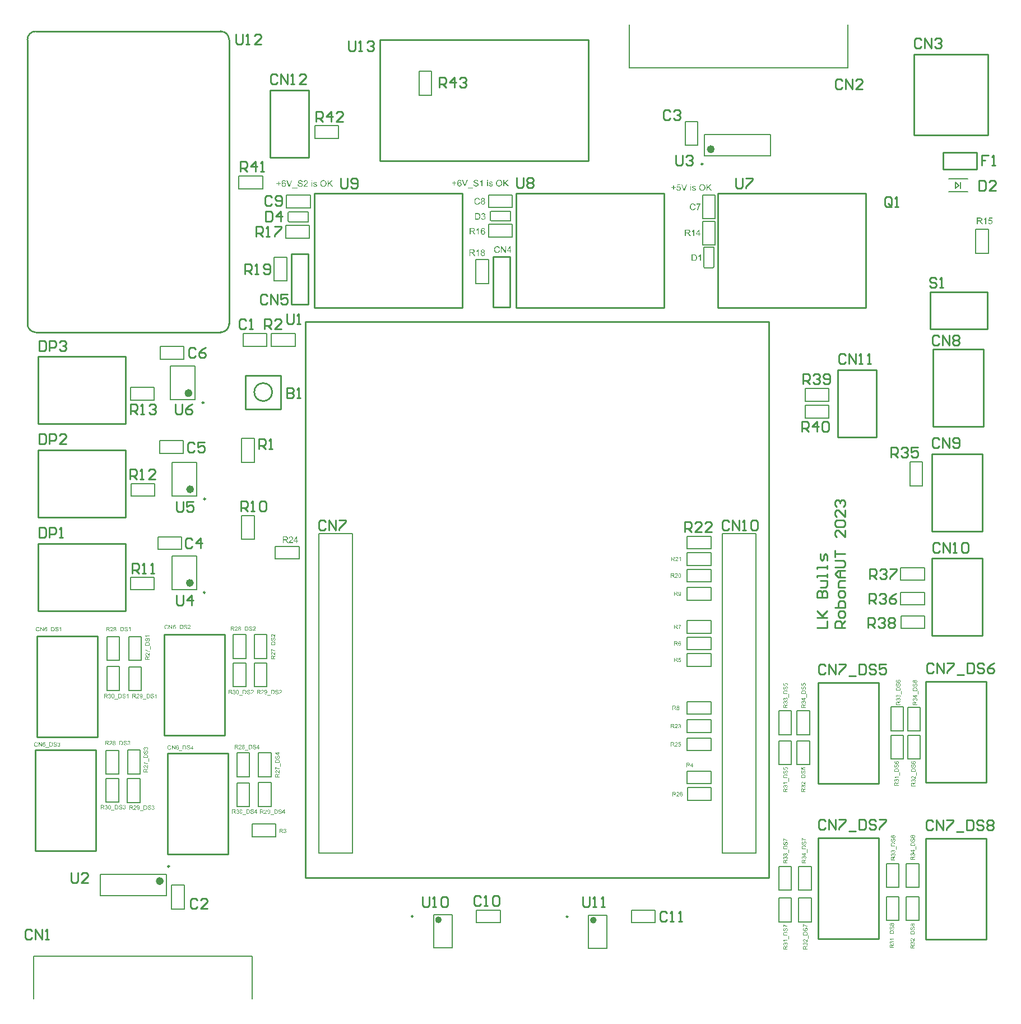
<source format=gto>
G04*
G04 #@! TF.GenerationSoftware,Altium Limited,Altium Designer,22.11.1 (43)*
G04*
G04 Layer_Color=65535*
%FSLAX25Y25*%
%MOIN*%
G70*
G04*
G04 #@! TF.SameCoordinates,543C29E0-401B-4264-9DD2-DFAFA9D5F2C1*
G04*
G04*
G04 #@! TF.FilePolarity,Positive*
G04*
G01*
G75*
%ADD10C,0.00984*%
%ADD11C,0.02362*%
%ADD12C,0.01968*%
%ADD13C,0.01000*%
%ADD14C,0.00787*%
G36*
X180279Y472768D02*
X179807D01*
Y473306D01*
X180279D01*
Y472768D01*
D02*
G37*
G36*
X163501Y473317D02*
X163540D01*
X163584Y473312D01*
X163690Y473289D01*
X163806Y473262D01*
X163928Y473217D01*
X164050Y473151D01*
X164112Y473112D01*
X164167Y473068D01*
X164173Y473062D01*
X164178Y473057D01*
X164195Y473040D01*
X164211Y473023D01*
X164239Y472995D01*
X164261Y472962D01*
X164322Y472884D01*
X164383Y472785D01*
X164439Y472662D01*
X164489Y472524D01*
X164522Y472368D01*
X164050Y472329D01*
Y472335D01*
X164045Y472340D01*
X164039Y472374D01*
X164023Y472424D01*
X164000Y472485D01*
X163978Y472551D01*
X163945Y472618D01*
X163906Y472679D01*
X163867Y472729D01*
X163856Y472740D01*
X163834Y472762D01*
X163795Y472796D01*
X163740Y472834D01*
X163668Y472868D01*
X163590Y472901D01*
X163496Y472923D01*
X163396Y472934D01*
X163357D01*
X163312Y472929D01*
X163262Y472918D01*
X163196Y472901D01*
X163129Y472879D01*
X163063Y472851D01*
X162996Y472807D01*
X162985Y472801D01*
X162957Y472779D01*
X162918Y472740D01*
X162868Y472685D01*
X162813Y472618D01*
X162752Y472540D01*
X162696Y472440D01*
X162641Y472329D01*
Y472324D01*
X162635Y472313D01*
X162630Y472296D01*
X162619Y472274D01*
X162613Y472241D01*
X162602Y472202D01*
X162591Y472157D01*
X162580Y472102D01*
X162563Y472041D01*
X162552Y471974D01*
X162541Y471902D01*
X162535Y471824D01*
X162524Y471735D01*
X162519Y471647D01*
X162513Y471547D01*
Y471447D01*
X162519Y471453D01*
X162541Y471486D01*
X162580Y471530D01*
X162630Y471586D01*
X162685Y471652D01*
X162757Y471713D01*
X162835Y471774D01*
X162924Y471830D01*
X162929D01*
X162935Y471836D01*
X162968Y471852D01*
X163018Y471869D01*
X163085Y471897D01*
X163163Y471919D01*
X163251Y471935D01*
X163346Y471952D01*
X163446Y471957D01*
X163490D01*
X163523Y471952D01*
X163568Y471946D01*
X163612Y471941D01*
X163668Y471930D01*
X163723Y471913D01*
X163851Y471874D01*
X163917Y471847D01*
X163984Y471808D01*
X164050Y471769D01*
X164123Y471724D01*
X164189Y471669D01*
X164250Y471608D01*
X164256Y471602D01*
X164267Y471591D01*
X164284Y471575D01*
X164300Y471547D01*
X164328Y471508D01*
X164356Y471469D01*
X164383Y471419D01*
X164417Y471364D01*
X164450Y471303D01*
X164478Y471236D01*
X164506Y471158D01*
X164533Y471081D01*
X164550Y470997D01*
X164567Y470903D01*
X164578Y470809D01*
X164583Y470709D01*
Y470703D01*
Y470692D01*
Y470676D01*
Y470648D01*
X164578Y470614D01*
Y470581D01*
X164561Y470492D01*
X164544Y470387D01*
X164517Y470276D01*
X164478Y470154D01*
X164422Y470037D01*
Y470032D01*
X164417Y470026D01*
X164406Y470010D01*
X164395Y469987D01*
X164361Y469932D01*
X164311Y469860D01*
X164250Y469782D01*
X164178Y469704D01*
X164089Y469627D01*
X163995Y469560D01*
X163989D01*
X163984Y469554D01*
X163967Y469543D01*
X163945Y469538D01*
X163890Y469510D01*
X163817Y469482D01*
X163723Y469449D01*
X163618Y469427D01*
X163501Y469405D01*
X163373Y469399D01*
X163346D01*
X163318Y469405D01*
X163274D01*
X163224Y469410D01*
X163168Y469421D01*
X163101Y469438D01*
X163035Y469454D01*
X162957Y469477D01*
X162879Y469504D01*
X162802Y469538D01*
X162718Y469582D01*
X162641Y469632D01*
X162563Y469688D01*
X162485Y469754D01*
X162413Y469832D01*
X162408Y469837D01*
X162397Y469854D01*
X162380Y469876D01*
X162358Y469915D01*
X162325Y469965D01*
X162297Y470021D01*
X162263Y470093D01*
X162230Y470170D01*
X162191Y470265D01*
X162158Y470370D01*
X162130Y470487D01*
X162102Y470614D01*
X162075Y470759D01*
X162058Y470914D01*
X162047Y471081D01*
X162041Y471258D01*
Y471264D01*
Y471269D01*
Y471286D01*
Y471308D01*
X162047Y471364D01*
Y471441D01*
X162053Y471530D01*
X162064Y471636D01*
X162075Y471752D01*
X162091Y471880D01*
X162114Y472008D01*
X162141Y472146D01*
X162175Y472279D01*
X162213Y472413D01*
X162263Y472540D01*
X162319Y472662D01*
X162380Y472779D01*
X162452Y472879D01*
X162458Y472884D01*
X162469Y472895D01*
X162491Y472918D01*
X162519Y472951D01*
X162552Y472984D01*
X162596Y473018D01*
X162652Y473062D01*
X162707Y473101D01*
X162774Y473140D01*
X162846Y473184D01*
X162929Y473217D01*
X163013Y473256D01*
X163107Y473284D01*
X163207Y473306D01*
X163312Y473317D01*
X163423Y473323D01*
X163468D01*
X163501Y473317D01*
D02*
G37*
G36*
X173241Y473367D02*
X173280D01*
X173386Y473356D01*
X173502Y473340D01*
X173624Y473312D01*
X173757Y473278D01*
X173880Y473234D01*
X173885D01*
X173896Y473229D01*
X173913Y473217D01*
X173935Y473206D01*
X173991Y473178D01*
X174063Y473129D01*
X174146Y473073D01*
X174229Y473001D01*
X174307Y472918D01*
X174379Y472823D01*
Y472818D01*
X174385Y472812D01*
X174396Y472796D01*
X174407Y472779D01*
X174434Y472723D01*
X174468Y472651D01*
X174507Y472563D01*
X174534Y472457D01*
X174562Y472346D01*
X174573Y472224D01*
X174085Y472185D01*
Y472191D01*
Y472202D01*
X174079Y472218D01*
X174074Y472246D01*
X174057Y472307D01*
X174035Y472390D01*
X174002Y472479D01*
X173952Y472568D01*
X173891Y472651D01*
X173813Y472729D01*
X173802Y472735D01*
X173774Y472757D01*
X173719Y472790D01*
X173646Y472823D01*
X173552Y472857D01*
X173441Y472890D01*
X173302Y472912D01*
X173147Y472918D01*
X173069D01*
X173036Y472912D01*
X172992Y472907D01*
X172892Y472895D01*
X172781Y472873D01*
X172670Y472846D01*
X172564Y472801D01*
X172520Y472773D01*
X172475Y472746D01*
X172464Y472740D01*
X172442Y472718D01*
X172409Y472679D01*
X172376Y472635D01*
X172337Y472574D01*
X172303Y472507D01*
X172281Y472429D01*
X172270Y472340D01*
Y472329D01*
Y472307D01*
X172276Y472268D01*
X172287Y472224D01*
X172303Y472168D01*
X172331Y472113D01*
X172364Y472057D01*
X172414Y472002D01*
X172420Y471996D01*
X172448Y471980D01*
X172470Y471963D01*
X172492Y471952D01*
X172525Y471935D01*
X172564Y471913D01*
X172614Y471897D01*
X172670Y471874D01*
X172731Y471852D01*
X172803Y471824D01*
X172880Y471802D01*
X172969Y471774D01*
X173069Y471752D01*
X173180Y471724D01*
X173186D01*
X173208Y471719D01*
X173241Y471713D01*
X173280Y471702D01*
X173330Y471691D01*
X173391Y471674D01*
X173452Y471658D01*
X173519Y471641D01*
X173663Y471602D01*
X173802Y471563D01*
X173869Y471541D01*
X173930Y471519D01*
X173985Y471502D01*
X174029Y471480D01*
X174035D01*
X174046Y471475D01*
X174063Y471464D01*
X174085Y471453D01*
X174146Y471419D01*
X174218Y471375D01*
X174301Y471314D01*
X174385Y471247D01*
X174462Y471169D01*
X174529Y471086D01*
X174534Y471075D01*
X174557Y471047D01*
X174579Y470997D01*
X174612Y470931D01*
X174640Y470853D01*
X174668Y470759D01*
X174684Y470653D01*
X174690Y470542D01*
Y470537D01*
Y470531D01*
Y470514D01*
Y470492D01*
X174679Y470431D01*
X174668Y470354D01*
X174645Y470265D01*
X174618Y470170D01*
X174573Y470071D01*
X174512Y469965D01*
Y469960D01*
X174507Y469954D01*
X174479Y469921D01*
X174440Y469871D01*
X174385Y469815D01*
X174312Y469749D01*
X174224Y469676D01*
X174124Y469610D01*
X174007Y469549D01*
X174002D01*
X173991Y469543D01*
X173974Y469538D01*
X173952Y469527D01*
X173918Y469516D01*
X173880Y469499D01*
X173791Y469477D01*
X173685Y469449D01*
X173558Y469421D01*
X173419Y469405D01*
X173269Y469399D01*
X173180D01*
X173136Y469405D01*
X173086D01*
X173030Y469410D01*
X172964Y469416D01*
X172825Y469438D01*
X172681Y469460D01*
X172536Y469499D01*
X172398Y469549D01*
X172392D01*
X172381Y469554D01*
X172364Y469565D01*
X172342Y469577D01*
X172276Y469610D01*
X172198Y469660D01*
X172109Y469727D01*
X172015Y469804D01*
X171926Y469899D01*
X171843Y470004D01*
Y470010D01*
X171832Y470021D01*
X171826Y470037D01*
X171809Y470059D01*
X171798Y470087D01*
X171782Y470120D01*
X171743Y470204D01*
X171704Y470309D01*
X171671Y470426D01*
X171649Y470559D01*
X171637Y470698D01*
X172115Y470742D01*
Y470737D01*
Y470731D01*
X172120Y470714D01*
Y470692D01*
X172131Y470642D01*
X172148Y470570D01*
X172170Y470498D01*
X172192Y470415D01*
X172231Y470337D01*
X172270Y470265D01*
X172276Y470259D01*
X172292Y470237D01*
X172320Y470198D01*
X172364Y470159D01*
X172420Y470109D01*
X172481Y470059D01*
X172564Y470010D01*
X172653Y469965D01*
X172659D01*
X172664Y469960D01*
X172681Y469954D01*
X172697Y469948D01*
X172753Y469932D01*
X172825Y469910D01*
X172914Y469887D01*
X173014Y469871D01*
X173125Y469860D01*
X173247Y469854D01*
X173297D01*
X173352Y469860D01*
X173419Y469865D01*
X173497Y469876D01*
X173585Y469887D01*
X173674Y469910D01*
X173757Y469937D01*
X173769Y469943D01*
X173796Y469954D01*
X173835Y469976D01*
X173885Y469998D01*
X173935Y470037D01*
X173991Y470076D01*
X174046Y470120D01*
X174091Y470176D01*
X174096Y470182D01*
X174107Y470204D01*
X174124Y470231D01*
X174146Y470276D01*
X174168Y470320D01*
X174185Y470376D01*
X174196Y470437D01*
X174201Y470503D01*
Y470509D01*
Y470537D01*
X174196Y470570D01*
X174190Y470614D01*
X174174Y470659D01*
X174157Y470714D01*
X174129Y470770D01*
X174091Y470820D01*
X174085Y470825D01*
X174068Y470842D01*
X174046Y470864D01*
X174007Y470897D01*
X173963Y470931D01*
X173902Y470970D01*
X173830Y471008D01*
X173746Y471042D01*
X173741Y471047D01*
X173713Y471053D01*
X173669Y471069D01*
X173641Y471075D01*
X173602Y471086D01*
X173563Y471103D01*
X173513Y471114D01*
X173458Y471131D01*
X173391Y471147D01*
X173325Y471164D01*
X173247Y471186D01*
X173158Y471208D01*
X173064Y471231D01*
X173058D01*
X173041Y471236D01*
X173014Y471242D01*
X172980Y471253D01*
X172936Y471264D01*
X172886Y471275D01*
X172775Y471308D01*
X172653Y471347D01*
X172525Y471386D01*
X172414Y471425D01*
X172364Y471447D01*
X172320Y471469D01*
X172315D01*
X172309Y471475D01*
X172276Y471497D01*
X172226Y471525D01*
X172170Y471569D01*
X172104Y471619D01*
X172037Y471680D01*
X171970Y471752D01*
X171915Y471830D01*
X171909Y471841D01*
X171893Y471869D01*
X171871Y471913D01*
X171848Y471969D01*
X171826Y472041D01*
X171804Y472124D01*
X171787Y472213D01*
X171782Y472307D01*
Y472313D01*
Y472318D01*
Y472335D01*
Y472357D01*
X171793Y472413D01*
X171804Y472485D01*
X171820Y472568D01*
X171848Y472662D01*
X171887Y472757D01*
X171943Y472851D01*
Y472857D01*
X171948Y472862D01*
X171976Y472895D01*
X172015Y472940D01*
X172065Y472995D01*
X172131Y473057D01*
X172215Y473123D01*
X172315Y473184D01*
X172425Y473240D01*
X172431D01*
X172442Y473245D01*
X172459Y473251D01*
X172481Y473262D01*
X172509Y473273D01*
X172548Y473284D01*
X172631Y473306D01*
X172736Y473328D01*
X172858Y473351D01*
X172986Y473367D01*
X173130Y473373D01*
X173202D01*
X173241Y473367D01*
D02*
G37*
G36*
X182027Y472307D02*
X182110Y472302D01*
X182199Y472291D01*
X182293Y472268D01*
X182393Y472246D01*
X182488Y472213D01*
X182493D01*
X182499Y472207D01*
X182526Y472196D01*
X182571Y472174D01*
X182626Y472146D01*
X182687Y472107D01*
X182748Y472063D01*
X182804Y472013D01*
X182854Y471957D01*
X182859Y471952D01*
X182871Y471930D01*
X182893Y471891D01*
X182921Y471847D01*
X182948Y471780D01*
X182976Y471708D01*
X182998Y471625D01*
X183020Y471530D01*
X182560Y471469D01*
Y471480D01*
X182554Y471502D01*
X182543Y471541D01*
X182526Y471591D01*
X182499Y471641D01*
X182465Y471697D01*
X182427Y471752D01*
X182371Y471802D01*
X182366Y471808D01*
X182343Y471819D01*
X182310Y471841D01*
X182260Y471863D01*
X182204Y471885D01*
X182132Y471908D01*
X182044Y471919D01*
X181949Y471924D01*
X181894D01*
X181838Y471919D01*
X181766Y471913D01*
X181694Y471897D01*
X181616Y471880D01*
X181544Y471852D01*
X181483Y471813D01*
X181477Y471808D01*
X181461Y471797D01*
X181439Y471774D01*
X181416Y471741D01*
X181389Y471708D01*
X181367Y471663D01*
X181350Y471614D01*
X181344Y471563D01*
Y471558D01*
Y471547D01*
X181350Y471530D01*
Y471508D01*
X181367Y471453D01*
X181400Y471397D01*
X181405Y471391D01*
X181411Y471386D01*
X181422Y471369D01*
X181444Y471353D01*
X181466Y471336D01*
X181500Y471314D01*
X181539Y471297D01*
X181583Y471275D01*
X181588D01*
X181600Y471269D01*
X181622Y471264D01*
X181661Y471247D01*
X181716Y471231D01*
X181788Y471214D01*
X181833Y471197D01*
X181883Y471186D01*
X181938Y471169D01*
X181999Y471153D01*
X182005D01*
X182021Y471147D01*
X182049Y471142D01*
X182082Y471131D01*
X182121Y471119D01*
X182171Y471108D01*
X182277Y471075D01*
X182393Y471042D01*
X182510Y471003D01*
X182615Y470964D01*
X182660Y470948D01*
X182699Y470931D01*
X182710Y470925D01*
X182732Y470914D01*
X182765Y470897D01*
X182815Y470870D01*
X182865Y470836D01*
X182915Y470792D01*
X182965Y470742D01*
X183009Y470687D01*
X183015Y470681D01*
X183026Y470659D01*
X183048Y470626D01*
X183070Y470576D01*
X183087Y470514D01*
X183109Y470448D01*
X183120Y470370D01*
X183126Y470282D01*
Y470270D01*
Y470243D01*
X183120Y470198D01*
X183109Y470137D01*
X183093Y470071D01*
X183065Y469998D01*
X183031Y469915D01*
X182987Y469837D01*
X182982Y469826D01*
X182959Y469804D01*
X182932Y469765D01*
X182887Y469721D01*
X182826Y469671D01*
X182759Y469615D01*
X182682Y469565D01*
X182588Y469516D01*
X182582D01*
X182576Y469510D01*
X182543Y469499D01*
X182488Y469482D01*
X182415Y469460D01*
X182327Y469438D01*
X182227Y469421D01*
X182121Y469410D01*
X181999Y469405D01*
X181949D01*
X181910Y469410D01*
X181866D01*
X181810Y469416D01*
X181755Y469421D01*
X181694Y469432D01*
X181561Y469460D01*
X181422Y469499D01*
X181289Y469554D01*
X181228Y469588D01*
X181172Y469627D01*
X181167Y469632D01*
X181161Y469638D01*
X181128Y469671D01*
X181078Y469721D01*
X181022Y469799D01*
X180961Y469893D01*
X180900Y470004D01*
X180850Y470143D01*
X180812Y470298D01*
X181278Y470370D01*
Y470365D01*
Y470359D01*
X181289Y470326D01*
X181300Y470270D01*
X181322Y470209D01*
X181350Y470143D01*
X181383Y470071D01*
X181433Y469998D01*
X181494Y469937D01*
X181505Y469932D01*
X181527Y469915D01*
X181572Y469893D01*
X181627Y469865D01*
X181700Y469837D01*
X181783Y469815D01*
X181883Y469799D01*
X181999Y469793D01*
X182055D01*
X182110Y469799D01*
X182182Y469810D01*
X182260Y469826D01*
X182343Y469848D01*
X182415Y469876D01*
X182482Y469921D01*
X182488Y469926D01*
X182510Y469943D01*
X182532Y469971D01*
X182565Y470010D01*
X182593Y470054D01*
X182621Y470109D01*
X182637Y470165D01*
X182643Y470231D01*
Y470237D01*
Y470259D01*
X182637Y470287D01*
X182626Y470326D01*
X182610Y470365D01*
X182582Y470403D01*
X182549Y470448D01*
X182499Y470481D01*
X182493Y470487D01*
X182476Y470492D01*
X182449Y470509D01*
X182404Y470526D01*
X182338Y470548D01*
X182299Y470565D01*
X182255Y470576D01*
X182204Y470592D01*
X182149Y470609D01*
X182088Y470626D01*
X182016Y470642D01*
X182010D01*
X181994Y470648D01*
X181966Y470653D01*
X181933Y470664D01*
X181888Y470676D01*
X181838Y470692D01*
X181733Y470720D01*
X181611Y470759D01*
X181494Y470792D01*
X181383Y470831D01*
X181333Y470853D01*
X181294Y470870D01*
X181283Y470875D01*
X181261Y470886D01*
X181228Y470909D01*
X181183Y470936D01*
X181133Y470975D01*
X181083Y471020D01*
X181034Y471069D01*
X180989Y471131D01*
X180983Y471136D01*
X180973Y471158D01*
X180956Y471197D01*
X180939Y471242D01*
X180922Y471297D01*
X180906Y471364D01*
X180895Y471430D01*
X180889Y471508D01*
Y471519D01*
Y471541D01*
X180895Y471575D01*
X180900Y471625D01*
X180911Y471674D01*
X180922Y471735D01*
X180945Y471791D01*
X180973Y471852D01*
X180978Y471858D01*
X180989Y471880D01*
X181006Y471908D01*
X181034Y471946D01*
X181067Y471985D01*
X181106Y472035D01*
X181150Y472080D01*
X181205Y472119D01*
X181211Y472124D01*
X181228Y472130D01*
X181250Y472146D01*
X181283Y472163D01*
X181328Y472185D01*
X181378Y472207D01*
X181439Y472229D01*
X181505Y472252D01*
X181516Y472257D01*
X181539Y472263D01*
X181577Y472274D01*
X181627Y472285D01*
X181688Y472296D01*
X181755Y472302D01*
X181833Y472313D01*
X181966D01*
X182027Y472307D01*
D02*
G37*
G36*
X190885Y471747D02*
X192566Y469466D01*
X191895D01*
X190530Y471403D01*
X189902Y470798D01*
Y469466D01*
X189392D01*
Y473306D01*
X189902D01*
Y471397D01*
X191800Y473306D01*
X192494D01*
X190885Y471747D01*
D02*
G37*
G36*
X160487Y471580D02*
X161531D01*
Y471142D01*
X160487D01*
Y470087D01*
X160043D01*
Y471142D01*
X159000D01*
Y471580D01*
X160043D01*
Y472623D01*
X160487D01*
Y471580D01*
D02*
G37*
G36*
X166864Y469466D02*
X166332D01*
X164844Y473306D01*
X165399D01*
X166398Y470514D01*
Y470509D01*
X166404Y470498D01*
X166409Y470481D01*
X166420Y470459D01*
X166426Y470426D01*
X166437Y470393D01*
X166465Y470309D01*
X166498Y470215D01*
X166531Y470109D01*
X166598Y469887D01*
Y469893D01*
X166604Y469904D01*
X166609Y469921D01*
X166615Y469943D01*
X166631Y470004D01*
X166659Y470087D01*
X166687Y470182D01*
X166720Y470287D01*
X166759Y470398D01*
X166803Y470514D01*
X167847Y473306D01*
X168363D01*
X166864Y469466D01*
D02*
G37*
G36*
X180279D02*
X179807D01*
Y472252D01*
X180279D01*
Y469466D01*
D02*
G37*
G36*
X176560Y473317D02*
X176605Y473312D01*
X176660Y473306D01*
X176721Y473295D01*
X176782Y473284D01*
X176927Y473245D01*
X177071Y473190D01*
X177143Y473156D01*
X177215Y473117D01*
X177282Y473068D01*
X177343Y473012D01*
X177348Y473006D01*
X177359Y473001D01*
X177371Y472979D01*
X177393Y472957D01*
X177420Y472929D01*
X177448Y472890D01*
X177476Y472851D01*
X177509Y472801D01*
X177565Y472696D01*
X177620Y472563D01*
X177643Y472496D01*
X177654Y472418D01*
X177665Y472340D01*
X177670Y472257D01*
Y472246D01*
Y472218D01*
X177665Y472174D01*
X177659Y472113D01*
X177648Y472046D01*
X177626Y471969D01*
X177604Y471885D01*
X177570Y471802D01*
X177565Y471791D01*
X177554Y471763D01*
X177531Y471719D01*
X177498Y471658D01*
X177454Y471591D01*
X177398Y471508D01*
X177332Y471425D01*
X177254Y471330D01*
X177243Y471319D01*
X177215Y471286D01*
X177187Y471258D01*
X177160Y471231D01*
X177126Y471197D01*
X177082Y471153D01*
X177038Y471108D01*
X176982Y471058D01*
X176927Y471003D01*
X176860Y470942D01*
X176788Y470881D01*
X176710Y470809D01*
X176621Y470737D01*
X176532Y470659D01*
X176527Y470653D01*
X176516Y470642D01*
X176494Y470626D01*
X176466Y470603D01*
X176433Y470570D01*
X176394Y470537D01*
X176305Y470465D01*
X176210Y470381D01*
X176122Y470298D01*
X176044Y470226D01*
X176011Y470198D01*
X175983Y470170D01*
X175977Y470165D01*
X175961Y470148D01*
X175939Y470126D01*
X175911Y470093D01*
X175883Y470054D01*
X175850Y470015D01*
X175783Y469921D01*
X177676D01*
Y469466D01*
X175128D01*
Y469471D01*
Y469493D01*
Y469527D01*
X175134Y469571D01*
X175139Y469621D01*
X175151Y469676D01*
X175162Y469732D01*
X175184Y469793D01*
Y469799D01*
X175189Y469804D01*
X175200Y469837D01*
X175223Y469887D01*
X175256Y469954D01*
X175300Y470032D01*
X175356Y470120D01*
X175417Y470209D01*
X175495Y470304D01*
Y470309D01*
X175506Y470315D01*
X175533Y470348D01*
X175583Y470398D01*
X175655Y470470D01*
X175739Y470553D01*
X175844Y470653D01*
X175972Y470764D01*
X176111Y470881D01*
X176116Y470886D01*
X176138Y470903D01*
X176172Y470931D01*
X176210Y470964D01*
X176260Y471008D01*
X176322Y471058D01*
X176383Y471114D01*
X176455Y471175D01*
X176593Y471308D01*
X176732Y471441D01*
X176799Y471508D01*
X176860Y471575D01*
X176915Y471636D01*
X176960Y471697D01*
Y471702D01*
X176971Y471708D01*
X176982Y471724D01*
X176993Y471747D01*
X177032Y471808D01*
X177076Y471880D01*
X177115Y471969D01*
X177154Y472063D01*
X177176Y472168D01*
X177187Y472268D01*
Y472274D01*
Y472279D01*
X177182Y472313D01*
X177176Y472368D01*
X177160Y472429D01*
X177137Y472507D01*
X177099Y472585D01*
X177049Y472662D01*
X176982Y472740D01*
X176971Y472751D01*
X176943Y472773D01*
X176904Y472801D01*
X176843Y472840D01*
X176766Y472873D01*
X176677Y472907D01*
X176571Y472929D01*
X176455Y472934D01*
X176421D01*
X176399Y472929D01*
X176333Y472923D01*
X176255Y472907D01*
X176172Y472884D01*
X176077Y472846D01*
X175989Y472796D01*
X175905Y472729D01*
X175894Y472718D01*
X175872Y472690D01*
X175839Y472646D01*
X175805Y472579D01*
X175767Y472502D01*
X175733Y472402D01*
X175711Y472291D01*
X175700Y472163D01*
X175217Y472213D01*
Y472218D01*
X175223Y472235D01*
Y472263D01*
X175228Y472302D01*
X175239Y472346D01*
X175250Y472396D01*
X175267Y472457D01*
X175284Y472518D01*
X175328Y472651D01*
X175395Y472785D01*
X175434Y472851D01*
X175484Y472918D01*
X175533Y472979D01*
X175589Y473034D01*
X175594Y473040D01*
X175606Y473045D01*
X175622Y473062D01*
X175650Y473079D01*
X175683Y473101D01*
X175722Y473123D01*
X175767Y473151D01*
X175822Y473178D01*
X175883Y473206D01*
X175950Y473234D01*
X176022Y473256D01*
X176100Y473278D01*
X176183Y473295D01*
X176272Y473312D01*
X176366Y473317D01*
X176466Y473323D01*
X176521D01*
X176560Y473317D01*
D02*
G37*
G36*
X187011Y473367D02*
X187061D01*
X187111Y473362D01*
X187177Y473351D01*
X187244Y473340D01*
X187388Y473312D01*
X187555Y473267D01*
X187716Y473201D01*
X187799Y473162D01*
X187882Y473117D01*
X187888Y473112D01*
X187899Y473106D01*
X187921Y473090D01*
X187954Y473073D01*
X187988Y473045D01*
X188032Y473012D01*
X188126Y472934D01*
X188226Y472834D01*
X188337Y472712D01*
X188443Y472568D01*
X188531Y472407D01*
Y472402D01*
X188543Y472385D01*
X188554Y472363D01*
X188565Y472329D01*
X188587Y472285D01*
X188604Y472235D01*
X188626Y472174D01*
X188648Y472107D01*
X188665Y472035D01*
X188687Y471957D01*
X188709Y471869D01*
X188726Y471780D01*
X188748Y471586D01*
X188759Y471375D01*
Y471369D01*
Y471347D01*
Y471319D01*
X188753Y471275D01*
Y471225D01*
X188748Y471164D01*
X188737Y471097D01*
X188731Y471025D01*
X188704Y470864D01*
X188659Y470687D01*
X188598Y470509D01*
X188565Y470420D01*
X188521Y470331D01*
Y470326D01*
X188509Y470309D01*
X188498Y470287D01*
X188476Y470254D01*
X188454Y470215D01*
X188426Y470176D01*
X188348Y470071D01*
X188254Y469960D01*
X188143Y469843D01*
X188010Y469732D01*
X187854Y469632D01*
X187849D01*
X187838Y469621D01*
X187810Y469610D01*
X187777Y469593D01*
X187738Y469577D01*
X187694Y469560D01*
X187638Y469538D01*
X187577Y469516D01*
X187510Y469493D01*
X187438Y469471D01*
X187277Y469438D01*
X187105Y469410D01*
X186922Y469399D01*
X186867D01*
X186833Y469405D01*
X186783D01*
X186728Y469416D01*
X186667Y469421D01*
X186595Y469432D01*
X186445Y469466D01*
X186284Y469510D01*
X186117Y469577D01*
X186034Y469615D01*
X185951Y469660D01*
X185945Y469665D01*
X185934Y469671D01*
X185912Y469688D01*
X185879Y469710D01*
X185845Y469732D01*
X185807Y469765D01*
X185712Y469848D01*
X185607Y469948D01*
X185496Y470071D01*
X185396Y470209D01*
X185301Y470370D01*
Y470376D01*
X185290Y470393D01*
X185279Y470415D01*
X185268Y470448D01*
X185251Y470492D01*
X185235Y470542D01*
X185213Y470598D01*
X185196Y470659D01*
X185174Y470731D01*
X185152Y470803D01*
X185118Y470970D01*
X185096Y471142D01*
X185085Y471330D01*
Y471336D01*
Y471342D01*
Y471375D01*
X185091Y471425D01*
Y471491D01*
X185102Y471569D01*
X185113Y471663D01*
X185129Y471769D01*
X185152Y471880D01*
X185174Y471996D01*
X185207Y472119D01*
X185251Y472241D01*
X185301Y472368D01*
X185357Y472490D01*
X185429Y472612D01*
X185507Y472723D01*
X185596Y472829D01*
X185601Y472834D01*
X185618Y472851D01*
X185651Y472879D01*
X185690Y472912D01*
X185740Y472957D01*
X185801Y473001D01*
X185873Y473051D01*
X185956Y473101D01*
X186045Y473151D01*
X186145Y473201D01*
X186256Y473245D01*
X186373Y473289D01*
X186500Y473323D01*
X186633Y473351D01*
X186772Y473367D01*
X186922Y473373D01*
X186972D01*
X187011Y473367D01*
D02*
G37*
G36*
X171449Y468400D02*
X168324D01*
Y468739D01*
X171449D01*
Y468400D01*
D02*
G37*
G36*
X284779Y472968D02*
X284307D01*
Y473506D01*
X284779D01*
Y472968D01*
D02*
G37*
G36*
X268001Y473517D02*
X268040D01*
X268084Y473512D01*
X268190Y473490D01*
X268306Y473462D01*
X268428Y473417D01*
X268550Y473351D01*
X268612Y473312D01*
X268667Y473268D01*
X268673Y473262D01*
X268678Y473256D01*
X268695Y473240D01*
X268711Y473223D01*
X268739Y473195D01*
X268761Y473162D01*
X268822Y473084D01*
X268883Y472985D01*
X268939Y472862D01*
X268989Y472724D01*
X269022Y472568D01*
X268550Y472529D01*
Y472535D01*
X268545Y472541D01*
X268539Y472574D01*
X268523Y472624D01*
X268501Y472685D01*
X268478Y472751D01*
X268445Y472818D01*
X268406Y472879D01*
X268367Y472929D01*
X268356Y472940D01*
X268334Y472962D01*
X268295Y472996D01*
X268240Y473034D01*
X268167Y473068D01*
X268090Y473101D01*
X267996Y473123D01*
X267896Y473134D01*
X267857D01*
X267812Y473129D01*
X267762Y473118D01*
X267696Y473101D01*
X267629Y473079D01*
X267563Y473051D01*
X267496Y473007D01*
X267485Y473001D01*
X267457Y472979D01*
X267418Y472940D01*
X267368Y472885D01*
X267313Y472818D01*
X267252Y472740D01*
X267196Y472640D01*
X267141Y472529D01*
Y472524D01*
X267135Y472513D01*
X267130Y472496D01*
X267119Y472474D01*
X267113Y472441D01*
X267102Y472402D01*
X267091Y472357D01*
X267080Y472302D01*
X267063Y472241D01*
X267052Y472174D01*
X267041Y472102D01*
X267035Y472024D01*
X267024Y471936D01*
X267019Y471847D01*
X267013Y471747D01*
Y471647D01*
X267019Y471653D01*
X267041Y471686D01*
X267080Y471730D01*
X267130Y471786D01*
X267185Y471852D01*
X267257Y471913D01*
X267335Y471974D01*
X267424Y472030D01*
X267429D01*
X267435Y472036D01*
X267468Y472052D01*
X267518Y472069D01*
X267585Y472096D01*
X267663Y472119D01*
X267751Y472135D01*
X267846Y472152D01*
X267946Y472157D01*
X267990D01*
X268023Y472152D01*
X268068Y472147D01*
X268112Y472141D01*
X268167Y472130D01*
X268223Y472113D01*
X268351Y472074D01*
X268417Y472047D01*
X268484Y472008D01*
X268550Y471969D01*
X268623Y471924D01*
X268689Y471869D01*
X268750Y471808D01*
X268756Y471802D01*
X268767Y471791D01*
X268784Y471775D01*
X268800Y471747D01*
X268828Y471708D01*
X268856Y471669D01*
X268883Y471619D01*
X268917Y471564D01*
X268950Y471503D01*
X268978Y471436D01*
X269006Y471358D01*
X269033Y471281D01*
X269050Y471197D01*
X269067Y471103D01*
X269078Y471009D01*
X269083Y470909D01*
Y470903D01*
Y470892D01*
Y470876D01*
Y470848D01*
X269078Y470815D01*
Y470781D01*
X269061Y470692D01*
X269044Y470587D01*
X269017Y470476D01*
X268978Y470354D01*
X268922Y470237D01*
Y470232D01*
X268917Y470226D01*
X268906Y470210D01*
X268895Y470187D01*
X268861Y470132D01*
X268811Y470060D01*
X268750Y469982D01*
X268678Y469904D01*
X268589Y469827D01*
X268495Y469760D01*
X268489D01*
X268484Y469754D01*
X268467Y469743D01*
X268445Y469738D01*
X268390Y469710D01*
X268317Y469682D01*
X268223Y469649D01*
X268118Y469627D01*
X268001Y469605D01*
X267873Y469599D01*
X267846D01*
X267818Y469605D01*
X267774D01*
X267723Y469610D01*
X267668Y469621D01*
X267601Y469638D01*
X267535Y469655D01*
X267457Y469677D01*
X267379Y469704D01*
X267302Y469738D01*
X267218Y469782D01*
X267141Y469832D01*
X267063Y469888D01*
X266985Y469954D01*
X266913Y470032D01*
X266908Y470037D01*
X266897Y470054D01*
X266880Y470076D01*
X266858Y470115D01*
X266824Y470165D01*
X266797Y470221D01*
X266763Y470293D01*
X266730Y470370D01*
X266691Y470465D01*
X266658Y470570D01*
X266630Y470687D01*
X266602Y470815D01*
X266575Y470959D01*
X266558Y471114D01*
X266547Y471281D01*
X266541Y471458D01*
Y471464D01*
Y471469D01*
Y471486D01*
Y471508D01*
X266547Y471564D01*
Y471641D01*
X266552Y471730D01*
X266564Y471836D01*
X266575Y471952D01*
X266591Y472080D01*
X266614Y472207D01*
X266641Y472346D01*
X266675Y472479D01*
X266714Y472613D01*
X266763Y472740D01*
X266819Y472862D01*
X266880Y472979D01*
X266952Y473079D01*
X266958Y473084D01*
X266969Y473096D01*
X266991Y473118D01*
X267019Y473151D01*
X267052Y473184D01*
X267096Y473218D01*
X267152Y473262D01*
X267207Y473301D01*
X267274Y473340D01*
X267346Y473384D01*
X267429Y473417D01*
X267513Y473456D01*
X267607Y473484D01*
X267707Y473506D01*
X267812Y473517D01*
X267923Y473523D01*
X267968D01*
X268001Y473517D01*
D02*
G37*
G36*
X277741Y473567D02*
X277780D01*
X277886Y473556D01*
X278002Y473539D01*
X278124Y473512D01*
X278257Y473478D01*
X278380Y473434D01*
X278385D01*
X278396Y473428D01*
X278413Y473417D01*
X278435Y473406D01*
X278490Y473379D01*
X278563Y473329D01*
X278646Y473273D01*
X278729Y473201D01*
X278807Y473118D01*
X278879Y473023D01*
Y473018D01*
X278885Y473012D01*
X278896Y472996D01*
X278907Y472979D01*
X278935Y472923D01*
X278968Y472851D01*
X279007Y472762D01*
X279034Y472657D01*
X279062Y472546D01*
X279073Y472424D01*
X278585Y472385D01*
Y472391D01*
Y472402D01*
X278579Y472418D01*
X278574Y472446D01*
X278557Y472507D01*
X278535Y472590D01*
X278502Y472679D01*
X278452Y472768D01*
X278391Y472851D01*
X278313Y472929D01*
X278302Y472935D01*
X278274Y472957D01*
X278219Y472990D01*
X278147Y473023D01*
X278052Y473057D01*
X277941Y473090D01*
X277802Y473112D01*
X277647Y473118D01*
X277569D01*
X277536Y473112D01*
X277492Y473107D01*
X277392Y473096D01*
X277281Y473073D01*
X277170Y473046D01*
X277064Y473001D01*
X277020Y472973D01*
X276975Y472946D01*
X276964Y472940D01*
X276942Y472918D01*
X276909Y472879D01*
X276875Y472835D01*
X276837Y472774D01*
X276803Y472707D01*
X276781Y472629D01*
X276770Y472541D01*
Y472529D01*
Y472507D01*
X276776Y472468D01*
X276787Y472424D01*
X276803Y472368D01*
X276831Y472313D01*
X276864Y472257D01*
X276914Y472202D01*
X276920Y472196D01*
X276948Y472180D01*
X276970Y472163D01*
X276992Y472152D01*
X277025Y472135D01*
X277064Y472113D01*
X277114Y472096D01*
X277170Y472074D01*
X277231Y472052D01*
X277303Y472024D01*
X277380Y472002D01*
X277469Y471974D01*
X277569Y471952D01*
X277680Y471924D01*
X277686D01*
X277708Y471919D01*
X277741Y471913D01*
X277780Y471902D01*
X277830Y471891D01*
X277891Y471875D01*
X277952Y471858D01*
X278019Y471841D01*
X278163Y471802D01*
X278302Y471764D01*
X278368Y471741D01*
X278430Y471719D01*
X278485Y471702D01*
X278529Y471680D01*
X278535D01*
X278546Y471675D01*
X278563Y471664D01*
X278585Y471653D01*
X278646Y471619D01*
X278718Y471575D01*
X278801Y471514D01*
X278885Y471447D01*
X278962Y471369D01*
X279029Y471286D01*
X279034Y471275D01*
X279057Y471247D01*
X279079Y471197D01*
X279112Y471131D01*
X279140Y471053D01*
X279168Y470959D01*
X279184Y470853D01*
X279190Y470742D01*
Y470737D01*
Y470731D01*
Y470715D01*
Y470692D01*
X279179Y470631D01*
X279168Y470554D01*
X279145Y470465D01*
X279118Y470370D01*
X279073Y470271D01*
X279012Y470165D01*
Y470160D01*
X279007Y470154D01*
X278979Y470121D01*
X278940Y470071D01*
X278885Y470015D01*
X278812Y469949D01*
X278724Y469876D01*
X278624Y469810D01*
X278507Y469749D01*
X278502D01*
X278490Y469743D01*
X278474Y469738D01*
X278452Y469727D01*
X278418Y469715D01*
X278380Y469699D01*
X278291Y469677D01*
X278185Y469649D01*
X278058Y469621D01*
X277919Y469605D01*
X277769Y469599D01*
X277680D01*
X277636Y469605D01*
X277586D01*
X277530Y469610D01*
X277464Y469616D01*
X277325Y469638D01*
X277181Y469660D01*
X277036Y469699D01*
X276898Y469749D01*
X276892D01*
X276881Y469754D01*
X276864Y469766D01*
X276842Y469777D01*
X276776Y469810D01*
X276698Y469860D01*
X276609Y469927D01*
X276515Y470004D01*
X276426Y470098D01*
X276343Y470204D01*
Y470210D01*
X276332Y470221D01*
X276326Y470237D01*
X276309Y470260D01*
X276298Y470287D01*
X276282Y470321D01*
X276243Y470404D01*
X276204Y470509D01*
X276171Y470626D01*
X276149Y470759D01*
X276137Y470898D01*
X276615Y470942D01*
Y470936D01*
Y470931D01*
X276620Y470914D01*
Y470892D01*
X276631Y470842D01*
X276648Y470770D01*
X276670Y470698D01*
X276692Y470615D01*
X276731Y470537D01*
X276770Y470465D01*
X276776Y470459D01*
X276792Y470437D01*
X276820Y470398D01*
X276864Y470359D01*
X276920Y470309D01*
X276981Y470260D01*
X277064Y470210D01*
X277153Y470165D01*
X277159D01*
X277164Y470160D01*
X277181Y470154D01*
X277197Y470148D01*
X277253Y470132D01*
X277325Y470110D01*
X277414Y470087D01*
X277514Y470071D01*
X277625Y470060D01*
X277747Y470054D01*
X277797D01*
X277852Y470060D01*
X277919Y470065D01*
X277997Y470076D01*
X278085Y470087D01*
X278174Y470110D01*
X278257Y470137D01*
X278269Y470143D01*
X278296Y470154D01*
X278335Y470176D01*
X278385Y470198D01*
X278435Y470237D01*
X278490Y470276D01*
X278546Y470321D01*
X278590Y470376D01*
X278596Y470381D01*
X278607Y470404D01*
X278624Y470432D01*
X278646Y470476D01*
X278668Y470520D01*
X278685Y470576D01*
X278696Y470637D01*
X278701Y470703D01*
Y470709D01*
Y470737D01*
X278696Y470770D01*
X278690Y470815D01*
X278674Y470859D01*
X278657Y470914D01*
X278629Y470970D01*
X278590Y471020D01*
X278585Y471025D01*
X278568Y471042D01*
X278546Y471064D01*
X278507Y471098D01*
X278463Y471131D01*
X278402Y471170D01*
X278330Y471208D01*
X278246Y471242D01*
X278241Y471247D01*
X278213Y471253D01*
X278169Y471270D01*
X278141Y471275D01*
X278102Y471286D01*
X278063Y471303D01*
X278013Y471314D01*
X277958Y471331D01*
X277891Y471347D01*
X277824Y471364D01*
X277747Y471386D01*
X277658Y471408D01*
X277564Y471430D01*
X277558D01*
X277541Y471436D01*
X277514Y471442D01*
X277481Y471453D01*
X277436Y471464D01*
X277386Y471475D01*
X277275Y471508D01*
X277153Y471547D01*
X277025Y471586D01*
X276914Y471625D01*
X276864Y471647D01*
X276820Y471669D01*
X276814D01*
X276809Y471675D01*
X276776Y471697D01*
X276726Y471725D01*
X276670Y471769D01*
X276604Y471819D01*
X276537Y471880D01*
X276470Y471952D01*
X276415Y472030D01*
X276409Y472041D01*
X276393Y472069D01*
X276370Y472113D01*
X276348Y472169D01*
X276326Y472241D01*
X276304Y472324D01*
X276287Y472413D01*
X276282Y472507D01*
Y472513D01*
Y472518D01*
Y472535D01*
Y472557D01*
X276293Y472613D01*
X276304Y472685D01*
X276321Y472768D01*
X276348Y472862D01*
X276387Y472957D01*
X276443Y473051D01*
Y473057D01*
X276448Y473062D01*
X276476Y473096D01*
X276515Y473140D01*
X276565Y473195D01*
X276631Y473256D01*
X276715Y473323D01*
X276814Y473384D01*
X276925Y473440D01*
X276931D01*
X276942Y473445D01*
X276959Y473451D01*
X276981Y473462D01*
X277009Y473473D01*
X277048Y473484D01*
X277131Y473506D01*
X277236Y473528D01*
X277358Y473551D01*
X277486Y473567D01*
X277630Y473573D01*
X277702D01*
X277741Y473567D01*
D02*
G37*
G36*
X286527Y472507D02*
X286610Y472502D01*
X286699Y472491D01*
X286793Y472468D01*
X286893Y472446D01*
X286988Y472413D01*
X286993D01*
X286999Y472407D01*
X287027Y472396D01*
X287071Y472374D01*
X287126Y472346D01*
X287187Y472307D01*
X287248Y472263D01*
X287304Y472213D01*
X287354Y472157D01*
X287359Y472152D01*
X287371Y472130D01*
X287393Y472091D01*
X287421Y472047D01*
X287448Y471980D01*
X287476Y471908D01*
X287498Y471825D01*
X287520Y471730D01*
X287060Y471669D01*
Y471680D01*
X287054Y471702D01*
X287043Y471741D01*
X287027Y471791D01*
X286999Y471841D01*
X286965Y471897D01*
X286927Y471952D01*
X286871Y472002D01*
X286865Y472008D01*
X286843Y472019D01*
X286810Y472041D01*
X286760Y472063D01*
X286705Y472085D01*
X286632Y472108D01*
X286544Y472119D01*
X286449Y472124D01*
X286394D01*
X286338Y472119D01*
X286266Y472113D01*
X286194Y472096D01*
X286116Y472080D01*
X286044Y472052D01*
X285983Y472013D01*
X285978Y472008D01*
X285961Y471997D01*
X285939Y471974D01*
X285916Y471941D01*
X285889Y471908D01*
X285866Y471863D01*
X285850Y471813D01*
X285844Y471764D01*
Y471758D01*
Y471747D01*
X285850Y471730D01*
Y471708D01*
X285866Y471653D01*
X285900Y471597D01*
X285905Y471591D01*
X285911Y471586D01*
X285922Y471569D01*
X285944Y471553D01*
X285966Y471536D01*
X286000Y471514D01*
X286038Y471497D01*
X286083Y471475D01*
X286088D01*
X286100Y471469D01*
X286122Y471464D01*
X286161Y471447D01*
X286216Y471430D01*
X286288Y471414D01*
X286333Y471397D01*
X286383Y471386D01*
X286438Y471369D01*
X286499Y471353D01*
X286505D01*
X286521Y471347D01*
X286549Y471342D01*
X286582Y471331D01*
X286621Y471319D01*
X286671Y471308D01*
X286777Y471275D01*
X286893Y471242D01*
X287010Y471203D01*
X287115Y471164D01*
X287160Y471147D01*
X287198Y471131D01*
X287210Y471125D01*
X287232Y471114D01*
X287265Y471098D01*
X287315Y471070D01*
X287365Y471036D01*
X287415Y470992D01*
X287465Y470942D01*
X287509Y470887D01*
X287515Y470881D01*
X287526Y470859D01*
X287548Y470826D01*
X287570Y470776D01*
X287587Y470715D01*
X287609Y470648D01*
X287620Y470570D01*
X287626Y470481D01*
Y470470D01*
Y470443D01*
X287620Y470398D01*
X287609Y470337D01*
X287593Y470271D01*
X287565Y470198D01*
X287531Y470115D01*
X287487Y470037D01*
X287482Y470026D01*
X287459Y470004D01*
X287432Y469965D01*
X287387Y469921D01*
X287326Y469871D01*
X287260Y469815D01*
X287182Y469766D01*
X287087Y469715D01*
X287082D01*
X287076Y469710D01*
X287043Y469699D01*
X286988Y469682D01*
X286915Y469660D01*
X286827Y469638D01*
X286727Y469621D01*
X286621Y469610D01*
X286499Y469605D01*
X286449D01*
X286410Y469610D01*
X286366D01*
X286311Y469616D01*
X286255Y469621D01*
X286194Y469632D01*
X286061Y469660D01*
X285922Y469699D01*
X285789Y469754D01*
X285728Y469788D01*
X285672Y469827D01*
X285667Y469832D01*
X285661Y469838D01*
X285628Y469871D01*
X285578Y469921D01*
X285522Y469999D01*
X285461Y470093D01*
X285400Y470204D01*
X285350Y470343D01*
X285312Y470498D01*
X285778Y470570D01*
Y470565D01*
Y470559D01*
X285789Y470526D01*
X285800Y470470D01*
X285822Y470409D01*
X285850Y470343D01*
X285883Y470271D01*
X285933Y470198D01*
X285994Y470137D01*
X286005Y470132D01*
X286027Y470115D01*
X286072Y470093D01*
X286127Y470065D01*
X286199Y470037D01*
X286283Y470015D01*
X286383Y469999D01*
X286499Y469993D01*
X286555D01*
X286610Y469999D01*
X286682Y470010D01*
X286760Y470026D01*
X286843Y470049D01*
X286915Y470076D01*
X286982Y470121D01*
X286988Y470126D01*
X287010Y470143D01*
X287032Y470171D01*
X287065Y470210D01*
X287093Y470254D01*
X287121Y470309D01*
X287137Y470365D01*
X287143Y470432D01*
Y470437D01*
Y470459D01*
X287137Y470487D01*
X287126Y470526D01*
X287110Y470565D01*
X287082Y470604D01*
X287049Y470648D01*
X286999Y470681D01*
X286993Y470687D01*
X286977Y470692D01*
X286949Y470709D01*
X286904Y470726D01*
X286838Y470748D01*
X286799Y470764D01*
X286754Y470776D01*
X286705Y470792D01*
X286649Y470809D01*
X286588Y470826D01*
X286516Y470842D01*
X286510D01*
X286494Y470848D01*
X286466Y470853D01*
X286433Y470864D01*
X286388Y470876D01*
X286338Y470892D01*
X286233Y470920D01*
X286111Y470959D01*
X285994Y470992D01*
X285883Y471031D01*
X285833Y471053D01*
X285794Y471070D01*
X285783Y471075D01*
X285761Y471086D01*
X285728Y471109D01*
X285683Y471136D01*
X285633Y471175D01*
X285583Y471220D01*
X285533Y471270D01*
X285489Y471331D01*
X285484Y471336D01*
X285472Y471358D01*
X285456Y471397D01*
X285439Y471442D01*
X285422Y471497D01*
X285406Y471564D01*
X285395Y471630D01*
X285389Y471708D01*
Y471719D01*
Y471741D01*
X285395Y471775D01*
X285400Y471825D01*
X285411Y471875D01*
X285422Y471936D01*
X285445Y471991D01*
X285472Y472052D01*
X285478Y472058D01*
X285489Y472080D01*
X285506Y472108D01*
X285533Y472147D01*
X285567Y472185D01*
X285606Y472235D01*
X285650Y472280D01*
X285705Y472319D01*
X285711Y472324D01*
X285728Y472330D01*
X285750Y472346D01*
X285783Y472363D01*
X285828Y472385D01*
X285878Y472407D01*
X285939Y472430D01*
X286005Y472452D01*
X286016Y472457D01*
X286038Y472463D01*
X286077Y472474D01*
X286127Y472485D01*
X286188Y472496D01*
X286255Y472502D01*
X286333Y472513D01*
X286466D01*
X286527Y472507D01*
D02*
G37*
G36*
X295385Y471947D02*
X297066Y469666D01*
X296395D01*
X295030Y471602D01*
X294402Y470998D01*
Y469666D01*
X293892D01*
Y473506D01*
X294402D01*
Y471597D01*
X296301Y473506D01*
X296994D01*
X295385Y471947D01*
D02*
G37*
G36*
X264987Y471780D02*
X266031D01*
Y471342D01*
X264987D01*
Y470287D01*
X264543D01*
Y471342D01*
X263500D01*
Y471780D01*
X264543D01*
Y472823D01*
X264987D01*
Y471780D01*
D02*
G37*
G36*
X271364Y469666D02*
X270832D01*
X269344Y473506D01*
X269899D01*
X270898Y470715D01*
Y470709D01*
X270904Y470698D01*
X270909Y470681D01*
X270920Y470659D01*
X270926Y470626D01*
X270937Y470592D01*
X270965Y470509D01*
X270998Y470415D01*
X271031Y470309D01*
X271098Y470087D01*
Y470093D01*
X271104Y470104D01*
X271109Y470121D01*
X271115Y470143D01*
X271131Y470204D01*
X271159Y470287D01*
X271187Y470381D01*
X271220Y470487D01*
X271259Y470598D01*
X271303Y470715D01*
X272347Y473506D01*
X272863D01*
X271364Y469666D01*
D02*
G37*
G36*
X284779D02*
X284307D01*
Y472452D01*
X284779D01*
Y469666D01*
D02*
G37*
G36*
X281471D02*
X280999D01*
Y472668D01*
X280994Y472663D01*
X280966Y472640D01*
X280932Y472607D01*
X280877Y472568D01*
X280816Y472518D01*
X280738Y472463D01*
X280649Y472402D01*
X280550Y472341D01*
X280544D01*
X280539Y472335D01*
X280505Y472313D01*
X280450Y472285D01*
X280383Y472252D01*
X280305Y472213D01*
X280222Y472174D01*
X280139Y472135D01*
X280056Y472102D01*
Y472557D01*
X280061D01*
X280072Y472568D01*
X280095Y472574D01*
X280122Y472590D01*
X280155Y472607D01*
X280194Y472629D01*
X280289Y472685D01*
X280400Y472746D01*
X280511Y472823D01*
X280627Y472912D01*
X280744Y473007D01*
X280749Y473012D01*
X280755Y473018D01*
X280772Y473034D01*
X280794Y473051D01*
X280844Y473107D01*
X280910Y473173D01*
X280977Y473251D01*
X281049Y473340D01*
X281110Y473428D01*
X281166Y473523D01*
X281471D01*
Y469666D01*
D02*
G37*
G36*
X291511Y473567D02*
X291561D01*
X291611Y473562D01*
X291677Y473551D01*
X291744Y473539D01*
X291888Y473512D01*
X292055Y473467D01*
X292216Y473401D01*
X292299Y473362D01*
X292382Y473317D01*
X292388Y473312D01*
X292399Y473306D01*
X292421Y473290D01*
X292454Y473273D01*
X292488Y473245D01*
X292532Y473212D01*
X292626Y473134D01*
X292726Y473034D01*
X292837Y472912D01*
X292943Y472768D01*
X293032Y472607D01*
Y472602D01*
X293043Y472585D01*
X293054Y472563D01*
X293065Y472529D01*
X293087Y472485D01*
X293104Y472435D01*
X293126Y472374D01*
X293148Y472307D01*
X293165Y472235D01*
X293187Y472157D01*
X293209Y472069D01*
X293226Y471980D01*
X293248Y471786D01*
X293259Y471575D01*
Y471569D01*
Y471547D01*
Y471519D01*
X293253Y471475D01*
Y471425D01*
X293248Y471364D01*
X293237Y471297D01*
X293231Y471225D01*
X293204Y471064D01*
X293159Y470887D01*
X293098Y470709D01*
X293065Y470620D01*
X293020Y470531D01*
Y470526D01*
X293009Y470509D01*
X292998Y470487D01*
X292976Y470454D01*
X292954Y470415D01*
X292926Y470376D01*
X292848Y470271D01*
X292754Y470160D01*
X292643Y470043D01*
X292510Y469932D01*
X292354Y469832D01*
X292349D01*
X292338Y469821D01*
X292310Y469810D01*
X292277Y469793D01*
X292238Y469777D01*
X292194Y469760D01*
X292138Y469738D01*
X292077Y469715D01*
X292010Y469693D01*
X291938Y469671D01*
X291777Y469638D01*
X291605Y469610D01*
X291422Y469599D01*
X291367D01*
X291333Y469605D01*
X291283D01*
X291228Y469616D01*
X291167Y469621D01*
X291095Y469632D01*
X290945Y469666D01*
X290784Y469710D01*
X290617Y469777D01*
X290534Y469815D01*
X290451Y469860D01*
X290445Y469865D01*
X290434Y469871D01*
X290412Y469888D01*
X290379Y469910D01*
X290345Y469932D01*
X290306Y469965D01*
X290212Y470049D01*
X290107Y470148D01*
X289996Y470271D01*
X289896Y470409D01*
X289802Y470570D01*
Y470576D01*
X289790Y470592D01*
X289779Y470615D01*
X289768Y470648D01*
X289752Y470692D01*
X289735Y470742D01*
X289713Y470798D01*
X289696Y470859D01*
X289674Y470931D01*
X289652Y471003D01*
X289618Y471170D01*
X289596Y471342D01*
X289585Y471530D01*
Y471536D01*
Y471542D01*
Y471575D01*
X289591Y471625D01*
Y471691D01*
X289602Y471769D01*
X289613Y471863D01*
X289629Y471969D01*
X289652Y472080D01*
X289674Y472196D01*
X289707Y472319D01*
X289752Y472441D01*
X289802Y472568D01*
X289857Y472690D01*
X289929Y472812D01*
X290007Y472923D01*
X290096Y473029D01*
X290101Y473034D01*
X290118Y473051D01*
X290151Y473079D01*
X290190Y473112D01*
X290240Y473156D01*
X290301Y473201D01*
X290373Y473251D01*
X290456Y473301D01*
X290545Y473351D01*
X290645Y473401D01*
X290756Y473445D01*
X290873Y473490D01*
X291000Y473523D01*
X291133Y473551D01*
X291272Y473567D01*
X291422Y473573D01*
X291472D01*
X291511Y473567D01*
D02*
G37*
G36*
X275949Y468600D02*
X272824D01*
Y468939D01*
X275949D01*
Y468600D01*
D02*
G37*
G36*
X405627Y470369D02*
X405155D01*
Y470907D01*
X405627D01*
Y470369D01*
D02*
G37*
G36*
X407375Y469908D02*
X407459Y469903D01*
X407547Y469892D01*
X407642Y469869D01*
X407742Y469847D01*
X407836Y469814D01*
X407842D01*
X407847Y469808D01*
X407875Y469797D01*
X407919Y469775D01*
X407975Y469747D01*
X408036Y469708D01*
X408097Y469664D01*
X408152Y469614D01*
X408202Y469559D01*
X408208Y469553D01*
X408219Y469531D01*
X408241Y469492D01*
X408269Y469448D01*
X408297Y469381D01*
X408324Y469309D01*
X408347Y469226D01*
X408369Y469131D01*
X407908Y469070D01*
Y469081D01*
X407903Y469103D01*
X407892Y469142D01*
X407875Y469192D01*
X407847Y469242D01*
X407814Y469298D01*
X407775Y469353D01*
X407720Y469403D01*
X407714Y469409D01*
X407692Y469420D01*
X407658Y469442D01*
X407609Y469464D01*
X407553Y469486D01*
X407481Y469509D01*
X407392Y469520D01*
X407298Y469525D01*
X407242D01*
X407187Y469520D01*
X407115Y469514D01*
X407042Y469497D01*
X406965Y469481D01*
X406892Y469453D01*
X406832Y469414D01*
X406826Y469409D01*
X406809Y469398D01*
X406787Y469375D01*
X406765Y469342D01*
X406737Y469309D01*
X406715Y469264D01*
X406698Y469214D01*
X406693Y469165D01*
Y469159D01*
Y469148D01*
X406698Y469131D01*
Y469109D01*
X406715Y469054D01*
X406748Y468998D01*
X406754Y468993D01*
X406759Y468987D01*
X406770Y468970D01*
X406793Y468954D01*
X406815Y468937D01*
X406848Y468915D01*
X406887Y468898D01*
X406931Y468876D01*
X406937D01*
X406948Y468870D01*
X406970Y468865D01*
X407009Y468848D01*
X407065Y468831D01*
X407137Y468815D01*
X407181Y468798D01*
X407231Y468787D01*
X407287Y468770D01*
X407348Y468754D01*
X407353D01*
X407370Y468748D01*
X407398Y468743D01*
X407431Y468732D01*
X407470Y468720D01*
X407520Y468709D01*
X407625Y468676D01*
X407742Y468643D01*
X407858Y468604D01*
X407964Y468565D01*
X408008Y468548D01*
X408047Y468532D01*
X408058Y468526D01*
X408080Y468515D01*
X408113Y468499D01*
X408163Y468471D01*
X408214Y468437D01*
X408263Y468393D01*
X408313Y468343D01*
X408358Y468288D01*
X408363Y468282D01*
X408374Y468260D01*
X408397Y468227D01*
X408419Y468177D01*
X408435Y468116D01*
X408458Y468049D01*
X408469Y467971D01*
X408474Y467882D01*
Y467871D01*
Y467844D01*
X408469Y467799D01*
X408458Y467738D01*
X408441Y467672D01*
X408413Y467599D01*
X408380Y467516D01*
X408336Y467439D01*
X408330Y467427D01*
X408308Y467405D01*
X408280Y467366D01*
X408236Y467322D01*
X408175Y467272D01*
X408108Y467216D01*
X408030Y467167D01*
X407936Y467117D01*
X407930D01*
X407925Y467111D01*
X407892Y467100D01*
X407836Y467083D01*
X407764Y467061D01*
X407675Y467039D01*
X407575Y467022D01*
X407470Y467011D01*
X407348Y467006D01*
X407298D01*
X407259Y467011D01*
X407214D01*
X407159Y467017D01*
X407103Y467022D01*
X407042Y467033D01*
X406909Y467061D01*
X406770Y467100D01*
X406637Y467155D01*
X406576Y467189D01*
X406521Y467228D01*
X406515Y467233D01*
X406510Y467239D01*
X406476Y467272D01*
X406426Y467322D01*
X406371Y467400D01*
X406310Y467494D01*
X406249Y467605D01*
X406199Y467744D01*
X406160Y467899D01*
X406626Y467971D01*
Y467966D01*
Y467960D01*
X406637Y467927D01*
X406648Y467871D01*
X406671Y467810D01*
X406698Y467744D01*
X406732Y467672D01*
X406782Y467599D01*
X406843Y467538D01*
X406854Y467533D01*
X406876Y467516D01*
X406920Y467494D01*
X406976Y467466D01*
X407048Y467439D01*
X407131Y467416D01*
X407231Y467400D01*
X407348Y467394D01*
X407403D01*
X407459Y467400D01*
X407531Y467411D01*
X407609Y467427D01*
X407692Y467450D01*
X407764Y467477D01*
X407830Y467522D01*
X407836Y467527D01*
X407858Y467544D01*
X407880Y467572D01*
X407914Y467611D01*
X407941Y467655D01*
X407969Y467710D01*
X407986Y467766D01*
X407991Y467833D01*
Y467838D01*
Y467860D01*
X407986Y467888D01*
X407975Y467927D01*
X407958Y467966D01*
X407930Y468005D01*
X407897Y468049D01*
X407847Y468082D01*
X407842Y468088D01*
X407825Y468093D01*
X407797Y468110D01*
X407753Y468127D01*
X407686Y468149D01*
X407647Y468165D01*
X407603Y468177D01*
X407553Y468193D01*
X407498Y468210D01*
X407437Y468227D01*
X407364Y468243D01*
X407359D01*
X407342Y468249D01*
X407314Y468254D01*
X407281Y468265D01*
X407237Y468277D01*
X407187Y468293D01*
X407081Y468321D01*
X406959Y468360D01*
X406843Y468393D01*
X406732Y468432D01*
X406682Y468454D01*
X406643Y468471D01*
X406632Y468476D01*
X406609Y468487D01*
X406576Y468510D01*
X406532Y468537D01*
X406482Y468576D01*
X406432Y468621D01*
X406382Y468671D01*
X406338Y468732D01*
X406332Y468737D01*
X406321Y468759D01*
X406304Y468798D01*
X406288Y468843D01*
X406271Y468898D01*
X406254Y468965D01*
X406243Y469031D01*
X406238Y469109D01*
Y469120D01*
Y469142D01*
X406243Y469176D01*
X406249Y469226D01*
X406260Y469276D01*
X406271Y469337D01*
X406293Y469392D01*
X406321Y469453D01*
X406326Y469459D01*
X406338Y469481D01*
X406354Y469509D01*
X406382Y469548D01*
X406415Y469586D01*
X406454Y469636D01*
X406498Y469681D01*
X406554Y469720D01*
X406560Y469725D01*
X406576Y469731D01*
X406598Y469747D01*
X406632Y469764D01*
X406676Y469786D01*
X406726Y469808D01*
X406787Y469831D01*
X406854Y469853D01*
X406865Y469858D01*
X406887Y469864D01*
X406926Y469875D01*
X406976Y469886D01*
X407037Y469897D01*
X407103Y469903D01*
X407181Y469914D01*
X407314D01*
X407375Y469908D01*
D02*
G37*
G36*
X416233Y469348D02*
X417915Y467067D01*
X417243D01*
X415878Y469003D01*
X415251Y468399D01*
Y467067D01*
X414740D01*
Y470907D01*
X415251D01*
Y468998D01*
X417149Y470907D01*
X417843D01*
X416233Y469348D01*
D02*
G37*
G36*
X395387Y469181D02*
X396431D01*
Y468743D01*
X395387D01*
Y467688D01*
X394943D01*
Y468743D01*
X393900D01*
Y469181D01*
X394943D01*
Y470225D01*
X395387D01*
Y469181D01*
D02*
G37*
G36*
X401764Y467067D02*
X401232D01*
X399744Y470907D01*
X400299D01*
X401298Y468116D01*
Y468110D01*
X401304Y468099D01*
X401309Y468082D01*
X401320Y468060D01*
X401326Y468027D01*
X401337Y467993D01*
X401365Y467910D01*
X401398Y467816D01*
X401431Y467710D01*
X401498Y467488D01*
Y467494D01*
X401504Y467505D01*
X401509Y467522D01*
X401515Y467544D01*
X401531Y467605D01*
X401559Y467688D01*
X401587Y467782D01*
X401620Y467888D01*
X401659Y467999D01*
X401703Y468116D01*
X402747Y470907D01*
X403263D01*
X401764Y467067D01*
D02*
G37*
G36*
X399328Y470408D02*
X397791D01*
X397585Y469370D01*
X397591Y469375D01*
X397602Y469381D01*
X397619Y469392D01*
X397646Y469409D01*
X397680Y469425D01*
X397718Y469448D01*
X397807Y469492D01*
X397918Y469536D01*
X398040Y469575D01*
X398173Y469603D01*
X398240Y469614D01*
X398362D01*
X398395Y469608D01*
X398440Y469603D01*
X398490Y469597D01*
X398545Y469586D01*
X398606Y469570D01*
X398740Y469531D01*
X398812Y469503D01*
X398884Y469464D01*
X398956Y469425D01*
X399028Y469381D01*
X399095Y469325D01*
X399161Y469264D01*
X399167Y469259D01*
X399178Y469248D01*
X399195Y469231D01*
X399217Y469203D01*
X399245Y469165D01*
X399272Y469126D01*
X399306Y469076D01*
X399339Y469020D01*
X399367Y468959D01*
X399400Y468893D01*
X399428Y468815D01*
X399455Y468737D01*
X399478Y468654D01*
X399494Y468560D01*
X399505Y468465D01*
X399511Y468365D01*
Y468360D01*
Y468343D01*
Y468315D01*
X399505Y468277D01*
X399500Y468232D01*
X399494Y468182D01*
X399483Y468121D01*
X399472Y468060D01*
X399439Y467916D01*
X399383Y467766D01*
X399350Y467688D01*
X399306Y467616D01*
X399261Y467538D01*
X399206Y467466D01*
X399200Y467461D01*
X399189Y467444D01*
X399167Y467422D01*
X399139Y467394D01*
X399100Y467361D01*
X399056Y467316D01*
X399001Y467277D01*
X398939Y467233D01*
X398873Y467189D01*
X398795Y467150D01*
X398712Y467111D01*
X398623Y467072D01*
X398529Y467044D01*
X398423Y467022D01*
X398312Y467006D01*
X398196Y467000D01*
X398146D01*
X398107Y467006D01*
X398062Y467011D01*
X398013Y467017D01*
X397952Y467022D01*
X397890Y467039D01*
X397752Y467072D01*
X397613Y467122D01*
X397541Y467155D01*
X397469Y467194D01*
X397402Y467239D01*
X397335Y467289D01*
X397330Y467294D01*
X397319Y467300D01*
X397308Y467322D01*
X397286Y467344D01*
X397258Y467372D01*
X397230Y467405D01*
X397197Y467450D01*
X397169Y467499D01*
X397136Y467549D01*
X397102Y467611D01*
X397041Y467744D01*
X396991Y467899D01*
X396975Y467982D01*
X396964Y468071D01*
X397458Y468110D01*
Y468104D01*
Y468093D01*
X397463Y468077D01*
X397469Y468049D01*
X397485Y467988D01*
X397508Y467905D01*
X397541Y467821D01*
X397585Y467727D01*
X397641Y467644D01*
X397707Y467566D01*
X397718Y467560D01*
X397741Y467538D01*
X397785Y467511D01*
X397846Y467477D01*
X397913Y467444D01*
X397996Y467416D01*
X398090Y467394D01*
X398196Y467388D01*
X398229D01*
X398251Y467394D01*
X398318Y467400D01*
X398395Y467422D01*
X398490Y467450D01*
X398584Y467494D01*
X398684Y467560D01*
X398728Y467599D01*
X398773Y467644D01*
X398779Y467649D01*
X398784Y467655D01*
X398795Y467672D01*
X398812Y467688D01*
X398851Y467749D01*
X398895Y467827D01*
X398934Y467921D01*
X398973Y468038D01*
X399001Y468177D01*
X399011Y468249D01*
Y468327D01*
Y468332D01*
Y468343D01*
Y468365D01*
X399006Y468393D01*
Y468426D01*
X399001Y468465D01*
X398984Y468554D01*
X398956Y468659D01*
X398917Y468765D01*
X398862Y468865D01*
X398784Y468959D01*
Y468965D01*
X398773Y468970D01*
X398745Y468998D01*
X398695Y469037D01*
X398629Y469081D01*
X398540Y469120D01*
X398440Y469159D01*
X398323Y469187D01*
X398257Y469198D01*
X398151D01*
X398107Y469192D01*
X398051Y469187D01*
X397985Y469170D01*
X397918Y469153D01*
X397846Y469126D01*
X397774Y469092D01*
X397768Y469087D01*
X397746Y469076D01*
X397713Y469048D01*
X397668Y469020D01*
X397624Y468981D01*
X397580Y468931D01*
X397530Y468882D01*
X397491Y468820D01*
X397047Y468882D01*
X397419Y470857D01*
X399328D01*
Y470408D01*
D02*
G37*
G36*
X405627Y467067D02*
X405155D01*
Y469853D01*
X405627D01*
Y467067D01*
D02*
G37*
G36*
X412359Y470968D02*
X412409D01*
X412459Y470963D01*
X412526Y470952D01*
X412592Y470940D01*
X412737Y470913D01*
X412903Y470868D01*
X413064Y470802D01*
X413147Y470763D01*
X413231Y470718D01*
X413236Y470713D01*
X413247Y470707D01*
X413270Y470691D01*
X413303Y470674D01*
X413336Y470646D01*
X413380Y470613D01*
X413475Y470535D01*
X413575Y470435D01*
X413686Y470313D01*
X413791Y470169D01*
X413880Y470008D01*
Y470003D01*
X413891Y469986D01*
X413902Y469964D01*
X413913Y469930D01*
X413936Y469886D01*
X413952Y469836D01*
X413974Y469775D01*
X413997Y469708D01*
X414013Y469636D01*
X414035Y469559D01*
X414058Y469470D01*
X414074Y469381D01*
X414096Y469187D01*
X414108Y468976D01*
Y468970D01*
Y468948D01*
Y468920D01*
X414102Y468876D01*
Y468826D01*
X414096Y468765D01*
X414085Y468698D01*
X414080Y468626D01*
X414052Y468465D01*
X414008Y468288D01*
X413947Y468110D01*
X413913Y468021D01*
X413869Y467932D01*
Y467927D01*
X413858Y467910D01*
X413847Y467888D01*
X413825Y467855D01*
X413802Y467816D01*
X413774Y467777D01*
X413697Y467672D01*
X413602Y467560D01*
X413491Y467444D01*
X413358Y467333D01*
X413203Y467233D01*
X413197D01*
X413186Y467222D01*
X413159Y467211D01*
X413125Y467194D01*
X413086Y467178D01*
X413042Y467161D01*
X412986Y467139D01*
X412925Y467117D01*
X412859Y467094D01*
X412787Y467072D01*
X412626Y467039D01*
X412454Y467011D01*
X412270Y467000D01*
X412215D01*
X412182Y467006D01*
X412132D01*
X412076Y467017D01*
X412015Y467022D01*
X411943Y467033D01*
X411793Y467067D01*
X411632Y467111D01*
X411466Y467178D01*
X411382Y467216D01*
X411299Y467261D01*
X411294Y467266D01*
X411283Y467272D01*
X411260Y467289D01*
X411227Y467311D01*
X411194Y467333D01*
X411155Y467366D01*
X411061Y467450D01*
X410955Y467549D01*
X410844Y467672D01*
X410744Y467810D01*
X410650Y467971D01*
Y467977D01*
X410639Y467993D01*
X410628Y468016D01*
X410617Y468049D01*
X410600Y468093D01*
X410583Y468143D01*
X410561Y468199D01*
X410544Y468260D01*
X410522Y468332D01*
X410500Y468404D01*
X410467Y468571D01*
X410444Y468743D01*
X410433Y468931D01*
Y468937D01*
Y468942D01*
Y468976D01*
X410439Y469026D01*
Y469092D01*
X410450Y469170D01*
X410461Y469264D01*
X410478Y469370D01*
X410500Y469481D01*
X410522Y469597D01*
X410556Y469720D01*
X410600Y469842D01*
X410650Y469969D01*
X410705Y470091D01*
X410778Y470214D01*
X410855Y470324D01*
X410944Y470430D01*
X410950Y470435D01*
X410966Y470452D01*
X410999Y470480D01*
X411038Y470513D01*
X411088Y470557D01*
X411149Y470602D01*
X411222Y470652D01*
X411305Y470702D01*
X411394Y470752D01*
X411493Y470802D01*
X411604Y470846D01*
X411721Y470891D01*
X411849Y470924D01*
X411982Y470952D01*
X412121Y470968D01*
X412270Y470974D01*
X412320D01*
X412359Y470968D01*
D02*
G37*
G36*
X538069Y83811D02*
X538095Y83807D01*
X538128Y83804D01*
X538164Y83797D01*
X538204Y83786D01*
X538288Y83760D01*
X538335Y83742D01*
X538379Y83716D01*
X538426Y83691D01*
X538470Y83662D01*
X538513Y83625D01*
X538557Y83585D01*
X538561Y83582D01*
X538568Y83574D01*
X538579Y83564D01*
X538590Y83545D01*
X538608Y83520D01*
X538626Y83494D01*
X538645Y83462D01*
X538666Y83425D01*
X538688Y83385D01*
X538706Y83338D01*
X538725Y83287D01*
X538743Y83236D01*
X538754Y83178D01*
X538765Y83116D01*
X538772Y83054D01*
X538775Y82985D01*
Y82948D01*
X538772Y82923D01*
X538768Y82890D01*
X538765Y82854D01*
X538757Y82814D01*
X538746Y82770D01*
X538721Y82672D01*
X538703Y82621D01*
X538685Y82573D01*
X538659Y82522D01*
X538630Y82472D01*
X538597Y82424D01*
X538557Y82380D01*
X538553Y82377D01*
X538546Y82370D01*
X538535Y82359D01*
X538517Y82344D01*
X538495Y82330D01*
X538470Y82308D01*
X538441Y82289D01*
X538404Y82268D01*
X538368Y82246D01*
X538324Y82228D01*
X538233Y82191D01*
X538178Y82177D01*
X538124Y82166D01*
X538066Y82158D01*
X538007Y82155D01*
X538004D01*
X537996D01*
X537982D01*
X537967Y82158D01*
X537946D01*
X537920Y82162D01*
X537862Y82169D01*
X537796Y82184D01*
X537731Y82206D01*
X537662Y82239D01*
X537596Y82279D01*
X537593D01*
X537589Y82286D01*
X537571Y82300D01*
X537541Y82330D01*
X537505Y82370D01*
X537469Y82421D01*
X537429Y82482D01*
X537396Y82552D01*
X537370Y82635D01*
Y82632D01*
X537367Y82628D01*
X537363Y82617D01*
X537356Y82603D01*
X537341Y82570D01*
X537320Y82526D01*
X537290Y82479D01*
X537254Y82432D01*
X537214Y82388D01*
X537170Y82348D01*
X537163Y82344D01*
X537148Y82333D01*
X537119Y82319D01*
X537083Y82304D01*
X537036Y82286D01*
X536981Y82271D01*
X536919Y82260D01*
X536854Y82257D01*
X536850D01*
X536843D01*
X536828D01*
X536806Y82260D01*
X536784Y82264D01*
X536755Y82268D01*
X536693Y82282D01*
X536621Y82304D01*
X536544Y82341D01*
X536504Y82362D01*
X536464Y82388D01*
X536428Y82421D01*
X536391Y82453D01*
X536388Y82457D01*
X536384Y82464D01*
X536373Y82475D01*
X536362Y82490D01*
X536348Y82508D01*
X536333Y82533D01*
X536315Y82563D01*
X536297Y82592D01*
X536278Y82628D01*
X536260Y82668D01*
X536246Y82712D01*
X536231Y82759D01*
X536209Y82861D01*
X536206Y82919D01*
X536202Y82977D01*
Y83010D01*
X536206Y83032D01*
X536209Y83061D01*
X536213Y83094D01*
X536217Y83130D01*
X536228Y83167D01*
X536249Y83254D01*
X536282Y83341D01*
X536304Y83385D01*
X536329Y83429D01*
X536362Y83469D01*
X536395Y83509D01*
X536399Y83513D01*
X536402Y83516D01*
X536413Y83527D01*
X536428Y83542D01*
X536449Y83556D01*
X536471Y83574D01*
X536526Y83611D01*
X536595Y83647D01*
X536675Y83680D01*
X536766Y83706D01*
X536813Y83709D01*
X536865Y83713D01*
X536868D01*
X536872D01*
X536894D01*
X536926Y83709D01*
X536966Y83702D01*
X537017Y83691D01*
X537068Y83673D01*
X537119Y83651D01*
X537170Y83618D01*
X537178Y83614D01*
X537192Y83600D01*
X537214Y83578D01*
X537243Y83549D01*
X537276Y83509D01*
X537309Y83462D01*
X537341Y83407D01*
X537370Y83341D01*
Y83345D01*
X537374Y83352D01*
X537378Y83363D01*
X537385Y83378D01*
X537403Y83422D01*
X537429Y83473D01*
X537465Y83527D01*
X537505Y83585D01*
X537556Y83640D01*
X537614Y83691D01*
X537618D01*
X537622Y83695D01*
X537643Y83709D01*
X537680Y83731D01*
X537727Y83753D01*
X537785Y83775D01*
X537855Y83797D01*
X537931Y83811D01*
X538015Y83815D01*
X538018D01*
X538029D01*
X538048D01*
X538069Y83811D01*
D02*
G37*
G36*
X538098Y81820D02*
X538149Y81813D01*
X538208Y81798D01*
X538270Y81780D01*
X538335Y81751D01*
X538404Y81711D01*
X538408D01*
X538412Y81707D01*
X538433Y81689D01*
X538466Y81663D01*
X538503Y81627D01*
X538546Y81580D01*
X538593Y81521D01*
X538637Y81456D01*
X538677Y81379D01*
Y81376D01*
X538681Y81369D01*
X538685Y81358D01*
X538692Y81343D01*
X538699Y81321D01*
X538710Y81296D01*
X538725Y81238D01*
X538743Y81168D01*
X538761Y81085D01*
X538772Y80994D01*
X538775Y80895D01*
Y80837D01*
X538772Y80808D01*
Y80775D01*
X538768Y80739D01*
X538765Y80695D01*
X538750Y80604D01*
X538735Y80510D01*
X538710Y80415D01*
X538677Y80324D01*
Y80320D01*
X538674Y80313D01*
X538666Y80302D01*
X538659Y80287D01*
X538637Y80244D01*
X538604Y80193D01*
X538561Y80135D01*
X538510Y80073D01*
X538448Y80014D01*
X538379Y79960D01*
X538375D01*
X538368Y79953D01*
X538357Y79949D01*
X538342Y79938D01*
X538324Y79931D01*
X538302Y79920D01*
X538248Y79894D01*
X538178Y79869D01*
X538102Y79847D01*
X538015Y79833D01*
X537924Y79825D01*
X537895Y80138D01*
X537898D01*
X537902D01*
X537913Y80142D01*
X537927D01*
X537960Y80149D01*
X538007Y80160D01*
X538055Y80175D01*
X538109Y80189D01*
X538160Y80215D01*
X538208Y80240D01*
X538211Y80244D01*
X538226Y80255D01*
X538251Y80273D01*
X538277Y80302D01*
X538310Y80339D01*
X538342Y80379D01*
X538375Y80433D01*
X538404Y80491D01*
Y80495D01*
X538408Y80499D01*
X538412Y80510D01*
X538415Y80520D01*
X538426Y80557D01*
X538441Y80604D01*
X538455Y80662D01*
X538466Y80728D01*
X538473Y80801D01*
X538477Y80881D01*
Y80914D01*
X538473Y80950D01*
X538470Y80994D01*
X538462Y81045D01*
X538455Y81103D01*
X538441Y81161D01*
X538422Y81216D01*
X538419Y81223D01*
X538412Y81241D01*
X538397Y81267D01*
X538382Y81299D01*
X538357Y81332D01*
X538331Y81369D01*
X538302Y81405D01*
X538266Y81434D01*
X538262Y81438D01*
X538248Y81445D01*
X538230Y81456D01*
X538200Y81471D01*
X538171Y81485D01*
X538135Y81496D01*
X538095Y81503D01*
X538051Y81507D01*
X538048D01*
X538029D01*
X538007Y81503D01*
X537978Y81500D01*
X537949Y81489D01*
X537913Y81478D01*
X537876Y81460D01*
X537844Y81434D01*
X537840Y81431D01*
X537829Y81420D01*
X537815Y81405D01*
X537793Y81379D01*
X537771Y81350D01*
X537745Y81310D01*
X537720Y81263D01*
X537698Y81208D01*
X537694Y81205D01*
X537691Y81187D01*
X537680Y81157D01*
X537676Y81139D01*
X537669Y81114D01*
X537658Y81088D01*
X537651Y81056D01*
X537640Y81019D01*
X537629Y80976D01*
X537618Y80932D01*
X537603Y80881D01*
X537589Y80823D01*
X537574Y80761D01*
Y80757D01*
X537571Y80746D01*
X537567Y80728D01*
X537560Y80706D01*
X537552Y80677D01*
X537545Y80644D01*
X537523Y80571D01*
X537498Y80491D01*
X537472Y80408D01*
X537447Y80335D01*
X537432Y80302D01*
X537418Y80273D01*
Y80269D01*
X537414Y80266D01*
X537400Y80244D01*
X537381Y80211D01*
X537352Y80175D01*
X537320Y80131D01*
X537280Y80087D01*
X537232Y80044D01*
X537181Y80007D01*
X537174Y80004D01*
X537156Y79993D01*
X537127Y79978D01*
X537090Y79964D01*
X537043Y79949D01*
X536988Y79934D01*
X536930Y79923D01*
X536868Y79920D01*
X536865D01*
X536861D01*
X536850D01*
X536835D01*
X536799Y79927D01*
X536752Y79934D01*
X536697Y79945D01*
X536635Y79964D01*
X536573Y79989D01*
X536511Y80025D01*
X536508D01*
X536504Y80029D01*
X536482Y80047D01*
X536453Y80073D01*
X536417Y80106D01*
X536377Y80149D01*
X536333Y80204D01*
X536293Y80269D01*
X536257Y80342D01*
Y80346D01*
X536253Y80353D01*
X536249Y80364D01*
X536242Y80379D01*
X536235Y80397D01*
X536228Y80422D01*
X536213Y80477D01*
X536198Y80546D01*
X536184Y80626D01*
X536173Y80710D01*
X536169Y80804D01*
Y80852D01*
X536173Y80877D01*
Y80903D01*
X536180Y80972D01*
X536191Y81048D01*
X536209Y81128D01*
X536231Y81216D01*
X536260Y81296D01*
Y81299D01*
X536264Y81307D01*
X536271Y81318D01*
X536278Y81332D01*
X536297Y81369D01*
X536329Y81416D01*
X536366Y81471D01*
X536413Y81525D01*
X536468Y81576D01*
X536530Y81623D01*
X536533D01*
X536537Y81627D01*
X536548Y81634D01*
X536559Y81642D01*
X536595Y81660D01*
X536643Y81682D01*
X536701Y81707D01*
X536770Y81725D01*
X536843Y81744D01*
X536923Y81751D01*
X536948Y81431D01*
X536945D01*
X536937D01*
X536926Y81427D01*
X536908Y81423D01*
X536868Y81412D01*
X536813Y81398D01*
X536755Y81376D01*
X536697Y81343D01*
X536643Y81303D01*
X536591Y81252D01*
X536588Y81245D01*
X536573Y81227D01*
X536552Y81190D01*
X536530Y81143D01*
X536508Y81081D01*
X536486Y81008D01*
X536471Y80917D01*
X536468Y80815D01*
Y80764D01*
X536471Y80743D01*
X536475Y80713D01*
X536482Y80648D01*
X536497Y80575D01*
X536515Y80502D01*
X536544Y80433D01*
X536562Y80404D01*
X536581Y80375D01*
X536584Y80368D01*
X536599Y80353D01*
X536624Y80331D01*
X536653Y80309D01*
X536693Y80284D01*
X536737Y80262D01*
X536788Y80247D01*
X536846Y80240D01*
X536854D01*
X536868D01*
X536894Y80244D01*
X536923Y80251D01*
X536959Y80262D01*
X536996Y80280D01*
X537032Y80302D01*
X537068Y80335D01*
X537072Y80339D01*
X537083Y80357D01*
X537094Y80371D01*
X537101Y80386D01*
X537112Y80408D01*
X537127Y80433D01*
X537138Y80466D01*
X537152Y80502D01*
X537167Y80542D01*
X537185Y80590D01*
X537199Y80641D01*
X537218Y80699D01*
X537232Y80764D01*
X537250Y80837D01*
Y80841D01*
X537254Y80855D01*
X537258Y80877D01*
X537265Y80903D01*
X537272Y80935D01*
X537283Y80976D01*
X537294Y81015D01*
X537305Y81059D01*
X537330Y81154D01*
X537356Y81245D01*
X537370Y81288D01*
X537385Y81329D01*
X537396Y81365D01*
X537410Y81394D01*
Y81398D01*
X537414Y81405D01*
X537421Y81416D01*
X537429Y81431D01*
X537451Y81471D01*
X537480Y81518D01*
X537520Y81572D01*
X537563Y81627D01*
X537614Y81678D01*
X537669Y81722D01*
X537676Y81725D01*
X537694Y81740D01*
X537727Y81754D01*
X537771Y81776D01*
X537822Y81795D01*
X537884Y81813D01*
X537953Y81824D01*
X538026Y81827D01*
X538029D01*
X538033D01*
X538044D01*
X538058D01*
X538098Y81820D01*
D02*
G37*
G36*
X537534Y79476D02*
X537563D01*
X537633Y79472D01*
X537713Y79461D01*
X537796Y79450D01*
X537884Y79432D01*
X537971Y79410D01*
X537975D01*
X537982Y79407D01*
X537993Y79403D01*
X538007Y79399D01*
X538048Y79385D01*
X538098Y79363D01*
X538157Y79341D01*
X538215Y79312D01*
X538277Y79276D01*
X538335Y79239D01*
X538342Y79236D01*
X538361Y79221D01*
X538386Y79199D01*
X538419Y79170D01*
X538455Y79137D01*
X538492Y79097D01*
X538532Y79057D01*
X538564Y79010D01*
X538568Y79003D01*
X538579Y78988D01*
X538593Y78963D01*
X538612Y78926D01*
X538633Y78882D01*
X538652Y78831D01*
X538674Y78773D01*
X538692Y78708D01*
Y78701D01*
X538695Y78690D01*
X538699Y78679D01*
X538703Y78642D01*
X538710Y78591D01*
X538717Y78533D01*
X538725Y78464D01*
X538728Y78387D01*
X538732Y78304D01*
Y77397D01*
X536213D01*
Y78366D01*
X536217Y78431D01*
X536220Y78504D01*
X536228Y78577D01*
X536238Y78649D01*
X536249Y78711D01*
Y78715D01*
X536253Y78722D01*
Y78733D01*
X536260Y78748D01*
X536271Y78788D01*
X536289Y78839D01*
X536315Y78897D01*
X536348Y78959D01*
X536384Y79021D01*
X536431Y79079D01*
X536435Y79083D01*
X536439Y79086D01*
X536449Y79097D01*
X536460Y79112D01*
X536497Y79148D01*
X536548Y79192D01*
X536610Y79239D01*
X536683Y79290D01*
X536766Y79338D01*
X536861Y79378D01*
X536865D01*
X536872Y79381D01*
X536886Y79388D01*
X536908Y79392D01*
X536934Y79403D01*
X536963Y79410D01*
X536996Y79418D01*
X537036Y79428D01*
X537076Y79439D01*
X537123Y79447D01*
X537225Y79465D01*
X537338Y79476D01*
X537462Y79479D01*
X537465D01*
X537472D01*
X537491D01*
X537509D01*
X537534Y79476D01*
D02*
G37*
G36*
X539431Y75111D02*
X539209D01*
Y77161D01*
X539431D01*
Y75111D01*
D02*
G37*
G36*
X538128Y74653D02*
X538732D01*
Y74343D01*
X538128D01*
Y73248D01*
X537844D01*
X536213Y74402D01*
Y74653D01*
X537844D01*
Y74995D01*
X538128D01*
Y74653D01*
D02*
G37*
G36*
X538044Y73044D02*
X538073Y73040D01*
X538106Y73033D01*
X538142Y73026D01*
X538182Y73018D01*
X538270Y72989D01*
X538317Y72967D01*
X538361Y72946D01*
X538408Y72917D01*
X538455Y72884D01*
X538503Y72847D01*
X538546Y72804D01*
X538550Y72800D01*
X538557Y72793D01*
X538568Y72778D01*
X538583Y72760D01*
X538601Y72738D01*
X538619Y72709D01*
X538641Y72676D01*
X538659Y72636D01*
X538681Y72596D01*
X538703Y72549D01*
X538721Y72502D01*
X538739Y72447D01*
X538754Y72389D01*
X538765Y72327D01*
X538772Y72265D01*
X538775Y72196D01*
Y72163D01*
X538772Y72141D01*
X538768Y72112D01*
X538765Y72079D01*
X538757Y72043D01*
X538750Y72003D01*
X538728Y71916D01*
X538692Y71825D01*
X538670Y71777D01*
X538645Y71733D01*
X538612Y71690D01*
X538579Y71646D01*
X538575Y71643D01*
X538568Y71635D01*
X538557Y71624D01*
X538543Y71613D01*
X538524Y71595D01*
X538499Y71577D01*
X538473Y71555D01*
X538441Y71533D01*
X538404Y71512D01*
X538368Y71490D01*
X538280Y71450D01*
X538178Y71417D01*
X538124Y71406D01*
X538066Y71399D01*
X538026Y71708D01*
X538029D01*
X538037Y71712D01*
X538051Y71715D01*
X538069Y71719D01*
X538091Y71723D01*
X538117Y71730D01*
X538171Y71748D01*
X538237Y71774D01*
X538299Y71806D01*
X538357Y71843D01*
X538408Y71886D01*
X538412Y71894D01*
X538426Y71908D01*
X538444Y71937D01*
X538462Y71974D01*
X538484Y72017D01*
X538503Y72072D01*
X538517Y72134D01*
X538521Y72199D01*
Y72221D01*
X538517Y72236D01*
X538513Y72276D01*
X538503Y72327D01*
X538484Y72385D01*
X538459Y72447D01*
X538422Y72509D01*
X538372Y72567D01*
X538364Y72574D01*
X538342Y72593D01*
X538310Y72614D01*
X538266Y72644D01*
X538211Y72673D01*
X538149Y72694D01*
X538077Y72713D01*
X537996Y72720D01*
X537993D01*
X537986D01*
X537975D01*
X537960Y72716D01*
X537920Y72713D01*
X537873Y72702D01*
X537815Y72687D01*
X537756Y72662D01*
X537698Y72625D01*
X537643Y72578D01*
X537636Y72571D01*
X537622Y72553D01*
X537600Y72523D01*
X537574Y72483D01*
X537549Y72432D01*
X537527Y72370D01*
X537512Y72301D01*
X537505Y72225D01*
Y72192D01*
X537509Y72167D01*
X537512Y72134D01*
X537520Y72097D01*
X537527Y72054D01*
X537538Y72006D01*
X537265Y72043D01*
Y72061D01*
X537268Y72076D01*
Y72123D01*
X537261Y72163D01*
X537254Y72210D01*
X537243Y72265D01*
X537225Y72327D01*
X537199Y72385D01*
X537167Y72447D01*
Y72451D01*
X537163Y72454D01*
X537148Y72472D01*
X537123Y72498D01*
X537090Y72527D01*
X537043Y72556D01*
X536988Y72582D01*
X536926Y72600D01*
X536890Y72607D01*
X536850D01*
X536846D01*
X536843D01*
X536821D01*
X536792Y72600D01*
X536752Y72593D01*
X536708Y72578D01*
X536661Y72560D01*
X536613Y72531D01*
X536570Y72491D01*
X536566Y72487D01*
X536552Y72469D01*
X536533Y72443D01*
X536511Y72411D01*
X536493Y72367D01*
X536475Y72316D01*
X536460Y72258D01*
X536457Y72192D01*
Y72163D01*
X536464Y72130D01*
X536471Y72087D01*
X536486Y72039D01*
X536504Y71992D01*
X536533Y71941D01*
X536570Y71894D01*
X536573Y71890D01*
X536591Y71876D01*
X536617Y71854D01*
X536653Y71828D01*
X536701Y71803D01*
X536759Y71777D01*
X536828Y71755D01*
X536908Y71741D01*
X536854Y71431D01*
X536850D01*
X536839Y71435D01*
X536825Y71439D01*
X536803Y71442D01*
X536777Y71450D01*
X536748Y71460D01*
X536679Y71482D01*
X536599Y71519D01*
X536519Y71562D01*
X536442Y71617D01*
X536373Y71686D01*
X536370Y71690D01*
X536366Y71697D01*
X536358Y71708D01*
X536348Y71723D01*
X536333Y71741D01*
X536318Y71766D01*
X536304Y71792D01*
X536286Y71825D01*
X536257Y71897D01*
X536228Y71981D01*
X536209Y72079D01*
X536202Y72130D01*
Y72221D01*
X536206Y72261D01*
X536213Y72309D01*
X536224Y72367D01*
X536242Y72432D01*
X536264Y72498D01*
X536293Y72563D01*
Y72567D01*
X536297Y72571D01*
X536308Y72593D01*
X536329Y72625D01*
X536355Y72662D01*
X536391Y72705D01*
X536431Y72749D01*
X536479Y72793D01*
X536533Y72829D01*
X536541Y72833D01*
X536559Y72844D01*
X536591Y72858D01*
X536631Y72877D01*
X536679Y72895D01*
X536733Y72909D01*
X536795Y72920D01*
X536857Y72924D01*
X536865D01*
X536886D01*
X536915Y72920D01*
X536955Y72913D01*
X537003Y72902D01*
X537054Y72884D01*
X537105Y72862D01*
X537156Y72833D01*
X537163Y72829D01*
X537178Y72818D01*
X537203Y72796D01*
X537232Y72767D01*
X537265Y72731D01*
X537301Y72687D01*
X537334Y72636D01*
X537367Y72574D01*
Y72578D01*
X537370Y72585D01*
X537374Y72596D01*
X537378Y72611D01*
X537392Y72651D01*
X537414Y72702D01*
X537443Y72760D01*
X537480Y72818D01*
X537527Y72873D01*
X537582Y72924D01*
X537589Y72927D01*
X537611Y72942D01*
X537647Y72964D01*
X537694Y72986D01*
X537753Y73008D01*
X537822Y73029D01*
X537902Y73044D01*
X537989Y73048D01*
X537993D01*
X538004D01*
X538022D01*
X538044Y73044D01*
D02*
G37*
G36*
X538732Y70784D02*
X538208Y70452D01*
X538204D01*
X538197Y70445D01*
X538186Y70438D01*
X538171Y70427D01*
X538131Y70401D01*
X538080Y70368D01*
X538026Y70328D01*
X537967Y70288D01*
X537913Y70248D01*
X537862Y70212D01*
X537858Y70208D01*
X537844Y70197D01*
X537822Y70179D01*
X537796Y70154D01*
X537742Y70099D01*
X537716Y70070D01*
X537694Y70041D01*
X537691Y70037D01*
X537687Y70030D01*
X537680Y70015D01*
X537669Y69994D01*
X537658Y69972D01*
X537647Y69946D01*
X537629Y69888D01*
Y69884D01*
X537625Y69877D01*
Y69863D01*
X537622Y69844D01*
X537618Y69819D01*
Y69790D01*
X537614Y69750D01*
Y69320D01*
X538732D01*
Y68985D01*
X536213D01*
Y70154D01*
X536217Y70183D01*
Y70216D01*
X536220Y70292D01*
X536231Y70372D01*
X536242Y70460D01*
X536260Y70540D01*
X536271Y70580D01*
X536282Y70612D01*
Y70616D01*
X536286Y70620D01*
X536297Y70641D01*
X536311Y70674D01*
X536337Y70714D01*
X536370Y70758D01*
X536413Y70805D01*
X536464Y70849D01*
X536522Y70893D01*
X536526D01*
X536530Y70896D01*
X536552Y70911D01*
X536588Y70925D01*
X536635Y70947D01*
X536690Y70965D01*
X536755Y70984D01*
X536825Y70995D01*
X536901Y70998D01*
X536904D01*
X536912D01*
X536926D01*
X536945Y70995D01*
X536970D01*
X536996Y70991D01*
X537057Y70976D01*
X537130Y70955D01*
X537207Y70925D01*
X537283Y70882D01*
X537320Y70853D01*
X537356Y70824D01*
X537360Y70820D01*
X537363Y70816D01*
X537374Y70805D01*
X537385Y70791D01*
X537400Y70773D01*
X537414Y70751D01*
X537432Y70722D01*
X537454Y70692D01*
X537472Y70656D01*
X537491Y70616D01*
X537512Y70572D01*
X537531Y70525D01*
X537545Y70470D01*
X537563Y70416D01*
X537574Y70354D01*
X537585Y70288D01*
X537589Y70296D01*
X537596Y70310D01*
X537611Y70332D01*
X537625Y70361D01*
X537665Y70427D01*
X537691Y70460D01*
X537713Y70489D01*
X537720Y70496D01*
X537738Y70514D01*
X537767Y70543D01*
X537804Y70580D01*
X537855Y70620D01*
X537909Y70667D01*
X537975Y70714D01*
X538048Y70765D01*
X538732Y71198D01*
Y70784D01*
D02*
G37*
G36*
X471793Y82009D02*
X471801Y82002D01*
X471815Y81987D01*
X471837Y81973D01*
X471862Y81951D01*
X471891Y81922D01*
X471928Y81893D01*
X471972Y81860D01*
X472015Y81827D01*
X472066Y81787D01*
X472124Y81747D01*
X472183Y81707D01*
X472248Y81663D01*
X472317Y81620D01*
X472394Y81576D01*
X472470Y81532D01*
X472474Y81529D01*
X472488Y81521D01*
X472510Y81511D01*
X472543Y81492D01*
X472583Y81474D01*
X472627Y81452D01*
X472678Y81427D01*
X472736Y81401D01*
X472801Y81372D01*
X472867Y81340D01*
X472940Y81310D01*
X473016Y81281D01*
X473173Y81223D01*
X473340Y81168D01*
X473344D01*
X473355Y81165D01*
X473373Y81161D01*
X473395Y81154D01*
X473424Y81147D01*
X473460Y81139D01*
X473500Y81128D01*
X473544Y81121D01*
X473595Y81110D01*
X473650Y81099D01*
X473766Y81081D01*
X473893Y81063D01*
X474032Y81052D01*
Y80735D01*
X474028D01*
X474017D01*
X474003D01*
X473981Y80739D01*
X473952D01*
X473915Y80743D01*
X473875Y80746D01*
X473832Y80750D01*
X473781Y80757D01*
X473730Y80764D01*
X473668Y80775D01*
X473606Y80786D01*
X473540Y80797D01*
X473468Y80812D01*
X473318Y80848D01*
X473315D01*
X473300Y80852D01*
X473278Y80859D01*
X473246Y80870D01*
X473209Y80881D01*
X473166Y80895D01*
X473114Y80910D01*
X473060Y80932D01*
X472998Y80954D01*
X472936Y80976D01*
X472798Y81030D01*
X472652Y81096D01*
X472507Y81168D01*
X472503Y81172D01*
X472488Y81179D01*
X472470Y81190D01*
X472441Y81205D01*
X472408Y81223D01*
X472368Y81248D01*
X472325Y81274D01*
X472277Y81303D01*
X472172Y81372D01*
X472063Y81445D01*
X471950Y81529D01*
X471844Y81616D01*
Y80382D01*
X471546D01*
Y82013D01*
X471790D01*
X471793Y82009D01*
D02*
G37*
G36*
X473398Y80022D02*
X473449Y80014D01*
X473508Y80000D01*
X473569Y79982D01*
X473635Y79953D01*
X473704Y79913D01*
X473708D01*
X473711Y79909D01*
X473733Y79891D01*
X473766Y79865D01*
X473803Y79829D01*
X473846Y79782D01*
X473893Y79723D01*
X473937Y79658D01*
X473977Y79581D01*
Y79578D01*
X473981Y79570D01*
X473984Y79559D01*
X473992Y79545D01*
X473999Y79523D01*
X474010Y79498D01*
X474024Y79439D01*
X474043Y79370D01*
X474061Y79286D01*
X474072Y79195D01*
X474076Y79097D01*
Y79039D01*
X474072Y79010D01*
Y78977D01*
X474068Y78941D01*
X474065Y78897D01*
X474050Y78806D01*
X474036Y78711D01*
X474010Y78617D01*
X473977Y78526D01*
Y78522D01*
X473974Y78515D01*
X473966Y78504D01*
X473959Y78489D01*
X473937Y78446D01*
X473904Y78395D01*
X473861Y78337D01*
X473810Y78275D01*
X473748Y78216D01*
X473679Y78162D01*
X473675D01*
X473668Y78154D01*
X473657Y78151D01*
X473642Y78140D01*
X473624Y78133D01*
X473602Y78122D01*
X473548Y78096D01*
X473479Y78071D01*
X473402Y78049D01*
X473315Y78034D01*
X473224Y78027D01*
X473195Y78340D01*
X473198D01*
X473202D01*
X473213Y78344D01*
X473227D01*
X473260Y78351D01*
X473308Y78362D01*
X473355Y78377D01*
X473409Y78391D01*
X473460Y78417D01*
X473508Y78442D01*
X473511Y78446D01*
X473526Y78457D01*
X473551Y78475D01*
X473577Y78504D01*
X473610Y78540D01*
X473642Y78580D01*
X473675Y78635D01*
X473704Y78693D01*
Y78697D01*
X473708Y78701D01*
X473711Y78711D01*
X473715Y78722D01*
X473726Y78759D01*
X473741Y78806D01*
X473755Y78864D01*
X473766Y78930D01*
X473773Y79003D01*
X473777Y79083D01*
Y79115D01*
X473773Y79152D01*
X473770Y79195D01*
X473763Y79246D01*
X473755Y79305D01*
X473741Y79363D01*
X473722Y79418D01*
X473719Y79425D01*
X473711Y79443D01*
X473697Y79469D01*
X473682Y79501D01*
X473657Y79534D01*
X473631Y79570D01*
X473602Y79607D01*
X473566Y79636D01*
X473562Y79640D01*
X473548Y79647D01*
X473529Y79658D01*
X473500Y79672D01*
X473471Y79687D01*
X473435Y79698D01*
X473395Y79705D01*
X473351Y79709D01*
X473348D01*
X473329D01*
X473308Y79705D01*
X473278Y79702D01*
X473249Y79690D01*
X473213Y79680D01*
X473176Y79661D01*
X473144Y79636D01*
X473140Y79632D01*
X473129Y79621D01*
X473114Y79607D01*
X473093Y79581D01*
X473071Y79552D01*
X473045Y79512D01*
X473020Y79465D01*
X472998Y79410D01*
X472994Y79407D01*
X472991Y79388D01*
X472980Y79359D01*
X472976Y79341D01*
X472969Y79316D01*
X472958Y79290D01*
X472951Y79257D01*
X472940Y79221D01*
X472929Y79177D01*
X472918Y79134D01*
X472903Y79083D01*
X472889Y79024D01*
X472874Y78962D01*
Y78959D01*
X472871Y78948D01*
X472867Y78930D01*
X472860Y78908D01*
X472853Y78879D01*
X472845Y78846D01*
X472823Y78773D01*
X472798Y78693D01*
X472772Y78610D01*
X472747Y78537D01*
X472732Y78504D01*
X472718Y78475D01*
Y78471D01*
X472714Y78468D01*
X472700Y78446D01*
X472681Y78413D01*
X472652Y78377D01*
X472619Y78333D01*
X472579Y78289D01*
X472532Y78246D01*
X472481Y78209D01*
X472474Y78205D01*
X472456Y78194D01*
X472427Y78180D01*
X472390Y78165D01*
X472343Y78151D01*
X472288Y78136D01*
X472230Y78125D01*
X472168Y78122D01*
X472164D01*
X472161D01*
X472150D01*
X472135D01*
X472099Y78129D01*
X472052Y78136D01*
X471997Y78147D01*
X471935Y78165D01*
X471873Y78191D01*
X471811Y78227D01*
X471808D01*
X471804Y78231D01*
X471782Y78249D01*
X471753Y78275D01*
X471717Y78307D01*
X471677Y78351D01*
X471633Y78406D01*
X471593Y78471D01*
X471557Y78544D01*
Y78548D01*
X471553Y78555D01*
X471549Y78566D01*
X471542Y78580D01*
X471535Y78598D01*
X471527Y78624D01*
X471513Y78679D01*
X471498Y78748D01*
X471484Y78828D01*
X471473Y78912D01*
X471469Y79006D01*
Y79053D01*
X471473Y79079D01*
Y79105D01*
X471480Y79174D01*
X471491Y79250D01*
X471509Y79330D01*
X471531Y79418D01*
X471560Y79498D01*
Y79501D01*
X471564Y79509D01*
X471571Y79519D01*
X471579Y79534D01*
X471597Y79570D01*
X471629Y79618D01*
X471666Y79672D01*
X471713Y79727D01*
X471768Y79778D01*
X471830Y79825D01*
X471833D01*
X471837Y79829D01*
X471848Y79836D01*
X471859Y79843D01*
X471895Y79862D01*
X471943Y79883D01*
X472001Y79909D01*
X472070Y79927D01*
X472143Y79945D01*
X472223Y79953D01*
X472248Y79632D01*
X472245D01*
X472237D01*
X472226Y79629D01*
X472208Y79625D01*
X472168Y79614D01*
X472114Y79599D01*
X472055Y79578D01*
X471997Y79545D01*
X471943Y79505D01*
X471891Y79454D01*
X471888Y79447D01*
X471873Y79428D01*
X471851Y79392D01*
X471830Y79345D01*
X471808Y79283D01*
X471786Y79210D01*
X471771Y79119D01*
X471768Y79017D01*
Y78966D01*
X471771Y78944D01*
X471775Y78915D01*
X471782Y78850D01*
X471797Y78777D01*
X471815Y78704D01*
X471844Y78635D01*
X471862Y78606D01*
X471881Y78577D01*
X471884Y78569D01*
X471899Y78555D01*
X471924Y78533D01*
X471953Y78511D01*
X471993Y78486D01*
X472037Y78464D01*
X472088Y78449D01*
X472146Y78442D01*
X472154D01*
X472168D01*
X472194Y78446D01*
X472223Y78453D01*
X472259Y78464D01*
X472296Y78482D01*
X472332Y78504D01*
X472368Y78537D01*
X472372Y78540D01*
X472383Y78558D01*
X472394Y78573D01*
X472401Y78588D01*
X472412Y78610D01*
X472427Y78635D01*
X472437Y78668D01*
X472452Y78704D01*
X472467Y78744D01*
X472485Y78791D01*
X472499Y78842D01*
X472518Y78901D01*
X472532Y78966D01*
X472550Y79039D01*
Y79043D01*
X472554Y79057D01*
X472558Y79079D01*
X472565Y79105D01*
X472572Y79137D01*
X472583Y79177D01*
X472594Y79217D01*
X472605Y79261D01*
X472630Y79356D01*
X472656Y79447D01*
X472671Y79490D01*
X472685Y79530D01*
X472696Y79567D01*
X472711Y79596D01*
Y79599D01*
X472714Y79607D01*
X472721Y79618D01*
X472729Y79632D01*
X472751Y79672D01*
X472780Y79720D01*
X472820Y79774D01*
X472863Y79829D01*
X472914Y79880D01*
X472969Y79923D01*
X472976Y79927D01*
X472994Y79942D01*
X473027Y79956D01*
X473071Y79978D01*
X473122Y79996D01*
X473184Y80014D01*
X473253Y80025D01*
X473326Y80029D01*
X473329D01*
X473333D01*
X473344D01*
X473358D01*
X473398Y80022D01*
D02*
G37*
G36*
X472834Y77678D02*
X472863D01*
X472932Y77674D01*
X473013Y77663D01*
X473096Y77652D01*
X473184Y77634D01*
X473271Y77612D01*
X473275D01*
X473282Y77609D01*
X473293Y77605D01*
X473308Y77601D01*
X473348Y77587D01*
X473398Y77565D01*
X473457Y77543D01*
X473515Y77514D01*
X473577Y77477D01*
X473635Y77441D01*
X473642Y77437D01*
X473661Y77423D01*
X473686Y77401D01*
X473719Y77372D01*
X473755Y77339D01*
X473792Y77299D01*
X473832Y77259D01*
X473864Y77212D01*
X473868Y77204D01*
X473879Y77190D01*
X473893Y77164D01*
X473912Y77128D01*
X473934Y77084D01*
X473952Y77033D01*
X473974Y76975D01*
X473992Y76910D01*
Y76902D01*
X473995Y76891D01*
X473999Y76881D01*
X474003Y76844D01*
X474010Y76793D01*
X474017Y76735D01*
X474024Y76666D01*
X474028Y76589D01*
X474032Y76506D01*
Y75599D01*
X471513D01*
Y76567D01*
X471517Y76633D01*
X471520Y76706D01*
X471527Y76779D01*
X471538Y76851D01*
X471549Y76913D01*
Y76917D01*
X471553Y76924D01*
Y76935D01*
X471560Y76950D01*
X471571Y76990D01*
X471589Y77041D01*
X471615Y77099D01*
X471648Y77161D01*
X471684Y77223D01*
X471731Y77281D01*
X471735Y77284D01*
X471739Y77288D01*
X471749Y77299D01*
X471761Y77314D01*
X471797Y77350D01*
X471848Y77394D01*
X471910Y77441D01*
X471982Y77492D01*
X472066Y77539D01*
X472161Y77579D01*
X472164D01*
X472172Y77583D01*
X472186Y77590D01*
X472208Y77594D01*
X472234Y77605D01*
X472263Y77612D01*
X472296Y77619D01*
X472336Y77630D01*
X472376Y77641D01*
X472423Y77649D01*
X472525Y77667D01*
X472638Y77678D01*
X472761Y77681D01*
X472765D01*
X472772D01*
X472791D01*
X472809D01*
X472834Y77678D01*
D02*
G37*
G36*
X474731Y73313D02*
X474509D01*
Y75363D01*
X474731D01*
Y73313D01*
D02*
G37*
G36*
X473428Y72855D02*
X474032D01*
Y72545D01*
X473428D01*
Y71450D01*
X473144D01*
X471513Y72603D01*
Y72855D01*
X473144D01*
Y73197D01*
X473428D01*
Y72855D01*
D02*
G37*
G36*
X473344Y71246D02*
X473373Y71242D01*
X473406Y71235D01*
X473442Y71228D01*
X473482Y71220D01*
X473569Y71191D01*
X473617Y71169D01*
X473661Y71148D01*
X473708Y71118D01*
X473755Y71086D01*
X473803Y71049D01*
X473846Y71005D01*
X473850Y71002D01*
X473857Y70995D01*
X473868Y70980D01*
X473883Y70962D01*
X473901Y70940D01*
X473919Y70911D01*
X473941Y70878D01*
X473959Y70838D01*
X473981Y70798D01*
X474003Y70751D01*
X474021Y70703D01*
X474039Y70649D01*
X474054Y70591D01*
X474065Y70529D01*
X474072Y70467D01*
X474076Y70398D01*
Y70365D01*
X474072Y70343D01*
X474068Y70314D01*
X474065Y70281D01*
X474057Y70245D01*
X474050Y70205D01*
X474028Y70117D01*
X473992Y70026D01*
X473970Y69979D01*
X473945Y69935D01*
X473912Y69892D01*
X473879Y69848D01*
X473875Y69844D01*
X473868Y69837D01*
X473857Y69826D01*
X473842Y69815D01*
X473824Y69797D01*
X473799Y69779D01*
X473773Y69757D01*
X473741Y69735D01*
X473704Y69713D01*
X473668Y69691D01*
X473581Y69651D01*
X473479Y69619D01*
X473424Y69608D01*
X473366Y69600D01*
X473326Y69910D01*
X473329D01*
X473337Y69914D01*
X473351Y69917D01*
X473369Y69921D01*
X473391Y69924D01*
X473417Y69932D01*
X473471Y69950D01*
X473537Y69975D01*
X473599Y70008D01*
X473657Y70044D01*
X473708Y70088D01*
X473711Y70095D01*
X473726Y70110D01*
X473744Y70139D01*
X473763Y70176D01*
X473784Y70219D01*
X473803Y70274D01*
X473817Y70336D01*
X473821Y70401D01*
Y70423D01*
X473817Y70438D01*
X473813Y70478D01*
X473803Y70529D01*
X473784Y70587D01*
X473759Y70649D01*
X473722Y70711D01*
X473671Y70769D01*
X473664Y70776D01*
X473642Y70794D01*
X473610Y70816D01*
X473566Y70845D01*
X473511Y70875D01*
X473449Y70896D01*
X473377Y70915D01*
X473296Y70922D01*
X473293D01*
X473286D01*
X473275D01*
X473260Y70918D01*
X473220Y70915D01*
X473173Y70904D01*
X473114Y70889D01*
X473056Y70863D01*
X472998Y70827D01*
X472943Y70780D01*
X472936Y70772D01*
X472922Y70754D01*
X472900Y70725D01*
X472874Y70685D01*
X472849Y70634D01*
X472827Y70572D01*
X472812Y70503D01*
X472805Y70427D01*
Y70394D01*
X472809Y70368D01*
X472812Y70336D01*
X472820Y70299D01*
X472827Y70256D01*
X472838Y70208D01*
X472565Y70245D01*
Y70263D01*
X472569Y70278D01*
Y70325D01*
X472561Y70365D01*
X472554Y70412D01*
X472543Y70467D01*
X472525Y70529D01*
X472499Y70587D01*
X472467Y70649D01*
Y70652D01*
X472463Y70656D01*
X472448Y70674D01*
X472423Y70700D01*
X472390Y70729D01*
X472343Y70758D01*
X472288Y70784D01*
X472226Y70802D01*
X472190Y70809D01*
X472150D01*
X472146D01*
X472143D01*
X472121D01*
X472092Y70802D01*
X472052Y70794D01*
X472008Y70780D01*
X471961Y70762D01*
X471913Y70732D01*
X471870Y70692D01*
X471866Y70689D01*
X471851Y70671D01*
X471833Y70645D01*
X471811Y70612D01*
X471793Y70569D01*
X471775Y70518D01*
X471761Y70460D01*
X471757Y70394D01*
Y70365D01*
X471764Y70332D01*
X471771Y70288D01*
X471786Y70241D01*
X471804Y70194D01*
X471833Y70143D01*
X471870Y70095D01*
X471873Y70092D01*
X471891Y70077D01*
X471917Y70056D01*
X471953Y70030D01*
X472001Y70004D01*
X472059Y69979D01*
X472128Y69957D01*
X472208Y69943D01*
X472154Y69633D01*
X472150D01*
X472139Y69637D01*
X472124Y69640D01*
X472103Y69644D01*
X472077Y69651D01*
X472048Y69662D01*
X471979Y69684D01*
X471899Y69721D01*
X471819Y69764D01*
X471742Y69819D01*
X471673Y69888D01*
X471669Y69892D01*
X471666Y69899D01*
X471659Y69910D01*
X471648Y69924D01*
X471633Y69943D01*
X471619Y69968D01*
X471604Y69994D01*
X471586Y70026D01*
X471557Y70099D01*
X471527Y70183D01*
X471509Y70281D01*
X471502Y70332D01*
Y70423D01*
X471506Y70463D01*
X471513Y70511D01*
X471524Y70569D01*
X471542Y70634D01*
X471564Y70700D01*
X471593Y70765D01*
Y70769D01*
X471597Y70772D01*
X471608Y70794D01*
X471629Y70827D01*
X471655Y70863D01*
X471691Y70907D01*
X471731Y70951D01*
X471779Y70995D01*
X471833Y71031D01*
X471840Y71035D01*
X471859Y71046D01*
X471891Y71060D01*
X471932Y71078D01*
X471979Y71096D01*
X472034Y71111D01*
X472095Y71122D01*
X472157Y71126D01*
X472164D01*
X472186D01*
X472216Y71122D01*
X472256Y71115D01*
X472303Y71104D01*
X472354Y71086D01*
X472405Y71064D01*
X472456Y71035D01*
X472463Y71031D01*
X472477Y71020D01*
X472503Y70998D01*
X472532Y70969D01*
X472565Y70933D01*
X472601Y70889D01*
X472634Y70838D01*
X472667Y70776D01*
Y70780D01*
X472671Y70787D01*
X472674Y70798D01*
X472678Y70813D01*
X472692Y70853D01*
X472714Y70904D01*
X472743Y70962D01*
X472780Y71020D01*
X472827Y71075D01*
X472882Y71126D01*
X472889Y71129D01*
X472911Y71144D01*
X472947Y71166D01*
X472994Y71188D01*
X473053Y71209D01*
X473122Y71231D01*
X473202Y71246D01*
X473289Y71249D01*
X473293D01*
X473304D01*
X473322D01*
X473344Y71246D01*
D02*
G37*
G36*
X474032Y68985D02*
X473508Y68654D01*
X473504D01*
X473497Y68647D01*
X473486Y68639D01*
X473471Y68629D01*
X473431Y68603D01*
X473380Y68570D01*
X473326Y68530D01*
X473267Y68490D01*
X473213Y68450D01*
X473162Y68414D01*
X473158Y68410D01*
X473144Y68399D01*
X473122Y68381D01*
X473096Y68356D01*
X473042Y68301D01*
X473016Y68272D01*
X472994Y68243D01*
X472991Y68239D01*
X472987Y68232D01*
X472980Y68217D01*
X472969Y68195D01*
X472958Y68174D01*
X472947Y68148D01*
X472929Y68090D01*
Y68086D01*
X472925Y68079D01*
Y68064D01*
X472922Y68046D01*
X472918Y68021D01*
Y67992D01*
X472914Y67952D01*
Y67522D01*
X474032D01*
Y67187D01*
X471513D01*
Y68356D01*
X471517Y68385D01*
Y68418D01*
X471520Y68494D01*
X471531Y68574D01*
X471542Y68661D01*
X471560Y68741D01*
X471571Y68782D01*
X471582Y68814D01*
Y68818D01*
X471586Y68822D01*
X471597Y68843D01*
X471611Y68876D01*
X471637Y68916D01*
X471669Y68960D01*
X471713Y69007D01*
X471764Y69051D01*
X471822Y69095D01*
X471826D01*
X471830Y69098D01*
X471851Y69113D01*
X471888Y69127D01*
X471935Y69149D01*
X471990Y69167D01*
X472055Y69186D01*
X472124Y69196D01*
X472201Y69200D01*
X472204D01*
X472212D01*
X472226D01*
X472245Y69196D01*
X472270D01*
X472296Y69193D01*
X472357Y69178D01*
X472430Y69156D01*
X472507Y69127D01*
X472583Y69084D01*
X472619Y69055D01*
X472656Y69025D01*
X472659Y69022D01*
X472663Y69018D01*
X472674Y69007D01*
X472685Y68993D01*
X472700Y68974D01*
X472714Y68953D01*
X472732Y68923D01*
X472754Y68894D01*
X472772Y68858D01*
X472791Y68818D01*
X472812Y68774D01*
X472831Y68727D01*
X472845Y68672D01*
X472863Y68618D01*
X472874Y68556D01*
X472885Y68490D01*
X472889Y68498D01*
X472896Y68512D01*
X472911Y68534D01*
X472925Y68563D01*
X472965Y68629D01*
X472991Y68661D01*
X473013Y68691D01*
X473020Y68698D01*
X473038Y68716D01*
X473067Y68745D01*
X473104Y68782D01*
X473155Y68822D01*
X473209Y68869D01*
X473275Y68916D01*
X473348Y68967D01*
X474032Y69400D01*
Y68985D01*
D02*
G37*
G36*
X539347Y176010D02*
X539369D01*
X539427Y175999D01*
X539496Y175988D01*
X539569Y175970D01*
X539649Y175944D01*
X539725Y175908D01*
X539729D01*
X539733Y175905D01*
X539744Y175897D01*
X539758Y175890D01*
X539795Y175868D01*
X539842Y175835D01*
X539893Y175795D01*
X539944Y175748D01*
X539995Y175690D01*
X540038Y175628D01*
Y175624D01*
X540042Y175621D01*
X540049Y175610D01*
X540053Y175595D01*
X540071Y175559D01*
X540089Y175511D01*
X540111Y175450D01*
X540126Y175380D01*
X540140Y175304D01*
X540144Y175220D01*
Y175202D01*
X540140Y175184D01*
Y175155D01*
X540137Y175122D01*
X540129Y175085D01*
X540119Y175042D01*
X540108Y174998D01*
X540093Y174947D01*
X540075Y174896D01*
X540053Y174845D01*
X540024Y174791D01*
X539991Y174740D01*
X539955Y174689D01*
X539911Y174638D01*
X539860Y174590D01*
X539856Y174587D01*
X539846Y174580D01*
X539831Y174569D01*
X539806Y174554D01*
X539773Y174532D01*
X539736Y174514D01*
X539689Y174492D01*
X539638Y174470D01*
X539576Y174445D01*
X539507Y174423D01*
X539431Y174405D01*
X539347Y174387D01*
X539252Y174368D01*
X539150Y174357D01*
X539041Y174350D01*
X538925Y174347D01*
X538921D01*
X538917D01*
X538906D01*
X538892D01*
X538855Y174350D01*
X538804D01*
X538746Y174354D01*
X538677Y174361D01*
X538601Y174368D01*
X538517Y174379D01*
X538433Y174394D01*
X538342Y174412D01*
X538255Y174434D01*
X538167Y174459D01*
X538084Y174492D01*
X538004Y174529D01*
X537927Y174569D01*
X537862Y174616D01*
X537858Y174620D01*
X537851Y174627D01*
X537836Y174641D01*
X537814Y174660D01*
X537793Y174681D01*
X537771Y174711D01*
X537742Y174747D01*
X537716Y174783D01*
X537691Y174827D01*
X537662Y174874D01*
X537640Y174929D01*
X537614Y174984D01*
X537596Y175045D01*
X537581Y175111D01*
X537574Y175180D01*
X537570Y175253D01*
Y175282D01*
X537574Y175304D01*
Y175329D01*
X537578Y175358D01*
X537592Y175428D01*
X537611Y175504D01*
X537640Y175584D01*
X537683Y175664D01*
X537709Y175704D01*
X537738Y175741D01*
X537742Y175744D01*
X537745Y175748D01*
X537756Y175759D01*
X537767Y175770D01*
X537785Y175788D01*
X537807Y175803D01*
X537858Y175843D01*
X537924Y175883D01*
X538004Y175919D01*
X538095Y175952D01*
X538197Y175974D01*
X538222Y175664D01*
X538218D01*
X538215Y175661D01*
X538193Y175657D01*
X538160Y175646D01*
X538120Y175631D01*
X538076Y175617D01*
X538033Y175595D01*
X537993Y175570D01*
X537960Y175544D01*
X537953Y175537D01*
X537938Y175522D01*
X537916Y175497D01*
X537891Y175460D01*
X537869Y175413D01*
X537847Y175362D01*
X537833Y175300D01*
X537825Y175235D01*
Y175209D01*
X537829Y175180D01*
X537836Y175147D01*
X537847Y175104D01*
X537862Y175060D01*
X537880Y175016D01*
X537909Y174973D01*
X537913Y174965D01*
X537927Y174947D01*
X537953Y174922D01*
X537989Y174889D01*
X538033Y174853D01*
X538084Y174812D01*
X538149Y174776D01*
X538222Y174740D01*
X538226D01*
X538233Y174736D01*
X538244Y174732D01*
X538259Y174725D01*
X538280Y174722D01*
X538306Y174714D01*
X538335Y174707D01*
X538371Y174700D01*
X538411Y174689D01*
X538455Y174681D01*
X538502Y174674D01*
X538553Y174671D01*
X538612Y174663D01*
X538670Y174660D01*
X538735Y174656D01*
X538801D01*
X538797Y174660D01*
X538775Y174674D01*
X538746Y174700D01*
X538710Y174732D01*
X538666Y174769D01*
X538626Y174816D01*
X538586Y174867D01*
X538550Y174925D01*
Y174929D01*
X538546Y174933D01*
X538535Y174954D01*
X538524Y174987D01*
X538506Y175031D01*
X538491Y175082D01*
X538481Y175140D01*
X538470Y175202D01*
X538466Y175268D01*
Y175297D01*
X538470Y175318D01*
X538473Y175348D01*
X538477Y175377D01*
X538484Y175413D01*
X538495Y175450D01*
X538521Y175533D01*
X538539Y175577D01*
X538564Y175621D01*
X538590Y175664D01*
X538619Y175712D01*
X538655Y175755D01*
X538695Y175795D01*
X538699Y175799D01*
X538706Y175806D01*
X538717Y175817D01*
X538735Y175828D01*
X538761Y175846D01*
X538786Y175864D01*
X538819Y175883D01*
X538855Y175905D01*
X538896Y175926D01*
X538939Y175944D01*
X538990Y175963D01*
X539041Y175981D01*
X539096Y175992D01*
X539158Y176003D01*
X539219Y176010D01*
X539285Y176014D01*
X539289D01*
X539296D01*
X539307D01*
X539325D01*
X539347Y176010D01*
D02*
G37*
G36*
X539467Y174023D02*
X539518Y174015D01*
X539576Y174001D01*
X539638Y173983D01*
X539704Y173953D01*
X539773Y173913D01*
X539776D01*
X539780Y173910D01*
X539802Y173892D01*
X539835Y173866D01*
X539871Y173830D01*
X539915Y173782D01*
X539962Y173724D01*
X540006Y173659D01*
X540046Y173582D01*
Y173579D01*
X540049Y173571D01*
X540053Y173560D01*
X540060Y173546D01*
X540068Y173524D01*
X540078Y173498D01*
X540093Y173440D01*
X540111Y173371D01*
X540129Y173287D01*
X540140Y173196D01*
X540144Y173098D01*
Y173040D01*
X540140Y173011D01*
Y172978D01*
X540137Y172942D01*
X540133Y172898D01*
X540119Y172807D01*
X540104Y172712D01*
X540078Y172618D01*
X540046Y172527D01*
Y172523D01*
X540042Y172516D01*
X540035Y172505D01*
X540028Y172490D01*
X540006Y172447D01*
X539973Y172396D01*
X539929Y172337D01*
X539878Y172275D01*
X539816Y172217D01*
X539747Y172163D01*
X539744D01*
X539736Y172155D01*
X539725Y172152D01*
X539711Y172141D01*
X539693Y172133D01*
X539671Y172123D01*
X539616Y172097D01*
X539547Y172072D01*
X539471Y172050D01*
X539383Y172035D01*
X539292Y172028D01*
X539263Y172341D01*
X539267D01*
X539270D01*
X539281Y172345D01*
X539296D01*
X539329Y172352D01*
X539376Y172363D01*
X539423Y172377D01*
X539478Y172392D01*
X539529Y172417D01*
X539576Y172443D01*
X539580Y172447D01*
X539594Y172457D01*
X539620Y172476D01*
X539645Y172505D01*
X539678Y172541D01*
X539711Y172581D01*
X539744Y172636D01*
X539773Y172694D01*
Y172698D01*
X539776Y172701D01*
X539780Y172712D01*
X539784Y172723D01*
X539795Y172759D01*
X539809Y172807D01*
X539824Y172865D01*
X539835Y172931D01*
X539842Y173003D01*
X539846Y173083D01*
Y173116D01*
X539842Y173153D01*
X539838Y173196D01*
X539831Y173247D01*
X539824Y173305D01*
X539809Y173364D01*
X539791Y173418D01*
X539787Y173426D01*
X539780Y173444D01*
X539765Y173469D01*
X539751Y173502D01*
X539725Y173535D01*
X539700Y173571D01*
X539671Y173608D01*
X539634Y173637D01*
X539631Y173640D01*
X539616Y173648D01*
X539598Y173659D01*
X539569Y173673D01*
X539540Y173688D01*
X539503Y173699D01*
X539463Y173706D01*
X539420Y173709D01*
X539416D01*
X539398D01*
X539376Y173706D01*
X539347Y173702D01*
X539318Y173691D01*
X539281Y173680D01*
X539245Y173662D01*
X539212Y173637D01*
X539209Y173633D01*
X539198Y173622D01*
X539183Y173608D01*
X539161Y173582D01*
X539139Y173553D01*
X539114Y173513D01*
X539088Y173466D01*
X539067Y173411D01*
X539063Y173407D01*
X539059Y173389D01*
X539048Y173360D01*
X539045Y173342D01*
X539037Y173316D01*
X539026Y173291D01*
X539019Y173258D01*
X539008Y173222D01*
X538997Y173178D01*
X538986Y173134D01*
X538972Y173083D01*
X538957Y173025D01*
X538943Y172963D01*
Y172960D01*
X538939Y172949D01*
X538936Y172931D01*
X538928Y172909D01*
X538921Y172880D01*
X538914Y172847D01*
X538892Y172774D01*
X538866Y172694D01*
X538841Y172610D01*
X538815Y172538D01*
X538801Y172505D01*
X538786Y172476D01*
Y172472D01*
X538783Y172468D01*
X538768Y172447D01*
X538750Y172414D01*
X538721Y172377D01*
X538688Y172334D01*
X538648Y172290D01*
X538601Y172246D01*
X538550Y172210D01*
X538542Y172206D01*
X538524Y172195D01*
X538495Y172181D01*
X538459Y172166D01*
X538411Y172152D01*
X538357Y172137D01*
X538299Y172126D01*
X538237Y172123D01*
X538233D01*
X538229D01*
X538218D01*
X538204D01*
X538167Y172130D01*
X538120Y172137D01*
X538066Y172148D01*
X538004Y172166D01*
X537942Y172192D01*
X537880Y172228D01*
X537876D01*
X537873Y172232D01*
X537851Y172250D01*
X537822Y172275D01*
X537785Y172308D01*
X537745Y172352D01*
X537702Y172406D01*
X537662Y172472D01*
X537625Y172545D01*
Y172548D01*
X537621Y172556D01*
X537618Y172567D01*
X537611Y172581D01*
X537603Y172599D01*
X537596Y172625D01*
X537581Y172679D01*
X537567Y172749D01*
X537552Y172829D01*
X537541Y172912D01*
X537538Y173007D01*
Y173054D01*
X537541Y173080D01*
Y173105D01*
X537549Y173175D01*
X537560Y173251D01*
X537578Y173331D01*
X537600Y173418D01*
X537629Y173498D01*
Y173502D01*
X537632Y173509D01*
X537640Y173520D01*
X537647Y173535D01*
X537665Y173571D01*
X537698Y173619D01*
X537734Y173673D01*
X537782Y173728D01*
X537836Y173779D01*
X537898Y173826D01*
X537902D01*
X537905Y173830D01*
X537916Y173837D01*
X537927Y173844D01*
X537964Y173862D01*
X538011Y173884D01*
X538069Y173910D01*
X538138Y173928D01*
X538211Y173946D01*
X538291Y173953D01*
X538317Y173633D01*
X538313D01*
X538306D01*
X538295Y173629D01*
X538277Y173626D01*
X538237Y173615D01*
X538182Y173600D01*
X538124Y173579D01*
X538066Y173546D01*
X538011Y173506D01*
X537960Y173455D01*
X537956Y173448D01*
X537942Y173429D01*
X537920Y173393D01*
X537898Y173346D01*
X537876Y173284D01*
X537854Y173211D01*
X537840Y173120D01*
X537836Y173018D01*
Y172967D01*
X537840Y172945D01*
X537844Y172916D01*
X537851Y172851D01*
X537865Y172778D01*
X537884Y172705D01*
X537913Y172636D01*
X537931Y172607D01*
X537949Y172578D01*
X537953Y172570D01*
X537967Y172556D01*
X537993Y172534D01*
X538022Y172512D01*
X538062Y172486D01*
X538106Y172465D01*
X538157Y172450D01*
X538215Y172443D01*
X538222D01*
X538237D01*
X538262Y172447D01*
X538291Y172454D01*
X538328Y172465D01*
X538364Y172483D01*
X538400Y172505D01*
X538437Y172538D01*
X538441Y172541D01*
X538451Y172559D01*
X538462Y172574D01*
X538470Y172588D01*
X538481Y172610D01*
X538495Y172636D01*
X538506Y172669D01*
X538521Y172705D01*
X538535Y172745D01*
X538553Y172792D01*
X538568Y172843D01*
X538586Y172901D01*
X538601Y172967D01*
X538619Y173040D01*
Y173043D01*
X538623Y173058D01*
X538626Y173080D01*
X538633Y173105D01*
X538641Y173138D01*
X538652Y173178D01*
X538662Y173218D01*
X538673Y173262D01*
X538699Y173356D01*
X538724Y173448D01*
X538739Y173491D01*
X538754Y173531D01*
X538764Y173568D01*
X538779Y173597D01*
Y173600D01*
X538783Y173608D01*
X538790Y173619D01*
X538797Y173633D01*
X538819Y173673D01*
X538848Y173721D01*
X538888Y173775D01*
X538932Y173830D01*
X538983Y173881D01*
X539037Y173924D01*
X539045Y173928D01*
X539063Y173942D01*
X539096Y173957D01*
X539139Y173979D01*
X539190Y173997D01*
X539252Y174015D01*
X539321Y174026D01*
X539394Y174030D01*
X539398D01*
X539401D01*
X539412D01*
X539427D01*
X539467Y174023D01*
D02*
G37*
G36*
X538903Y171678D02*
X538932D01*
X539001Y171675D01*
X539081Y171664D01*
X539165Y171653D01*
X539252Y171635D01*
X539340Y171613D01*
X539343D01*
X539351Y171609D01*
X539361Y171606D01*
X539376Y171602D01*
X539416Y171587D01*
X539467Y171566D01*
X539525Y171544D01*
X539583Y171515D01*
X539645Y171478D01*
X539704Y171442D01*
X539711Y171438D01*
X539729Y171424D01*
X539754Y171402D01*
X539787Y171373D01*
X539824Y171340D01*
X539860Y171300D01*
X539900Y171260D01*
X539933Y171212D01*
X539936Y171205D01*
X539947Y171191D01*
X539962Y171165D01*
X539980Y171129D01*
X540002Y171085D01*
X540020Y171034D01*
X540042Y170976D01*
X540060Y170910D01*
Y170903D01*
X540064Y170892D01*
X540068Y170881D01*
X540071Y170845D01*
X540078Y170794D01*
X540086Y170736D01*
X540093Y170667D01*
X540097Y170590D01*
X540100Y170506D01*
Y169600D01*
X537581D01*
Y170568D01*
X537585Y170634D01*
X537589Y170706D01*
X537596Y170779D01*
X537607Y170852D01*
X537618Y170914D01*
Y170918D01*
X537621Y170925D01*
Y170936D01*
X537629Y170950D01*
X537640Y170991D01*
X537658Y171041D01*
X537683Y171100D01*
X537716Y171162D01*
X537752Y171223D01*
X537800Y171282D01*
X537804Y171285D01*
X537807Y171289D01*
X537818Y171300D01*
X537829Y171314D01*
X537865Y171351D01*
X537916Y171395D01*
X537978Y171442D01*
X538051Y171493D01*
X538135Y171540D01*
X538229Y171580D01*
X538233D01*
X538240Y171584D01*
X538255Y171591D01*
X538277Y171595D01*
X538302Y171606D01*
X538331Y171613D01*
X538364Y171620D01*
X538404Y171631D01*
X538444Y171642D01*
X538491Y171649D01*
X538593Y171668D01*
X538706Y171678D01*
X538830Y171682D01*
X538834D01*
X538841D01*
X538859D01*
X538877D01*
X538903Y171678D01*
D02*
G37*
G36*
X540799Y167314D02*
X540577D01*
Y169363D01*
X540799D01*
Y167314D01*
D02*
G37*
G36*
X539496Y166855D02*
X540100D01*
Y166546D01*
X539496D01*
Y165450D01*
X539212D01*
X537581Y166604D01*
Y166855D01*
X539212D01*
Y167198D01*
X539496D01*
Y166855D01*
D02*
G37*
G36*
X539412Y165247D02*
X539441Y165243D01*
X539474Y165236D01*
X539511Y165228D01*
X539551Y165221D01*
X539638Y165192D01*
X539685Y165170D01*
X539729Y165148D01*
X539776Y165119D01*
X539824Y165086D01*
X539871Y165050D01*
X539915Y165006D01*
X539918Y165003D01*
X539926Y164995D01*
X539936Y164981D01*
X539951Y164963D01*
X539969Y164941D01*
X539988Y164912D01*
X540009Y164879D01*
X540028Y164839D01*
X540049Y164799D01*
X540071Y164752D01*
X540089Y164704D01*
X540108Y164650D01*
X540122Y164591D01*
X540133Y164530D01*
X540140Y164468D01*
X540144Y164398D01*
Y164366D01*
X540140Y164344D01*
X540137Y164315D01*
X540133Y164282D01*
X540126Y164246D01*
X540119Y164206D01*
X540097Y164118D01*
X540060Y164027D01*
X540038Y163980D01*
X540013Y163936D01*
X539980Y163892D01*
X539947Y163849D01*
X539944Y163845D01*
X539936Y163838D01*
X539926Y163827D01*
X539911Y163816D01*
X539893Y163798D01*
X539867Y163780D01*
X539842Y163758D01*
X539809Y163736D01*
X539773Y163714D01*
X539736Y163692D01*
X539649Y163652D01*
X539547Y163619D01*
X539492Y163609D01*
X539434Y163601D01*
X539394Y163911D01*
X539398D01*
X539405Y163914D01*
X539420Y163918D01*
X539438Y163922D01*
X539460Y163925D01*
X539485Y163933D01*
X539540Y163951D01*
X539605Y163976D01*
X539667Y164009D01*
X539725Y164045D01*
X539776Y164089D01*
X539780Y164096D01*
X539795Y164111D01*
X539813Y164140D01*
X539831Y164176D01*
X539853Y164220D01*
X539871Y164275D01*
X539886Y164337D01*
X539889Y164402D01*
Y164424D01*
X539886Y164438D01*
X539882Y164479D01*
X539871Y164530D01*
X539853Y164588D01*
X539827Y164650D01*
X539791Y164711D01*
X539740Y164770D01*
X539733Y164777D01*
X539711Y164795D01*
X539678Y164817D01*
X539634Y164846D01*
X539580Y164875D01*
X539518Y164897D01*
X539445Y164915D01*
X539365Y164923D01*
X539361D01*
X539354D01*
X539343D01*
X539329Y164919D01*
X539289Y164915D01*
X539241Y164904D01*
X539183Y164890D01*
X539125Y164864D01*
X539067Y164828D01*
X539012Y164781D01*
X539005Y164773D01*
X538990Y164755D01*
X538968Y164726D01*
X538943Y164686D01*
X538917Y164635D01*
X538896Y164573D01*
X538881Y164504D01*
X538874Y164427D01*
Y164395D01*
X538877Y164369D01*
X538881Y164337D01*
X538888Y164300D01*
X538896Y164257D01*
X538906Y164209D01*
X538633Y164246D01*
Y164264D01*
X538637Y164278D01*
Y164326D01*
X538630Y164366D01*
X538623Y164413D01*
X538612Y164468D01*
X538593Y164530D01*
X538568Y164588D01*
X538535Y164650D01*
Y164653D01*
X538531Y164657D01*
X538517Y164675D01*
X538491Y164700D01*
X538459Y164730D01*
X538411Y164759D01*
X538357Y164784D01*
X538295Y164803D01*
X538259Y164810D01*
X538218D01*
X538215D01*
X538211D01*
X538189D01*
X538160Y164803D01*
X538120Y164795D01*
X538076Y164781D01*
X538029Y164762D01*
X537982Y164733D01*
X537938Y164693D01*
X537934Y164690D01*
X537920Y164671D01*
X537902Y164646D01*
X537880Y164613D01*
X537862Y164569D01*
X537844Y164519D01*
X537829Y164460D01*
X537825Y164395D01*
Y164366D01*
X537833Y164333D01*
X537840Y164289D01*
X537854Y164242D01*
X537873Y164195D01*
X537902Y164144D01*
X537938Y164096D01*
X537942Y164093D01*
X537960Y164078D01*
X537986Y164056D01*
X538022Y164031D01*
X538069Y164005D01*
X538127Y163980D01*
X538197Y163958D01*
X538277Y163943D01*
X538222Y163634D01*
X538218D01*
X538207Y163638D01*
X538193Y163641D01*
X538171Y163645D01*
X538146Y163652D01*
X538117Y163663D01*
X538047Y163685D01*
X537967Y163721D01*
X537887Y163765D01*
X537811Y163820D01*
X537742Y163889D01*
X537738Y163892D01*
X537734Y163900D01*
X537727Y163911D01*
X537716Y163925D01*
X537702Y163943D01*
X537687Y163969D01*
X537672Y163994D01*
X537654Y164027D01*
X537625Y164100D01*
X537596Y164184D01*
X537578Y164282D01*
X537570Y164333D01*
Y164424D01*
X537574Y164464D01*
X537581Y164511D01*
X537592Y164569D01*
X537611Y164635D01*
X537632Y164700D01*
X537662Y164766D01*
Y164770D01*
X537665Y164773D01*
X537676Y164795D01*
X537698Y164828D01*
X537723Y164864D01*
X537760Y164908D01*
X537800Y164952D01*
X537847Y164995D01*
X537902Y165032D01*
X537909Y165035D01*
X537927Y165046D01*
X537960Y165061D01*
X538000Y165079D01*
X538047Y165097D01*
X538102Y165112D01*
X538164Y165123D01*
X538226Y165126D01*
X538233D01*
X538255D01*
X538284Y165123D01*
X538324Y165115D01*
X538371Y165105D01*
X538422Y165086D01*
X538473Y165065D01*
X538524Y165035D01*
X538531Y165032D01*
X538546Y165021D01*
X538572Y164999D01*
X538601Y164970D01*
X538633Y164934D01*
X538670Y164890D01*
X538703Y164839D01*
X538735Y164777D01*
Y164781D01*
X538739Y164788D01*
X538743Y164799D01*
X538746Y164813D01*
X538761Y164853D01*
X538783Y164904D01*
X538812Y164963D01*
X538848Y165021D01*
X538896Y165076D01*
X538950Y165126D01*
X538957Y165130D01*
X538979Y165145D01*
X539016Y165166D01*
X539063Y165188D01*
X539121Y165210D01*
X539190Y165232D01*
X539270Y165247D01*
X539358Y165250D01*
X539361D01*
X539372D01*
X539391D01*
X539412Y165247D01*
D02*
G37*
G36*
X540100Y162986D02*
X539576Y162655D01*
X539572D01*
X539565Y162648D01*
X539554Y162640D01*
X539540Y162629D01*
X539500Y162604D01*
X539449Y162571D01*
X539394Y162531D01*
X539336Y162491D01*
X539281Y162451D01*
X539230Y162415D01*
X539227Y162411D01*
X539212Y162400D01*
X539190Y162382D01*
X539165Y162356D01*
X539110Y162302D01*
X539085Y162273D01*
X539063Y162244D01*
X539059Y162240D01*
X539056Y162233D01*
X539048Y162218D01*
X539037Y162196D01*
X539026Y162174D01*
X539016Y162149D01*
X538997Y162091D01*
Y162087D01*
X538994Y162080D01*
Y162065D01*
X538990Y162047D01*
X538986Y162022D01*
Y161992D01*
X538983Y161952D01*
Y161523D01*
X540100D01*
Y161188D01*
X537581D01*
Y162356D01*
X537585Y162385D01*
Y162418D01*
X537589Y162495D01*
X537600Y162575D01*
X537611Y162662D01*
X537629Y162742D01*
X537640Y162782D01*
X537651Y162815D01*
Y162819D01*
X537654Y162822D01*
X537665Y162844D01*
X537680Y162877D01*
X537705Y162917D01*
X537738Y162961D01*
X537782Y163008D01*
X537833Y163052D01*
X537891Y163095D01*
X537894D01*
X537898Y163099D01*
X537920Y163113D01*
X537956Y163128D01*
X538004Y163150D01*
X538058Y163168D01*
X538124Y163186D01*
X538193Y163197D01*
X538269Y163201D01*
X538273D01*
X538280D01*
X538295D01*
X538313Y163197D01*
X538339D01*
X538364Y163194D01*
X538426Y163179D01*
X538499Y163157D01*
X538575Y163128D01*
X538652Y163084D01*
X538688Y163055D01*
X538724Y163026D01*
X538728Y163022D01*
X538732Y163019D01*
X538743Y163008D01*
X538754Y162993D01*
X538768Y162975D01*
X538783Y162953D01*
X538801Y162924D01*
X538823Y162895D01*
X538841Y162859D01*
X538859Y162819D01*
X538881Y162775D01*
X538899Y162728D01*
X538914Y162673D01*
X538932Y162619D01*
X538943Y162557D01*
X538954Y162491D01*
X538957Y162498D01*
X538965Y162513D01*
X538979Y162535D01*
X538994Y162564D01*
X539034Y162629D01*
X539059Y162662D01*
X539081Y162691D01*
X539088Y162699D01*
X539107Y162717D01*
X539136Y162746D01*
X539172Y162782D01*
X539223Y162822D01*
X539278Y162870D01*
X539343Y162917D01*
X539416Y162968D01*
X540100Y163401D01*
Y162986D01*
D02*
G37*
G36*
X473038Y174318D02*
X473067Y174315D01*
X473100Y174311D01*
X473140Y174304D01*
X473180Y174296D01*
X473275Y174275D01*
X473373Y174238D01*
X473424Y174216D01*
X473471Y174187D01*
X473522Y174158D01*
X473570Y174122D01*
X473573Y174118D01*
X473584Y174111D01*
X473599Y174096D01*
X473617Y174078D01*
X473639Y174053D01*
X473668Y174023D01*
X473694Y173987D01*
X473723Y173947D01*
X473752Y173903D01*
X473777Y173852D01*
X473803Y173798D01*
X473828Y173740D01*
X473846Y173678D01*
X473861Y173609D01*
X473872Y173536D01*
X473876Y173459D01*
Y173426D01*
X473872Y173401D01*
X473868Y173372D01*
X473865Y173339D01*
X473861Y173299D01*
X473850Y173259D01*
X473828Y173168D01*
X473795Y173077D01*
X473774Y173030D01*
X473748Y172982D01*
X473719Y172939D01*
X473686Y172895D01*
X473683Y172891D01*
X473679Y172884D01*
X473664Y172877D01*
X473650Y172862D01*
X473632Y172844D01*
X473610Y172826D01*
X473581Y172804D01*
X473548Y172786D01*
X473515Y172764D01*
X473475Y172742D01*
X473388Y172702D01*
X473286Y172669D01*
X473231Y172659D01*
X473173Y172651D01*
X473147Y172975D01*
X473151D01*
X473158D01*
X473169Y172979D01*
X473187Y172982D01*
X473228Y172993D01*
X473282Y173008D01*
X473337Y173030D01*
X473399Y173059D01*
X473453Y173095D01*
X473504Y173139D01*
X473508Y173146D01*
X473522Y173161D01*
X473541Y173190D01*
X473562Y173230D01*
X473584Y173274D01*
X473602Y173328D01*
X473617Y173390D01*
X473621Y173459D01*
Y173481D01*
X473617Y173496D01*
X473613Y173539D01*
X473599Y173590D01*
X473581Y173652D01*
X473552Y173714D01*
X473508Y173780D01*
X473482Y173809D01*
X473453Y173838D01*
X473450Y173842D01*
X473446Y173845D01*
X473435Y173852D01*
X473424Y173863D01*
X473384Y173889D01*
X473333Y173918D01*
X473271Y173943D01*
X473195Y173969D01*
X473104Y173987D01*
X473057Y173994D01*
X473005D01*
X473002D01*
X472995D01*
X472980D01*
X472962Y173991D01*
X472940D01*
X472915Y173987D01*
X472856Y173976D01*
X472787Y173958D01*
X472718Y173933D01*
X472652Y173896D01*
X472591Y173845D01*
X472587D01*
X472583Y173838D01*
X472565Y173820D01*
X472540Y173787D01*
X472510Y173743D01*
X472485Y173685D01*
X472460Y173619D01*
X472441Y173543D01*
X472434Y173499D01*
Y173430D01*
X472438Y173401D01*
X472441Y173365D01*
X472452Y173321D01*
X472463Y173277D01*
X472481Y173230D01*
X472503Y173183D01*
X472507Y173179D01*
X472514Y173164D01*
X472532Y173143D01*
X472550Y173114D01*
X472576Y173084D01*
X472609Y173055D01*
X472642Y173022D01*
X472682Y172997D01*
X472642Y172706D01*
X471346Y172950D01*
Y174202D01*
X471640D01*
Y173194D01*
X472321Y173059D01*
X472318Y173063D01*
X472314Y173070D01*
X472307Y173081D01*
X472296Y173099D01*
X472285Y173121D01*
X472270Y173146D01*
X472241Y173205D01*
X472212Y173277D01*
X472187Y173357D01*
X472168Y173445D01*
X472161Y173488D01*
Y173568D01*
X472165Y173590D01*
X472168Y173619D01*
X472172Y173652D01*
X472179Y173689D01*
X472190Y173729D01*
X472216Y173816D01*
X472234Y173863D01*
X472259Y173911D01*
X472285Y173958D01*
X472314Y174005D01*
X472350Y174049D01*
X472390Y174093D01*
X472394Y174096D01*
X472401Y174104D01*
X472412Y174115D01*
X472430Y174129D01*
X472456Y174147D01*
X472481Y174165D01*
X472514Y174187D01*
X472550Y174209D01*
X472591Y174227D01*
X472634Y174249D01*
X472685Y174267D01*
X472736Y174286D01*
X472791Y174300D01*
X472853Y174311D01*
X472915Y174318D01*
X472980Y174322D01*
X472984D01*
X472995D01*
X473013D01*
X473038Y174318D01*
D02*
G37*
G36*
X473199Y172313D02*
X473249Y172305D01*
X473308Y172291D01*
X473370Y172273D01*
X473435Y172243D01*
X473504Y172204D01*
X473508D01*
X473512Y172200D01*
X473533Y172182D01*
X473566Y172156D01*
X473602Y172120D01*
X473646Y172072D01*
X473694Y172014D01*
X473737Y171949D01*
X473777Y171872D01*
Y171869D01*
X473781Y171861D01*
X473784Y171850D01*
X473792Y171836D01*
X473799Y171814D01*
X473810Y171789D01*
X473825Y171730D01*
X473843Y171661D01*
X473861Y171577D01*
X473872Y171486D01*
X473876Y171388D01*
Y171330D01*
X473872Y171301D01*
Y171268D01*
X473868Y171232D01*
X473865Y171188D01*
X473850Y171097D01*
X473836Y171002D01*
X473810Y170908D01*
X473777Y170817D01*
Y170813D01*
X473774Y170806D01*
X473766Y170795D01*
X473759Y170780D01*
X473737Y170737D01*
X473704Y170686D01*
X473661Y170627D01*
X473610Y170565D01*
X473548Y170507D01*
X473479Y170453D01*
X473475D01*
X473468Y170445D01*
X473457Y170442D01*
X473442Y170431D01*
X473424Y170423D01*
X473402Y170413D01*
X473348Y170387D01*
X473279Y170362D01*
X473202Y170340D01*
X473115Y170325D01*
X473024Y170318D01*
X472995Y170631D01*
X472998D01*
X473002D01*
X473013Y170635D01*
X473027D01*
X473060Y170642D01*
X473107Y170653D01*
X473155Y170667D01*
X473209Y170682D01*
X473260Y170707D01*
X473308Y170733D01*
X473311Y170737D01*
X473326Y170747D01*
X473351Y170766D01*
X473377Y170795D01*
X473410Y170831D01*
X473442Y170871D01*
X473475Y170926D01*
X473504Y170984D01*
Y170988D01*
X473508Y170991D01*
X473512Y171002D01*
X473515Y171013D01*
X473526Y171050D01*
X473541Y171097D01*
X473555Y171155D01*
X473566Y171221D01*
X473573Y171293D01*
X473577Y171374D01*
Y171406D01*
X473573Y171443D01*
X473570Y171486D01*
X473562Y171537D01*
X473555Y171596D01*
X473541Y171654D01*
X473522Y171708D01*
X473519Y171716D01*
X473512Y171734D01*
X473497Y171759D01*
X473482Y171792D01*
X473457Y171825D01*
X473431Y171861D01*
X473402Y171898D01*
X473366Y171927D01*
X473362Y171931D01*
X473348Y171938D01*
X473329Y171949D01*
X473300Y171963D01*
X473271Y171978D01*
X473235Y171989D01*
X473195Y171996D01*
X473151Y172000D01*
X473147D01*
X473129D01*
X473107Y171996D01*
X473078Y171992D01*
X473049Y171981D01*
X473013Y171970D01*
X472976Y171952D01*
X472944Y171927D01*
X472940Y171923D01*
X472929Y171912D01*
X472915Y171898D01*
X472893Y171872D01*
X472871Y171843D01*
X472845Y171803D01*
X472820Y171756D01*
X472798Y171701D01*
X472794Y171697D01*
X472791Y171679D01*
X472780Y171650D01*
X472776Y171632D01*
X472769Y171607D01*
X472758Y171581D01*
X472751Y171548D01*
X472740Y171512D01*
X472729Y171468D01*
X472718Y171424D01*
X472703Y171374D01*
X472689Y171315D01*
X472674Y171253D01*
Y171250D01*
X472671Y171239D01*
X472667Y171221D01*
X472660Y171199D01*
X472652Y171170D01*
X472645Y171137D01*
X472623Y171064D01*
X472598Y170984D01*
X472572Y170900D01*
X472547Y170828D01*
X472532Y170795D01*
X472518Y170766D01*
Y170762D01*
X472514Y170758D01*
X472500Y170737D01*
X472481Y170704D01*
X472452Y170667D01*
X472420Y170624D01*
X472379Y170580D01*
X472332Y170536D01*
X472281Y170500D01*
X472274Y170496D01*
X472256Y170485D01*
X472227Y170471D01*
X472190Y170456D01*
X472143Y170442D01*
X472088Y170427D01*
X472030Y170416D01*
X471968Y170413D01*
X471965D01*
X471961D01*
X471950D01*
X471935D01*
X471899Y170420D01*
X471852Y170427D01*
X471797Y170438D01*
X471735Y170456D01*
X471673Y170482D01*
X471611Y170518D01*
X471608D01*
X471604Y170522D01*
X471582Y170540D01*
X471553Y170565D01*
X471517Y170598D01*
X471477Y170642D01*
X471433Y170696D01*
X471393Y170762D01*
X471357Y170835D01*
Y170838D01*
X471353Y170846D01*
X471349Y170857D01*
X471342Y170871D01*
X471335Y170889D01*
X471327Y170915D01*
X471313Y170969D01*
X471298Y171039D01*
X471284Y171119D01*
X471273Y171203D01*
X471269Y171297D01*
Y171344D01*
X471273Y171370D01*
Y171395D01*
X471280Y171465D01*
X471291Y171541D01*
X471309Y171621D01*
X471331Y171708D01*
X471360Y171789D01*
Y171792D01*
X471364Y171799D01*
X471371Y171810D01*
X471379Y171825D01*
X471397Y171861D01*
X471429Y171909D01*
X471466Y171963D01*
X471513Y172018D01*
X471568Y172069D01*
X471630Y172116D01*
X471633D01*
X471637Y172120D01*
X471648Y172127D01*
X471659Y172134D01*
X471695Y172152D01*
X471742Y172174D01*
X471801Y172200D01*
X471870Y172218D01*
X471943Y172236D01*
X472023Y172243D01*
X472048Y171923D01*
X472045D01*
X472037D01*
X472026Y171920D01*
X472008Y171916D01*
X471968Y171905D01*
X471913Y171890D01*
X471855Y171869D01*
X471797Y171836D01*
X471742Y171796D01*
X471692Y171745D01*
X471688Y171738D01*
X471673Y171719D01*
X471652Y171683D01*
X471630Y171636D01*
X471608Y171574D01*
X471586Y171501D01*
X471571Y171410D01*
X471568Y171308D01*
Y171257D01*
X471571Y171235D01*
X471575Y171206D01*
X471582Y171141D01*
X471597Y171068D01*
X471615Y170995D01*
X471644Y170926D01*
X471662Y170897D01*
X471681Y170868D01*
X471684Y170860D01*
X471699Y170846D01*
X471724Y170824D01*
X471753Y170802D01*
X471793Y170777D01*
X471837Y170755D01*
X471888Y170740D01*
X471946Y170733D01*
X471954D01*
X471968D01*
X471994Y170737D01*
X472023Y170744D01*
X472059Y170755D01*
X472095Y170773D01*
X472132Y170795D01*
X472168Y170828D01*
X472172Y170831D01*
X472183Y170849D01*
X472194Y170864D01*
X472201Y170879D01*
X472212Y170900D01*
X472227Y170926D01*
X472237Y170959D01*
X472252Y170995D01*
X472267Y171035D01*
X472285Y171082D01*
X472299Y171133D01*
X472318Y171192D01*
X472332Y171257D01*
X472350Y171330D01*
Y171334D01*
X472354Y171348D01*
X472358Y171370D01*
X472365Y171395D01*
X472372Y171428D01*
X472383Y171468D01*
X472394Y171508D01*
X472405Y171552D01*
X472430Y171647D01*
X472456Y171738D01*
X472471Y171781D01*
X472485Y171821D01*
X472496Y171858D01*
X472510Y171887D01*
Y171890D01*
X472514Y171898D01*
X472521Y171909D01*
X472529Y171923D01*
X472550Y171963D01*
X472580Y172011D01*
X472620Y172065D01*
X472663Y172120D01*
X472714Y172171D01*
X472769Y172214D01*
X472776Y172218D01*
X472794Y172233D01*
X472827Y172247D01*
X472871Y172269D01*
X472922Y172287D01*
X472984Y172305D01*
X473053Y172316D01*
X473126Y172320D01*
X473129D01*
X473133D01*
X473144D01*
X473158D01*
X473199Y172313D01*
D02*
G37*
G36*
X472634Y169968D02*
X472663D01*
X472732Y169965D01*
X472813Y169954D01*
X472896Y169943D01*
X472984Y169925D01*
X473071Y169903D01*
X473075D01*
X473082Y169899D01*
X473093Y169896D01*
X473107Y169892D01*
X473147Y169878D01*
X473199Y169856D01*
X473257Y169834D01*
X473315Y169805D01*
X473377Y169768D01*
X473435Y169732D01*
X473442Y169728D01*
X473460Y169714D01*
X473486Y169692D01*
X473519Y169663D01*
X473555Y169630D01*
X473592Y169590D01*
X473632Y169550D01*
X473664Y169503D01*
X473668Y169495D01*
X473679Y169481D01*
X473694Y169455D01*
X473712Y169419D01*
X473734Y169375D01*
X473752Y169324D01*
X473774Y169266D01*
X473792Y169201D01*
Y169193D01*
X473795Y169182D01*
X473799Y169171D01*
X473803Y169135D01*
X473810Y169084D01*
X473817Y169026D01*
X473825Y168957D01*
X473828Y168880D01*
X473832Y168796D01*
Y167890D01*
X471313D01*
Y168858D01*
X471317Y168924D01*
X471320Y168997D01*
X471327Y169069D01*
X471338Y169142D01*
X471349Y169204D01*
Y169208D01*
X471353Y169215D01*
Y169226D01*
X471360Y169240D01*
X471371Y169281D01*
X471389Y169332D01*
X471415Y169390D01*
X471448Y169452D01*
X471484Y169513D01*
X471531Y169572D01*
X471535Y169575D01*
X471539Y169579D01*
X471550Y169590D01*
X471560Y169605D01*
X471597Y169641D01*
X471648Y169685D01*
X471710Y169732D01*
X471782Y169783D01*
X471866Y169830D01*
X471961Y169870D01*
X471965D01*
X471972Y169874D01*
X471986Y169881D01*
X472008Y169885D01*
X472034Y169896D01*
X472063Y169903D01*
X472095Y169910D01*
X472136Y169921D01*
X472176Y169932D01*
X472223Y169939D01*
X472325Y169958D01*
X472438Y169968D01*
X472562Y169972D01*
X472565D01*
X472572D01*
X472591D01*
X472609D01*
X472634Y169968D01*
D02*
G37*
G36*
X474531Y165604D02*
X474309D01*
Y167654D01*
X474531D01*
Y165604D01*
D02*
G37*
G36*
X473228Y165146D02*
X473832D01*
Y164836D01*
X473228D01*
Y163741D01*
X472944D01*
X471313Y164894D01*
Y165146D01*
X472944D01*
Y165488D01*
X473228D01*
Y165146D01*
D02*
G37*
G36*
X473144Y163537D02*
X473173Y163533D01*
X473206Y163526D01*
X473242Y163518D01*
X473282Y163511D01*
X473370Y163482D01*
X473417Y163460D01*
X473460Y163438D01*
X473508Y163409D01*
X473555Y163376D01*
X473602Y163340D01*
X473646Y163296D01*
X473650Y163293D01*
X473657Y163286D01*
X473668Y163271D01*
X473683Y163253D01*
X473701Y163231D01*
X473719Y163202D01*
X473741Y163169D01*
X473759Y163129D01*
X473781Y163089D01*
X473803Y163042D01*
X473821Y162994D01*
X473839Y162940D01*
X473854Y162881D01*
X473865Y162820D01*
X473872Y162758D01*
X473876Y162689D01*
Y162656D01*
X473872Y162634D01*
X473868Y162605D01*
X473865Y162572D01*
X473857Y162536D01*
X473850Y162496D01*
X473828Y162408D01*
X473792Y162317D01*
X473770Y162270D01*
X473744Y162226D01*
X473712Y162183D01*
X473679Y162139D01*
X473675Y162135D01*
X473668Y162128D01*
X473657Y162117D01*
X473642Y162106D01*
X473624Y162088D01*
X473599Y162070D01*
X473573Y162048D01*
X473541Y162026D01*
X473504Y162004D01*
X473468Y161982D01*
X473381Y161942D01*
X473279Y161910D01*
X473224Y161899D01*
X473166Y161891D01*
X473126Y162201D01*
X473129D01*
X473137Y162204D01*
X473151Y162208D01*
X473169Y162212D01*
X473191Y162215D01*
X473217Y162223D01*
X473271Y162241D01*
X473337Y162266D01*
X473399Y162299D01*
X473457Y162335D01*
X473508Y162379D01*
X473512Y162386D01*
X473526Y162401D01*
X473544Y162430D01*
X473562Y162467D01*
X473584Y162510D01*
X473602Y162565D01*
X473617Y162627D01*
X473621Y162692D01*
Y162714D01*
X473617Y162729D01*
X473613Y162769D01*
X473602Y162820D01*
X473584Y162878D01*
X473559Y162940D01*
X473522Y163002D01*
X473471Y163060D01*
X473464Y163067D01*
X473442Y163085D01*
X473410Y163107D01*
X473366Y163136D01*
X473311Y163165D01*
X473249Y163187D01*
X473177Y163205D01*
X473097Y163213D01*
X473093D01*
X473086D01*
X473075D01*
X473060Y163209D01*
X473020Y163205D01*
X472973Y163195D01*
X472915Y163180D01*
X472856Y163154D01*
X472798Y163118D01*
X472744Y163071D01*
X472736Y163063D01*
X472722Y163045D01*
X472700Y163016D01*
X472674Y162976D01*
X472649Y162925D01*
X472627Y162863D01*
X472612Y162794D01*
X472605Y162718D01*
Y162685D01*
X472609Y162659D01*
X472612Y162627D01*
X472620Y162590D01*
X472627Y162547D01*
X472638Y162499D01*
X472365Y162536D01*
Y162554D01*
X472368Y162568D01*
Y162616D01*
X472361Y162656D01*
X472354Y162703D01*
X472343Y162758D01*
X472325Y162820D01*
X472299Y162878D01*
X472267Y162940D01*
Y162943D01*
X472263Y162947D01*
X472248Y162965D01*
X472223Y162991D01*
X472190Y163020D01*
X472143Y163049D01*
X472088Y163074D01*
X472026Y163093D01*
X471990Y163100D01*
X471950D01*
X471946D01*
X471943D01*
X471921D01*
X471892Y163093D01*
X471852Y163085D01*
X471808Y163071D01*
X471761Y163052D01*
X471713Y163023D01*
X471670Y162983D01*
X471666Y162980D01*
X471652Y162961D01*
X471633Y162936D01*
X471611Y162903D01*
X471593Y162860D01*
X471575Y162809D01*
X471560Y162750D01*
X471557Y162685D01*
Y162656D01*
X471564Y162623D01*
X471571Y162579D01*
X471586Y162532D01*
X471604Y162485D01*
X471633Y162434D01*
X471670Y162386D01*
X471673Y162383D01*
X471692Y162368D01*
X471717Y162346D01*
X471753Y162321D01*
X471801Y162295D01*
X471859Y162270D01*
X471928Y162248D01*
X472008Y162233D01*
X471954Y161924D01*
X471950D01*
X471939Y161928D01*
X471924Y161931D01*
X471903Y161935D01*
X471877Y161942D01*
X471848Y161953D01*
X471779Y161975D01*
X471699Y162012D01*
X471619Y162055D01*
X471542Y162110D01*
X471473Y162179D01*
X471469Y162183D01*
X471466Y162190D01*
X471458Y162201D01*
X471448Y162215D01*
X471433Y162233D01*
X471419Y162259D01*
X471404Y162285D01*
X471386Y162317D01*
X471357Y162390D01*
X471327Y162474D01*
X471309Y162572D01*
X471302Y162623D01*
Y162714D01*
X471306Y162754D01*
X471313Y162801D01*
X471324Y162860D01*
X471342Y162925D01*
X471364Y162991D01*
X471393Y163056D01*
Y163060D01*
X471397Y163063D01*
X471408Y163085D01*
X471429Y163118D01*
X471455Y163154D01*
X471491Y163198D01*
X471531Y163242D01*
X471579Y163286D01*
X471633Y163322D01*
X471640Y163326D01*
X471659Y163336D01*
X471692Y163351D01*
X471732Y163369D01*
X471779Y163387D01*
X471834Y163402D01*
X471895Y163413D01*
X471957Y163417D01*
X471965D01*
X471986D01*
X472015Y163413D01*
X472055Y163406D01*
X472103Y163395D01*
X472154Y163376D01*
X472205Y163355D01*
X472256Y163326D01*
X472263Y163322D01*
X472277Y163311D01*
X472303Y163289D01*
X472332Y163260D01*
X472365Y163224D01*
X472401Y163180D01*
X472434Y163129D01*
X472467Y163067D01*
Y163071D01*
X472471Y163078D01*
X472474Y163089D01*
X472478Y163103D01*
X472492Y163144D01*
X472514Y163195D01*
X472543Y163253D01*
X472580Y163311D01*
X472627Y163366D01*
X472682Y163417D01*
X472689Y163420D01*
X472711Y163435D01*
X472747Y163457D01*
X472794Y163478D01*
X472853Y163500D01*
X472922Y163522D01*
X473002Y163537D01*
X473089Y163540D01*
X473093D01*
X473104D01*
X473122D01*
X473144Y163537D01*
D02*
G37*
G36*
X473832Y161276D02*
X473308Y160945D01*
X473304D01*
X473297Y160938D01*
X473286Y160930D01*
X473271Y160919D01*
X473231Y160894D01*
X473180Y160861D01*
X473126Y160821D01*
X473067Y160781D01*
X473013Y160741D01*
X472962Y160705D01*
X472958Y160701D01*
X472944Y160690D01*
X472922Y160672D01*
X472896Y160646D01*
X472842Y160592D01*
X472816Y160563D01*
X472794Y160534D01*
X472791Y160530D01*
X472787Y160523D01*
X472780Y160508D01*
X472769Y160486D01*
X472758Y160465D01*
X472747Y160439D01*
X472729Y160381D01*
Y160377D01*
X472725Y160370D01*
Y160355D01*
X472722Y160337D01*
X472718Y160312D01*
Y160283D01*
X472714Y160242D01*
Y159813D01*
X473832D01*
Y159478D01*
X471313D01*
Y160646D01*
X471317Y160676D01*
Y160708D01*
X471320Y160785D01*
X471331Y160865D01*
X471342Y160952D01*
X471360Y161032D01*
X471371Y161072D01*
X471382Y161105D01*
Y161109D01*
X471386Y161112D01*
X471397Y161134D01*
X471411Y161167D01*
X471437Y161207D01*
X471469Y161251D01*
X471513Y161298D01*
X471564Y161342D01*
X471622Y161385D01*
X471626D01*
X471630Y161389D01*
X471652Y161404D01*
X471688Y161418D01*
X471735Y161440D01*
X471790Y161458D01*
X471855Y161476D01*
X471924Y161487D01*
X472001Y161491D01*
X472005D01*
X472012D01*
X472026D01*
X472045Y161487D01*
X472070D01*
X472095Y161484D01*
X472157Y161469D01*
X472230Y161447D01*
X472307Y161418D01*
X472383Y161374D01*
X472420Y161345D01*
X472456Y161316D01*
X472460Y161313D01*
X472463Y161309D01*
X472474Y161298D01*
X472485Y161284D01*
X472500Y161265D01*
X472514Y161243D01*
X472532Y161214D01*
X472554Y161185D01*
X472572Y161149D01*
X472591Y161109D01*
X472612Y161065D01*
X472631Y161018D01*
X472645Y160963D01*
X472663Y160909D01*
X472674Y160847D01*
X472685Y160781D01*
X472689Y160788D01*
X472696Y160803D01*
X472711Y160825D01*
X472725Y160854D01*
X472765Y160919D01*
X472791Y160952D01*
X472813Y160981D01*
X472820Y160989D01*
X472838Y161007D01*
X472867Y161036D01*
X472904Y161072D01*
X472955Y161112D01*
X473009Y161160D01*
X473075Y161207D01*
X473147Y161258D01*
X473832Y161691D01*
Y161276D01*
D02*
G37*
G36*
X526369Y83711D02*
X526395Y83707D01*
X526428Y83704D01*
X526464Y83697D01*
X526504Y83686D01*
X526588Y83660D01*
X526635Y83642D01*
X526679Y83616D01*
X526726Y83591D01*
X526770Y83562D01*
X526813Y83525D01*
X526857Y83485D01*
X526861Y83482D01*
X526868Y83474D01*
X526879Y83464D01*
X526890Y83445D01*
X526908Y83420D01*
X526926Y83394D01*
X526944Y83362D01*
X526966Y83325D01*
X526988Y83285D01*
X527006Y83238D01*
X527025Y83187D01*
X527043Y83136D01*
X527054Y83078D01*
X527065Y83016D01*
X527072Y82954D01*
X527075Y82885D01*
Y82848D01*
X527072Y82823D01*
X527068Y82790D01*
X527065Y82754D01*
X527057Y82714D01*
X527046Y82670D01*
X527021Y82572D01*
X527003Y82521D01*
X526985Y82473D01*
X526959Y82423D01*
X526930Y82371D01*
X526897Y82324D01*
X526857Y82280D01*
X526854Y82277D01*
X526846Y82270D01*
X526835Y82259D01*
X526817Y82244D01*
X526795Y82230D01*
X526770Y82208D01*
X526741Y82190D01*
X526704Y82168D01*
X526668Y82146D01*
X526624Y82128D01*
X526533Y82091D01*
X526478Y82077D01*
X526424Y82066D01*
X526366Y82059D01*
X526307Y82055D01*
X526304D01*
X526297D01*
X526282D01*
X526267Y82059D01*
X526246D01*
X526220Y82062D01*
X526162Y82069D01*
X526096Y82084D01*
X526031Y82106D01*
X525962Y82139D01*
X525896Y82179D01*
X525892D01*
X525889Y82186D01*
X525871Y82200D01*
X525842Y82230D01*
X525805Y82270D01*
X525769Y82321D01*
X525729Y82382D01*
X525696Y82452D01*
X525670Y82535D01*
Y82532D01*
X525667Y82528D01*
X525663Y82517D01*
X525656Y82503D01*
X525641Y82470D01*
X525620Y82426D01*
X525590Y82379D01*
X525554Y82332D01*
X525514Y82288D01*
X525470Y82248D01*
X525463Y82244D01*
X525448Y82233D01*
X525419Y82219D01*
X525383Y82204D01*
X525336Y82186D01*
X525281Y82171D01*
X525219Y82160D01*
X525154Y82157D01*
X525150D01*
X525143D01*
X525128D01*
X525106Y82160D01*
X525084Y82164D01*
X525055Y82168D01*
X524993Y82182D01*
X524921Y82204D01*
X524844Y82240D01*
X524804Y82262D01*
X524764Y82288D01*
X524728Y82321D01*
X524691Y82353D01*
X524688Y82357D01*
X524684Y82364D01*
X524673Y82375D01*
X524662Y82390D01*
X524648Y82408D01*
X524633Y82433D01*
X524615Y82463D01*
X524597Y82492D01*
X524579Y82528D01*
X524560Y82568D01*
X524546Y82612D01*
X524531Y82659D01*
X524509Y82761D01*
X524506Y82819D01*
X524502Y82877D01*
Y82910D01*
X524506Y82932D01*
X524509Y82961D01*
X524513Y82994D01*
X524517Y83030D01*
X524528Y83067D01*
X524549Y83154D01*
X524582Y83241D01*
X524604Y83285D01*
X524629Y83329D01*
X524662Y83369D01*
X524695Y83409D01*
X524699Y83413D01*
X524702Y83416D01*
X524713Y83427D01*
X524728Y83442D01*
X524750Y83456D01*
X524771Y83474D01*
X524826Y83511D01*
X524895Y83547D01*
X524975Y83580D01*
X525066Y83605D01*
X525113Y83609D01*
X525165Y83613D01*
X525168D01*
X525172D01*
X525194D01*
X525226Y83609D01*
X525266Y83602D01*
X525317Y83591D01*
X525368Y83573D01*
X525419Y83551D01*
X525470Y83518D01*
X525478Y83514D01*
X525492Y83500D01*
X525514Y83478D01*
X525543Y83449D01*
X525576Y83409D01*
X525609Y83362D01*
X525641Y83307D01*
X525670Y83241D01*
Y83245D01*
X525674Y83252D01*
X525678Y83263D01*
X525685Y83278D01*
X525703Y83322D01*
X525729Y83372D01*
X525765Y83427D01*
X525805Y83485D01*
X525856Y83540D01*
X525914Y83591D01*
X525918D01*
X525922Y83595D01*
X525944Y83609D01*
X525980Y83631D01*
X526027Y83653D01*
X526085Y83675D01*
X526155Y83697D01*
X526231Y83711D01*
X526315Y83715D01*
X526318D01*
X526329D01*
X526347D01*
X526369Y83711D01*
D02*
G37*
G36*
X526399Y81720D02*
X526449Y81713D01*
X526508Y81698D01*
X526570Y81680D01*
X526635Y81651D01*
X526704Y81611D01*
X526708D01*
X526712Y81607D01*
X526733Y81589D01*
X526766Y81563D01*
X526802Y81527D01*
X526846Y81480D01*
X526894Y81422D01*
X526937Y81356D01*
X526977Y81279D01*
Y81276D01*
X526981Y81269D01*
X526985Y81258D01*
X526992Y81243D01*
X526999Y81221D01*
X527010Y81196D01*
X527025Y81138D01*
X527043Y81068D01*
X527061Y80985D01*
X527072Y80894D01*
X527075Y80795D01*
Y80737D01*
X527072Y80708D01*
Y80675D01*
X527068Y80639D01*
X527065Y80595D01*
X527050Y80504D01*
X527036Y80410D01*
X527010Y80315D01*
X526977Y80224D01*
Y80220D01*
X526974Y80213D01*
X526966Y80202D01*
X526959Y80187D01*
X526937Y80144D01*
X526904Y80093D01*
X526861Y80035D01*
X526810Y79973D01*
X526748Y79914D01*
X526679Y79860D01*
X526675D01*
X526668Y79853D01*
X526657Y79849D01*
X526642Y79838D01*
X526624Y79831D01*
X526602Y79820D01*
X526548Y79794D01*
X526478Y79769D01*
X526402Y79747D01*
X526315Y79733D01*
X526224Y79725D01*
X526195Y80038D01*
X526198D01*
X526202D01*
X526213Y80042D01*
X526227D01*
X526260Y80049D01*
X526307Y80060D01*
X526355Y80075D01*
X526409Y80089D01*
X526460Y80115D01*
X526508Y80140D01*
X526511Y80144D01*
X526526Y80155D01*
X526551Y80173D01*
X526577Y80202D01*
X526610Y80238D01*
X526642Y80278D01*
X526675Y80333D01*
X526704Y80391D01*
Y80395D01*
X526708Y80399D01*
X526712Y80410D01*
X526715Y80421D01*
X526726Y80457D01*
X526741Y80504D01*
X526755Y80562D01*
X526766Y80628D01*
X526773Y80701D01*
X526777Y80781D01*
Y80814D01*
X526773Y80850D01*
X526770Y80894D01*
X526762Y80945D01*
X526755Y81003D01*
X526741Y81061D01*
X526722Y81116D01*
X526719Y81123D01*
X526712Y81141D01*
X526697Y81167D01*
X526682Y81199D01*
X526657Y81232D01*
X526631Y81269D01*
X526602Y81305D01*
X526566Y81334D01*
X526562Y81338D01*
X526548Y81345D01*
X526530Y81356D01*
X526500Y81371D01*
X526471Y81385D01*
X526435Y81396D01*
X526395Y81403D01*
X526351Y81407D01*
X526347D01*
X526329D01*
X526307Y81403D01*
X526278Y81400D01*
X526249Y81389D01*
X526213Y81378D01*
X526176Y81360D01*
X526144Y81334D01*
X526140Y81331D01*
X526129Y81320D01*
X526115Y81305D01*
X526093Y81279D01*
X526071Y81250D01*
X526045Y81210D01*
X526020Y81163D01*
X525998Y81108D01*
X525994Y81105D01*
X525991Y81087D01*
X525980Y81058D01*
X525976Y81039D01*
X525969Y81014D01*
X525958Y80988D01*
X525951Y80956D01*
X525940Y80919D01*
X525929Y80875D01*
X525918Y80832D01*
X525903Y80781D01*
X525889Y80723D01*
X525874Y80661D01*
Y80657D01*
X525871Y80646D01*
X525867Y80628D01*
X525860Y80606D01*
X525852Y80577D01*
X525845Y80544D01*
X525823Y80471D01*
X525798Y80391D01*
X525772Y80308D01*
X525747Y80235D01*
X525732Y80202D01*
X525718Y80173D01*
Y80169D01*
X525714Y80166D01*
X525700Y80144D01*
X525681Y80111D01*
X525652Y80075D01*
X525620Y80031D01*
X525580Y79987D01*
X525532Y79944D01*
X525481Y79907D01*
X525474Y79904D01*
X525456Y79893D01*
X525427Y79878D01*
X525390Y79864D01*
X525343Y79849D01*
X525288Y79834D01*
X525230Y79823D01*
X525168Y79820D01*
X525165D01*
X525161D01*
X525150D01*
X525135D01*
X525099Y79827D01*
X525052Y79834D01*
X524997Y79845D01*
X524935Y79864D01*
X524873Y79889D01*
X524811Y79925D01*
X524808D01*
X524804Y79929D01*
X524782Y79947D01*
X524753Y79973D01*
X524717Y80006D01*
X524677Y80049D01*
X524633Y80104D01*
X524593Y80169D01*
X524557Y80242D01*
Y80246D01*
X524553Y80253D01*
X524549Y80264D01*
X524542Y80278D01*
X524535Y80297D01*
X524528Y80322D01*
X524513Y80377D01*
X524498Y80446D01*
X524484Y80526D01*
X524473Y80610D01*
X524469Y80704D01*
Y80752D01*
X524473Y80777D01*
Y80803D01*
X524480Y80872D01*
X524491Y80948D01*
X524509Y81028D01*
X524531Y81116D01*
X524560Y81196D01*
Y81199D01*
X524564Y81207D01*
X524571Y81218D01*
X524579Y81232D01*
X524597Y81269D01*
X524629Y81316D01*
X524666Y81371D01*
X524713Y81425D01*
X524768Y81476D01*
X524830Y81523D01*
X524833D01*
X524837Y81527D01*
X524848Y81534D01*
X524859Y81542D01*
X524895Y81560D01*
X524942Y81582D01*
X525001Y81607D01*
X525070Y81625D01*
X525143Y81643D01*
X525223Y81651D01*
X525248Y81331D01*
X525245D01*
X525237D01*
X525226Y81327D01*
X525208Y81323D01*
X525168Y81312D01*
X525113Y81298D01*
X525055Y81276D01*
X524997Y81243D01*
X524942Y81203D01*
X524892Y81152D01*
X524888Y81145D01*
X524873Y81127D01*
X524852Y81090D01*
X524830Y81043D01*
X524808Y80981D01*
X524786Y80908D01*
X524771Y80817D01*
X524768Y80715D01*
Y80664D01*
X524771Y80642D01*
X524775Y80613D01*
X524782Y80548D01*
X524797Y80475D01*
X524815Y80402D01*
X524844Y80333D01*
X524862Y80304D01*
X524881Y80275D01*
X524884Y80268D01*
X524899Y80253D01*
X524924Y80231D01*
X524953Y80209D01*
X524993Y80184D01*
X525037Y80162D01*
X525088Y80147D01*
X525146Y80140D01*
X525154D01*
X525168D01*
X525194Y80144D01*
X525223Y80151D01*
X525259Y80162D01*
X525295Y80180D01*
X525332Y80202D01*
X525368Y80235D01*
X525372Y80238D01*
X525383Y80257D01*
X525394Y80271D01*
X525401Y80286D01*
X525412Y80308D01*
X525427Y80333D01*
X525437Y80366D01*
X525452Y80402D01*
X525467Y80442D01*
X525485Y80490D01*
X525499Y80541D01*
X525518Y80599D01*
X525532Y80664D01*
X525550Y80737D01*
Y80741D01*
X525554Y80755D01*
X525558Y80777D01*
X525565Y80803D01*
X525572Y80835D01*
X525583Y80875D01*
X525594Y80915D01*
X525605Y80959D01*
X525630Y81054D01*
X525656Y81145D01*
X525670Y81188D01*
X525685Y81229D01*
X525696Y81265D01*
X525710Y81294D01*
Y81298D01*
X525714Y81305D01*
X525721Y81316D01*
X525729Y81331D01*
X525750Y81371D01*
X525780Y81418D01*
X525820Y81472D01*
X525863Y81527D01*
X525914Y81578D01*
X525969Y81622D01*
X525976Y81625D01*
X525994Y81640D01*
X526027Y81654D01*
X526071Y81676D01*
X526122Y81695D01*
X526184Y81713D01*
X526253Y81724D01*
X526326Y81727D01*
X526329D01*
X526333D01*
X526344D01*
X526358D01*
X526399Y81720D01*
D02*
G37*
G36*
X525834Y79376D02*
X525863D01*
X525933Y79372D01*
X526013Y79361D01*
X526096Y79350D01*
X526184Y79332D01*
X526271Y79310D01*
X526275D01*
X526282Y79307D01*
X526293Y79303D01*
X526307Y79299D01*
X526347Y79285D01*
X526399Y79263D01*
X526457Y79241D01*
X526515Y79212D01*
X526577Y79176D01*
X526635Y79139D01*
X526642Y79136D01*
X526660Y79121D01*
X526686Y79099D01*
X526719Y79070D01*
X526755Y79037D01*
X526792Y78997D01*
X526832Y78957D01*
X526864Y78910D01*
X526868Y78903D01*
X526879Y78888D01*
X526894Y78863D01*
X526912Y78826D01*
X526933Y78782D01*
X526952Y78732D01*
X526974Y78673D01*
X526992Y78608D01*
Y78601D01*
X526995Y78590D01*
X526999Y78579D01*
X527003Y78542D01*
X527010Y78491D01*
X527017Y78433D01*
X527025Y78364D01*
X527028Y78287D01*
X527032Y78204D01*
Y77297D01*
X524513D01*
Y78266D01*
X524517Y78331D01*
X524520Y78404D01*
X524528Y78477D01*
X524538Y78549D01*
X524549Y78611D01*
Y78615D01*
X524553Y78622D01*
Y78633D01*
X524560Y78648D01*
X524571Y78688D01*
X524589Y78739D01*
X524615Y78797D01*
X524648Y78859D01*
X524684Y78921D01*
X524731Y78979D01*
X524735Y78983D01*
X524739Y78986D01*
X524750Y78997D01*
X524760Y79012D01*
X524797Y79048D01*
X524848Y79092D01*
X524910Y79139D01*
X524983Y79190D01*
X525066Y79238D01*
X525161Y79277D01*
X525165D01*
X525172Y79281D01*
X525186Y79288D01*
X525208Y79292D01*
X525234Y79303D01*
X525263Y79310D01*
X525295Y79318D01*
X525336Y79329D01*
X525376Y79339D01*
X525423Y79347D01*
X525525Y79365D01*
X525638Y79376D01*
X525762Y79379D01*
X525765D01*
X525772D01*
X525791D01*
X525809D01*
X525834Y79376D01*
D02*
G37*
G36*
X527731Y75011D02*
X527509D01*
Y77061D01*
X527731D01*
Y75011D01*
D02*
G37*
G36*
X526344Y74902D02*
X526373Y74899D01*
X526406Y74891D01*
X526442Y74884D01*
X526482Y74877D01*
X526570Y74848D01*
X526617Y74826D01*
X526660Y74804D01*
X526708Y74775D01*
X526755Y74742D01*
X526802Y74706D01*
X526846Y74662D01*
X526850Y74658D01*
X526857Y74651D01*
X526868Y74637D01*
X526883Y74618D01*
X526901Y74597D01*
X526919Y74567D01*
X526941Y74535D01*
X526959Y74495D01*
X526981Y74454D01*
X527003Y74407D01*
X527021Y74360D01*
X527039Y74305D01*
X527054Y74247D01*
X527065Y74185D01*
X527072Y74123D01*
X527075Y74054D01*
Y74021D01*
X527072Y74000D01*
X527068Y73970D01*
X527065Y73938D01*
X527057Y73901D01*
X527050Y73861D01*
X527028Y73774D01*
X526992Y73683D01*
X526970Y73636D01*
X526944Y73592D01*
X526912Y73548D01*
X526879Y73505D01*
X526875Y73501D01*
X526868Y73494D01*
X526857Y73483D01*
X526842Y73472D01*
X526824Y73453D01*
X526799Y73435D01*
X526773Y73413D01*
X526741Y73392D01*
X526704Y73370D01*
X526668Y73348D01*
X526580Y73308D01*
X526478Y73275D01*
X526424Y73264D01*
X526366Y73257D01*
X526326Y73566D01*
X526329D01*
X526337Y73570D01*
X526351Y73574D01*
X526369Y73577D01*
X526391Y73581D01*
X526417Y73588D01*
X526471Y73606D01*
X526537Y73632D01*
X526599Y73665D01*
X526657Y73701D01*
X526708Y73745D01*
X526712Y73752D01*
X526726Y73767D01*
X526744Y73796D01*
X526762Y73832D01*
X526784Y73876D01*
X526802Y73930D01*
X526817Y73992D01*
X526821Y74058D01*
Y74080D01*
X526817Y74094D01*
X526813Y74134D01*
X526802Y74185D01*
X526784Y74243D01*
X526759Y74305D01*
X526722Y74367D01*
X526672Y74425D01*
X526664Y74433D01*
X526642Y74451D01*
X526610Y74473D01*
X526566Y74502D01*
X526511Y74531D01*
X526449Y74553D01*
X526377Y74571D01*
X526297Y74578D01*
X526293D01*
X526286D01*
X526275D01*
X526260Y74575D01*
X526220Y74571D01*
X526173Y74560D01*
X526115Y74546D01*
X526056Y74520D01*
X525998Y74484D01*
X525944Y74436D01*
X525936Y74429D01*
X525922Y74411D01*
X525900Y74382D01*
X525874Y74342D01*
X525849Y74291D01*
X525827Y74229D01*
X525812Y74160D01*
X525805Y74083D01*
Y74050D01*
X525809Y74025D01*
X525812Y73992D01*
X525820Y73956D01*
X525827Y73912D01*
X525838Y73865D01*
X525565Y73901D01*
Y73919D01*
X525568Y73934D01*
Y73981D01*
X525561Y74021D01*
X525554Y74069D01*
X525543Y74123D01*
X525525Y74185D01*
X525499Y74243D01*
X525467Y74305D01*
Y74309D01*
X525463Y74313D01*
X525448Y74331D01*
X525423Y74356D01*
X525390Y74385D01*
X525343Y74414D01*
X525288Y74440D01*
X525226Y74458D01*
X525190Y74465D01*
X525150D01*
X525146D01*
X525143D01*
X525121D01*
X525092Y74458D01*
X525052Y74451D01*
X525008Y74436D01*
X524961Y74418D01*
X524913Y74389D01*
X524870Y74349D01*
X524866Y74345D01*
X524852Y74327D01*
X524833Y74302D01*
X524811Y74269D01*
X524793Y74225D01*
X524775Y74174D01*
X524760Y74116D01*
X524757Y74050D01*
Y74021D01*
X524764Y73989D01*
X524771Y73945D01*
X524786Y73898D01*
X524804Y73850D01*
X524833Y73799D01*
X524870Y73752D01*
X524873Y73748D01*
X524892Y73734D01*
X524917Y73712D01*
X524953Y73686D01*
X525001Y73661D01*
X525059Y73636D01*
X525128Y73614D01*
X525208Y73599D01*
X525154Y73290D01*
X525150D01*
X525139Y73293D01*
X525125Y73297D01*
X525103Y73301D01*
X525077Y73308D01*
X525048Y73319D01*
X524979Y73341D01*
X524899Y73377D01*
X524819Y73421D01*
X524742Y73475D01*
X524673Y73545D01*
X524670Y73548D01*
X524666Y73555D01*
X524658Y73566D01*
X524648Y73581D01*
X524633Y73599D01*
X524618Y73625D01*
X524604Y73650D01*
X524586Y73683D01*
X524557Y73756D01*
X524528Y73839D01*
X524509Y73938D01*
X524502Y73989D01*
Y74080D01*
X524506Y74120D01*
X524513Y74167D01*
X524524Y74225D01*
X524542Y74291D01*
X524564Y74356D01*
X524593Y74422D01*
Y74425D01*
X524597Y74429D01*
X524608Y74451D01*
X524629Y74484D01*
X524655Y74520D01*
X524691Y74564D01*
X524731Y74607D01*
X524779Y74651D01*
X524833Y74687D01*
X524840Y74691D01*
X524859Y74702D01*
X524892Y74717D01*
X524931Y74735D01*
X524979Y74753D01*
X525034Y74768D01*
X525095Y74778D01*
X525157Y74782D01*
X525165D01*
X525186D01*
X525215Y74778D01*
X525255Y74771D01*
X525303Y74760D01*
X525354Y74742D01*
X525405Y74720D01*
X525456Y74691D01*
X525463Y74687D01*
X525478Y74677D01*
X525503Y74655D01*
X525532Y74626D01*
X525565Y74589D01*
X525601Y74546D01*
X525634Y74495D01*
X525667Y74433D01*
Y74436D01*
X525670Y74444D01*
X525674Y74454D01*
X525678Y74469D01*
X525692Y74509D01*
X525714Y74560D01*
X525743Y74618D01*
X525780Y74677D01*
X525827Y74731D01*
X525882Y74782D01*
X525889Y74786D01*
X525911Y74800D01*
X525947Y74822D01*
X525994Y74844D01*
X526053Y74866D01*
X526122Y74888D01*
X526202Y74902D01*
X526289Y74906D01*
X526293D01*
X526304D01*
X526322D01*
X526344Y74902D01*
D02*
G37*
G36*
Y72944D02*
X526373Y72940D01*
X526406Y72933D01*
X526442Y72926D01*
X526482Y72918D01*
X526570Y72889D01*
X526617Y72868D01*
X526660Y72846D01*
X526708Y72816D01*
X526755Y72784D01*
X526802Y72747D01*
X526846Y72704D01*
X526850Y72700D01*
X526857Y72693D01*
X526868Y72678D01*
X526883Y72660D01*
X526901Y72638D01*
X526919Y72609D01*
X526941Y72576D01*
X526959Y72536D01*
X526981Y72496D01*
X527003Y72449D01*
X527021Y72402D01*
X527039Y72347D01*
X527054Y72289D01*
X527065Y72227D01*
X527072Y72165D01*
X527075Y72096D01*
Y72063D01*
X527072Y72041D01*
X527068Y72012D01*
X527065Y71979D01*
X527057Y71943D01*
X527050Y71903D01*
X527028Y71816D01*
X526992Y71724D01*
X526970Y71677D01*
X526944Y71633D01*
X526912Y71590D01*
X526879Y71546D01*
X526875Y71543D01*
X526868Y71535D01*
X526857Y71524D01*
X526842Y71513D01*
X526824Y71495D01*
X526799Y71477D01*
X526773Y71455D01*
X526741Y71433D01*
X526704Y71412D01*
X526668Y71390D01*
X526580Y71350D01*
X526478Y71317D01*
X526424Y71306D01*
X526366Y71299D01*
X526326Y71608D01*
X526329D01*
X526337Y71612D01*
X526351Y71615D01*
X526369Y71619D01*
X526391Y71623D01*
X526417Y71630D01*
X526471Y71648D01*
X526537Y71674D01*
X526599Y71706D01*
X526657Y71743D01*
X526708Y71786D01*
X526712Y71794D01*
X526726Y71808D01*
X526744Y71837D01*
X526762Y71874D01*
X526784Y71917D01*
X526802Y71972D01*
X526817Y72034D01*
X526821Y72099D01*
Y72121D01*
X526817Y72136D01*
X526813Y72176D01*
X526802Y72227D01*
X526784Y72285D01*
X526759Y72347D01*
X526722Y72409D01*
X526672Y72467D01*
X526664Y72474D01*
X526642Y72493D01*
X526610Y72514D01*
X526566Y72544D01*
X526511Y72573D01*
X526449Y72594D01*
X526377Y72613D01*
X526297Y72620D01*
X526293D01*
X526286D01*
X526275D01*
X526260Y72616D01*
X526220Y72613D01*
X526173Y72602D01*
X526115Y72587D01*
X526056Y72562D01*
X525998Y72525D01*
X525944Y72478D01*
X525936Y72471D01*
X525922Y72452D01*
X525900Y72423D01*
X525874Y72383D01*
X525849Y72332D01*
X525827Y72271D01*
X525812Y72201D01*
X525805Y72125D01*
Y72092D01*
X525809Y72067D01*
X525812Y72034D01*
X525820Y71997D01*
X525827Y71954D01*
X525838Y71907D01*
X525565Y71943D01*
Y71961D01*
X525568Y71976D01*
Y72023D01*
X525561Y72063D01*
X525554Y72110D01*
X525543Y72165D01*
X525525Y72227D01*
X525499Y72285D01*
X525467Y72347D01*
Y72351D01*
X525463Y72354D01*
X525448Y72372D01*
X525423Y72398D01*
X525390Y72427D01*
X525343Y72456D01*
X525288Y72482D01*
X525226Y72500D01*
X525190Y72507D01*
X525150D01*
X525146D01*
X525143D01*
X525121D01*
X525092Y72500D01*
X525052Y72493D01*
X525008Y72478D01*
X524961Y72460D01*
X524913Y72431D01*
X524870Y72391D01*
X524866Y72387D01*
X524852Y72369D01*
X524833Y72343D01*
X524811Y72311D01*
X524793Y72267D01*
X524775Y72216D01*
X524760Y72158D01*
X524757Y72092D01*
Y72063D01*
X524764Y72030D01*
X524771Y71987D01*
X524786Y71939D01*
X524804Y71892D01*
X524833Y71841D01*
X524870Y71794D01*
X524873Y71790D01*
X524892Y71776D01*
X524917Y71754D01*
X524953Y71728D01*
X525001Y71703D01*
X525059Y71677D01*
X525128Y71655D01*
X525208Y71641D01*
X525154Y71331D01*
X525150D01*
X525139Y71335D01*
X525125Y71339D01*
X525103Y71342D01*
X525077Y71350D01*
X525048Y71360D01*
X524979Y71382D01*
X524899Y71419D01*
X524819Y71462D01*
X524742Y71517D01*
X524673Y71586D01*
X524670Y71590D01*
X524666Y71597D01*
X524658Y71608D01*
X524648Y71623D01*
X524633Y71641D01*
X524618Y71666D01*
X524604Y71692D01*
X524586Y71724D01*
X524557Y71797D01*
X524528Y71881D01*
X524509Y71979D01*
X524502Y72030D01*
Y72121D01*
X524506Y72161D01*
X524513Y72209D01*
X524524Y72267D01*
X524542Y72332D01*
X524564Y72398D01*
X524593Y72463D01*
Y72467D01*
X524597Y72471D01*
X524608Y72493D01*
X524629Y72525D01*
X524655Y72562D01*
X524691Y72605D01*
X524731Y72649D01*
X524779Y72693D01*
X524833Y72729D01*
X524840Y72733D01*
X524859Y72744D01*
X524892Y72758D01*
X524931Y72777D01*
X524979Y72795D01*
X525034Y72809D01*
X525095Y72820D01*
X525157Y72824D01*
X525165D01*
X525186D01*
X525215Y72820D01*
X525255Y72813D01*
X525303Y72802D01*
X525354Y72784D01*
X525405Y72762D01*
X525456Y72733D01*
X525463Y72729D01*
X525478Y72718D01*
X525503Y72696D01*
X525532Y72667D01*
X525565Y72631D01*
X525601Y72587D01*
X525634Y72536D01*
X525667Y72474D01*
Y72478D01*
X525670Y72485D01*
X525674Y72496D01*
X525678Y72511D01*
X525692Y72551D01*
X525714Y72602D01*
X525743Y72660D01*
X525780Y72718D01*
X525827Y72773D01*
X525882Y72824D01*
X525889Y72827D01*
X525911Y72842D01*
X525947Y72864D01*
X525994Y72886D01*
X526053Y72908D01*
X526122Y72929D01*
X526202Y72944D01*
X526289Y72948D01*
X526293D01*
X526304D01*
X526322D01*
X526344Y72944D01*
D02*
G37*
G36*
X527032Y70683D02*
X526508Y70352D01*
X526504D01*
X526497Y70345D01*
X526486Y70338D01*
X526471Y70327D01*
X526431Y70301D01*
X526380Y70268D01*
X526326Y70228D01*
X526267Y70188D01*
X526213Y70148D01*
X526162Y70112D01*
X526158Y70108D01*
X526144Y70097D01*
X526122Y70079D01*
X526096Y70054D01*
X526042Y69999D01*
X526016Y69970D01*
X525994Y69941D01*
X525991Y69937D01*
X525987Y69930D01*
X525980Y69915D01*
X525969Y69894D01*
X525958Y69872D01*
X525947Y69846D01*
X525929Y69788D01*
Y69784D01*
X525925Y69777D01*
Y69763D01*
X525922Y69744D01*
X525918Y69719D01*
Y69690D01*
X525914Y69650D01*
Y69220D01*
X527032D01*
Y68885D01*
X524513D01*
Y70054D01*
X524517Y70083D01*
Y70116D01*
X524520Y70192D01*
X524531Y70272D01*
X524542Y70359D01*
X524560Y70440D01*
X524571Y70480D01*
X524582Y70512D01*
Y70516D01*
X524586Y70520D01*
X524597Y70542D01*
X524611Y70574D01*
X524637Y70614D01*
X524670Y70658D01*
X524713Y70705D01*
X524764Y70749D01*
X524822Y70793D01*
X524826D01*
X524830Y70796D01*
X524852Y70811D01*
X524888Y70825D01*
X524935Y70847D01*
X524990Y70865D01*
X525055Y70884D01*
X525125Y70895D01*
X525201Y70898D01*
X525205D01*
X525212D01*
X525226D01*
X525245Y70895D01*
X525270D01*
X525295Y70891D01*
X525357Y70876D01*
X525430Y70855D01*
X525507Y70825D01*
X525583Y70782D01*
X525620Y70753D01*
X525656Y70723D01*
X525660Y70720D01*
X525663Y70716D01*
X525674Y70705D01*
X525685Y70691D01*
X525700Y70673D01*
X525714Y70651D01*
X525732Y70622D01*
X525754Y70592D01*
X525772Y70556D01*
X525791Y70516D01*
X525812Y70472D01*
X525831Y70425D01*
X525845Y70370D01*
X525863Y70316D01*
X525874Y70254D01*
X525885Y70188D01*
X525889Y70196D01*
X525896Y70210D01*
X525911Y70232D01*
X525925Y70261D01*
X525965Y70327D01*
X525991Y70359D01*
X526013Y70389D01*
X526020Y70396D01*
X526038Y70414D01*
X526067Y70443D01*
X526104Y70480D01*
X526155Y70520D01*
X526209Y70567D01*
X526275Y70614D01*
X526347Y70665D01*
X527032Y71098D01*
Y70683D01*
D02*
G37*
G36*
X460793Y81809D02*
X460801Y81802D01*
X460815Y81787D01*
X460837Y81773D01*
X460862Y81751D01*
X460891Y81722D01*
X460928Y81693D01*
X460972Y81660D01*
X461015Y81627D01*
X461066Y81587D01*
X461125Y81547D01*
X461183Y81507D01*
X461248Y81463D01*
X461317Y81420D01*
X461394Y81376D01*
X461470Y81332D01*
X461474Y81329D01*
X461488Y81322D01*
X461510Y81310D01*
X461543Y81292D01*
X461583Y81274D01*
X461627Y81252D01*
X461678Y81227D01*
X461736Y81201D01*
X461801Y81172D01*
X461867Y81139D01*
X461940Y81110D01*
X462016Y81081D01*
X462173Y81023D01*
X462340Y80968D01*
X462344D01*
X462355Y80965D01*
X462373Y80961D01*
X462395Y80954D01*
X462424Y80946D01*
X462460Y80939D01*
X462500Y80928D01*
X462544Y80921D01*
X462595Y80910D01*
X462650Y80899D01*
X462766Y80881D01*
X462893Y80863D01*
X463032Y80852D01*
Y80535D01*
X463028D01*
X463017D01*
X463003D01*
X462981Y80539D01*
X462952D01*
X462915Y80542D01*
X462875Y80546D01*
X462832Y80550D01*
X462781Y80557D01*
X462730Y80564D01*
X462668Y80575D01*
X462606Y80586D01*
X462540Y80597D01*
X462468Y80612D01*
X462318Y80648D01*
X462315D01*
X462300Y80652D01*
X462278Y80659D01*
X462246Y80670D01*
X462209Y80681D01*
X462165Y80695D01*
X462114Y80710D01*
X462060Y80732D01*
X461998Y80754D01*
X461936Y80775D01*
X461798Y80830D01*
X461652Y80896D01*
X461507Y80968D01*
X461503Y80972D01*
X461488Y80979D01*
X461470Y80990D01*
X461441Y81005D01*
X461408Y81023D01*
X461368Y81049D01*
X461325Y81074D01*
X461277Y81103D01*
X461172Y81172D01*
X461063Y81245D01*
X460950Y81329D01*
X460844Y81416D01*
Y80182D01*
X460546D01*
Y81813D01*
X460790D01*
X460793Y81809D01*
D02*
G37*
G36*
X462398Y79822D02*
X462449Y79814D01*
X462508Y79800D01*
X462570Y79782D01*
X462635Y79753D01*
X462704Y79713D01*
X462708D01*
X462711Y79709D01*
X462733Y79691D01*
X462766Y79665D01*
X462803Y79629D01*
X462846Y79581D01*
X462893Y79523D01*
X462937Y79458D01*
X462977Y79381D01*
Y79378D01*
X462981Y79370D01*
X462985Y79360D01*
X462992Y79345D01*
X462999Y79323D01*
X463010Y79298D01*
X463025Y79239D01*
X463043Y79170D01*
X463061Y79087D01*
X463072Y78996D01*
X463075Y78897D01*
Y78839D01*
X463072Y78810D01*
Y78777D01*
X463068Y78741D01*
X463065Y78697D01*
X463050Y78606D01*
X463035Y78511D01*
X463010Y78417D01*
X462977Y78326D01*
Y78322D01*
X462974Y78315D01*
X462966Y78304D01*
X462959Y78289D01*
X462937Y78246D01*
X462904Y78195D01*
X462861Y78136D01*
X462810Y78075D01*
X462748Y78016D01*
X462679Y77962D01*
X462675D01*
X462668Y77955D01*
X462657Y77951D01*
X462642Y77940D01*
X462624Y77933D01*
X462602Y77922D01*
X462548Y77896D01*
X462478Y77871D01*
X462402Y77849D01*
X462315Y77834D01*
X462224Y77827D01*
X462195Y78140D01*
X462198D01*
X462202D01*
X462213Y78144D01*
X462227D01*
X462260Y78151D01*
X462308Y78162D01*
X462355Y78176D01*
X462409Y78191D01*
X462460Y78216D01*
X462508Y78242D01*
X462511Y78246D01*
X462526Y78257D01*
X462551Y78275D01*
X462577Y78304D01*
X462610Y78340D01*
X462642Y78380D01*
X462675Y78435D01*
X462704Y78493D01*
Y78497D01*
X462708Y78500D01*
X462711Y78511D01*
X462715Y78522D01*
X462726Y78559D01*
X462741Y78606D01*
X462755Y78664D01*
X462766Y78730D01*
X462773Y78803D01*
X462777Y78883D01*
Y78915D01*
X462773Y78952D01*
X462770Y78996D01*
X462762Y79046D01*
X462755Y79105D01*
X462741Y79163D01*
X462722Y79217D01*
X462719Y79225D01*
X462711Y79243D01*
X462697Y79268D01*
X462682Y79301D01*
X462657Y79334D01*
X462631Y79370D01*
X462602Y79407D01*
X462566Y79436D01*
X462562Y79440D01*
X462548Y79447D01*
X462530Y79458D01*
X462500Y79472D01*
X462471Y79487D01*
X462435Y79498D01*
X462395Y79505D01*
X462351Y79509D01*
X462348D01*
X462329D01*
X462308Y79505D01*
X462278Y79501D01*
X462249Y79491D01*
X462213Y79480D01*
X462176Y79461D01*
X462144Y79436D01*
X462140Y79432D01*
X462129Y79421D01*
X462114Y79407D01*
X462093Y79381D01*
X462071Y79352D01*
X462045Y79312D01*
X462020Y79265D01*
X461998Y79210D01*
X461994Y79207D01*
X461991Y79188D01*
X461980Y79159D01*
X461976Y79141D01*
X461969Y79116D01*
X461958Y79090D01*
X461951Y79057D01*
X461940Y79021D01*
X461929Y78977D01*
X461918Y78934D01*
X461903Y78883D01*
X461889Y78824D01*
X461874Y78763D01*
Y78759D01*
X461871Y78748D01*
X461867Y78730D01*
X461860Y78708D01*
X461853Y78679D01*
X461845Y78646D01*
X461823Y78573D01*
X461798Y78493D01*
X461772Y78409D01*
X461747Y78337D01*
X461732Y78304D01*
X461718Y78275D01*
Y78271D01*
X461714Y78268D01*
X461700Y78246D01*
X461681Y78213D01*
X461652Y78176D01*
X461620Y78133D01*
X461580Y78089D01*
X461532Y78045D01*
X461481Y78009D01*
X461474Y78005D01*
X461456Y77995D01*
X461427Y77980D01*
X461390Y77965D01*
X461343Y77951D01*
X461288Y77936D01*
X461230Y77925D01*
X461168Y77922D01*
X461165D01*
X461161D01*
X461150D01*
X461135D01*
X461099Y77929D01*
X461052Y77936D01*
X460997Y77947D01*
X460935Y77965D01*
X460873Y77991D01*
X460811Y78027D01*
X460808D01*
X460804Y78031D01*
X460782Y78049D01*
X460753Y78075D01*
X460717Y78107D01*
X460677Y78151D01*
X460633Y78206D01*
X460593Y78271D01*
X460557Y78344D01*
Y78348D01*
X460553Y78355D01*
X460549Y78366D01*
X460542Y78380D01*
X460535Y78399D01*
X460528Y78424D01*
X460513Y78479D01*
X460498Y78548D01*
X460484Y78628D01*
X460473Y78712D01*
X460469Y78806D01*
Y78853D01*
X460473Y78879D01*
Y78904D01*
X460480Y78974D01*
X460491Y79050D01*
X460509Y79130D01*
X460531Y79217D01*
X460560Y79298D01*
Y79301D01*
X460564Y79308D01*
X460571Y79320D01*
X460578Y79334D01*
X460597Y79370D01*
X460629Y79418D01*
X460666Y79472D01*
X460713Y79527D01*
X460768Y79578D01*
X460830Y79625D01*
X460833D01*
X460837Y79629D01*
X460848Y79636D01*
X460859Y79643D01*
X460895Y79662D01*
X460943Y79684D01*
X461001Y79709D01*
X461070Y79727D01*
X461143Y79745D01*
X461223Y79753D01*
X461248Y79432D01*
X461245D01*
X461237D01*
X461226Y79429D01*
X461208Y79425D01*
X461168Y79414D01*
X461114Y79400D01*
X461055Y79378D01*
X460997Y79345D01*
X460943Y79305D01*
X460891Y79254D01*
X460888Y79247D01*
X460873Y79229D01*
X460851Y79192D01*
X460830Y79145D01*
X460808Y79083D01*
X460786Y79010D01*
X460771Y78919D01*
X460768Y78817D01*
Y78766D01*
X460771Y78744D01*
X460775Y78715D01*
X460782Y78650D01*
X460797Y78577D01*
X460815Y78504D01*
X460844Y78435D01*
X460862Y78406D01*
X460881Y78377D01*
X460884Y78369D01*
X460899Y78355D01*
X460924Y78333D01*
X460953Y78311D01*
X460993Y78286D01*
X461037Y78264D01*
X461088Y78249D01*
X461146Y78242D01*
X461154D01*
X461168D01*
X461194Y78246D01*
X461223Y78253D01*
X461259Y78264D01*
X461296Y78282D01*
X461332Y78304D01*
X461368Y78337D01*
X461372Y78340D01*
X461383Y78359D01*
X461394Y78373D01*
X461401Y78388D01*
X461412Y78409D01*
X461427Y78435D01*
X461438Y78468D01*
X461452Y78504D01*
X461467Y78544D01*
X461485Y78592D01*
X461499Y78642D01*
X461518Y78701D01*
X461532Y78766D01*
X461550Y78839D01*
Y78843D01*
X461554Y78857D01*
X461558Y78879D01*
X461565Y78904D01*
X461572Y78937D01*
X461583Y78977D01*
X461594Y79017D01*
X461605Y79061D01*
X461630Y79156D01*
X461656Y79247D01*
X461670Y79290D01*
X461685Y79330D01*
X461696Y79367D01*
X461711Y79396D01*
Y79400D01*
X461714Y79407D01*
X461721Y79418D01*
X461729Y79432D01*
X461751Y79472D01*
X461780Y79520D01*
X461820Y79574D01*
X461863Y79629D01*
X461914Y79680D01*
X461969Y79724D01*
X461976Y79727D01*
X461994Y79742D01*
X462027Y79756D01*
X462071Y79778D01*
X462122Y79796D01*
X462184Y79814D01*
X462253Y79825D01*
X462326Y79829D01*
X462329D01*
X462333D01*
X462344D01*
X462358D01*
X462398Y79822D01*
D02*
G37*
G36*
X461834Y77478D02*
X461863D01*
X461933Y77474D01*
X462013Y77463D01*
X462096Y77452D01*
X462184Y77434D01*
X462271Y77412D01*
X462275D01*
X462282Y77408D01*
X462293Y77405D01*
X462308Y77401D01*
X462348Y77387D01*
X462398Y77365D01*
X462457Y77343D01*
X462515Y77314D01*
X462577Y77277D01*
X462635Y77241D01*
X462642Y77237D01*
X462661Y77223D01*
X462686Y77201D01*
X462719Y77172D01*
X462755Y77139D01*
X462792Y77099D01*
X462832Y77059D01*
X462864Y77012D01*
X462868Y77004D01*
X462879Y76990D01*
X462893Y76964D01*
X462912Y76928D01*
X462933Y76884D01*
X462952Y76833D01*
X462974Y76775D01*
X462992Y76710D01*
Y76702D01*
X462995Y76691D01*
X462999Y76680D01*
X463003Y76644D01*
X463010Y76593D01*
X463017Y76535D01*
X463025Y76466D01*
X463028Y76389D01*
X463032Y76306D01*
Y75399D01*
X460513D01*
Y76367D01*
X460517Y76433D01*
X460520Y76506D01*
X460528Y76578D01*
X460538Y76651D01*
X460549Y76713D01*
Y76717D01*
X460553Y76724D01*
Y76735D01*
X460560Y76750D01*
X460571Y76790D01*
X460589Y76841D01*
X460615Y76899D01*
X460648Y76961D01*
X460684Y77023D01*
X460731Y77081D01*
X460735Y77084D01*
X460739Y77088D01*
X460749Y77099D01*
X460760Y77114D01*
X460797Y77150D01*
X460848Y77194D01*
X460910Y77241D01*
X460983Y77292D01*
X461066Y77339D01*
X461161Y77379D01*
X461165D01*
X461172Y77383D01*
X461186Y77390D01*
X461208Y77394D01*
X461234Y77405D01*
X461263Y77412D01*
X461296Y77419D01*
X461336Y77430D01*
X461376Y77441D01*
X461423Y77448D01*
X461525Y77467D01*
X461638Y77478D01*
X461762Y77481D01*
X461765D01*
X461772D01*
X461791D01*
X461809D01*
X461834Y77478D01*
D02*
G37*
G36*
X463731Y73113D02*
X463509D01*
Y75163D01*
X463731D01*
Y73113D01*
D02*
G37*
G36*
X462344Y73004D02*
X462373Y73000D01*
X462406Y72993D01*
X462442Y72986D01*
X462482Y72979D01*
X462570Y72949D01*
X462617Y72928D01*
X462661Y72906D01*
X462708Y72877D01*
X462755Y72844D01*
X462803Y72808D01*
X462846Y72764D01*
X462850Y72760D01*
X462857Y72753D01*
X462868Y72738D01*
X462883Y72720D01*
X462901Y72698D01*
X462919Y72669D01*
X462941Y72636D01*
X462959Y72596D01*
X462981Y72556D01*
X463003Y72509D01*
X463021Y72462D01*
X463039Y72407D01*
X463054Y72349D01*
X463065Y72287D01*
X463072Y72225D01*
X463075Y72156D01*
Y72123D01*
X463072Y72101D01*
X463068Y72072D01*
X463065Y72040D01*
X463057Y72003D01*
X463050Y71963D01*
X463028Y71876D01*
X462992Y71785D01*
X462970Y71737D01*
X462945Y71694D01*
X462912Y71650D01*
X462879Y71606D01*
X462875Y71603D01*
X462868Y71595D01*
X462857Y71584D01*
X462843Y71574D01*
X462824Y71555D01*
X462799Y71537D01*
X462773Y71515D01*
X462741Y71494D01*
X462704Y71472D01*
X462668Y71450D01*
X462580Y71410D01*
X462478Y71377D01*
X462424Y71366D01*
X462366Y71359D01*
X462326Y71668D01*
X462329D01*
X462337Y71672D01*
X462351Y71675D01*
X462369Y71679D01*
X462391Y71683D01*
X462417Y71690D01*
X462471Y71708D01*
X462537Y71734D01*
X462599Y71767D01*
X462657Y71803D01*
X462708Y71846D01*
X462711Y71854D01*
X462726Y71868D01*
X462744Y71898D01*
X462762Y71934D01*
X462784Y71978D01*
X462803Y72032D01*
X462817Y72094D01*
X462821Y72160D01*
Y72181D01*
X462817Y72196D01*
X462813Y72236D01*
X462803Y72287D01*
X462784Y72345D01*
X462759Y72407D01*
X462722Y72469D01*
X462672Y72527D01*
X462664Y72535D01*
X462642Y72553D01*
X462610Y72575D01*
X462566Y72604D01*
X462511Y72633D01*
X462449Y72655D01*
X462377Y72673D01*
X462296Y72680D01*
X462293D01*
X462286D01*
X462275D01*
X462260Y72676D01*
X462220Y72673D01*
X462173Y72662D01*
X462114Y72647D01*
X462056Y72622D01*
X461998Y72585D01*
X461943Y72538D01*
X461936Y72531D01*
X461922Y72513D01*
X461900Y72483D01*
X461874Y72443D01*
X461849Y72392D01*
X461827Y72331D01*
X461812Y72262D01*
X461805Y72185D01*
Y72152D01*
X461809Y72127D01*
X461812Y72094D01*
X461820Y72058D01*
X461827Y72014D01*
X461838Y71967D01*
X461565Y72003D01*
Y72021D01*
X461568Y72036D01*
Y72083D01*
X461561Y72123D01*
X461554Y72171D01*
X461543Y72225D01*
X461525Y72287D01*
X461499Y72345D01*
X461467Y72407D01*
Y72411D01*
X461463Y72414D01*
X461448Y72433D01*
X461423Y72458D01*
X461390Y72487D01*
X461343Y72516D01*
X461288Y72542D01*
X461226Y72560D01*
X461190Y72567D01*
X461150D01*
X461146D01*
X461143D01*
X461121D01*
X461092Y72560D01*
X461052Y72553D01*
X461008Y72538D01*
X460961Y72520D01*
X460913Y72491D01*
X460870Y72451D01*
X460866Y72447D01*
X460851Y72429D01*
X460833Y72404D01*
X460811Y72371D01*
X460793Y72327D01*
X460775Y72276D01*
X460760Y72218D01*
X460757Y72152D01*
Y72123D01*
X460764Y72090D01*
X460771Y72047D01*
X460786Y71999D01*
X460804Y71952D01*
X460833Y71901D01*
X460870Y71854D01*
X460873Y71850D01*
X460891Y71836D01*
X460917Y71814D01*
X460953Y71788D01*
X461001Y71763D01*
X461059Y71737D01*
X461128Y71715D01*
X461208Y71701D01*
X461154Y71391D01*
X461150D01*
X461139Y71395D01*
X461125Y71399D01*
X461103Y71403D01*
X461077Y71410D01*
X461048Y71421D01*
X460979Y71443D01*
X460899Y71479D01*
X460819Y71523D01*
X460742Y71577D01*
X460673Y71646D01*
X460670Y71650D01*
X460666Y71657D01*
X460659Y71668D01*
X460648Y71683D01*
X460633Y71701D01*
X460618Y71726D01*
X460604Y71752D01*
X460586Y71785D01*
X460557Y71858D01*
X460528Y71941D01*
X460509Y72040D01*
X460502Y72090D01*
Y72181D01*
X460506Y72221D01*
X460513Y72269D01*
X460524Y72327D01*
X460542Y72392D01*
X460564Y72458D01*
X460593Y72524D01*
Y72527D01*
X460597Y72531D01*
X460608Y72553D01*
X460629Y72585D01*
X460655Y72622D01*
X460691Y72666D01*
X460731Y72709D01*
X460779Y72753D01*
X460833Y72789D01*
X460841Y72793D01*
X460859Y72804D01*
X460891Y72818D01*
X460931Y72837D01*
X460979Y72855D01*
X461033Y72869D01*
X461095Y72880D01*
X461157Y72884D01*
X461165D01*
X461186D01*
X461215Y72880D01*
X461256Y72873D01*
X461303Y72862D01*
X461354Y72844D01*
X461405Y72822D01*
X461456Y72793D01*
X461463Y72789D01*
X461478Y72778D01*
X461503Y72756D01*
X461532Y72727D01*
X461565Y72691D01*
X461601Y72647D01*
X461634Y72596D01*
X461667Y72535D01*
Y72538D01*
X461670Y72545D01*
X461674Y72556D01*
X461678Y72571D01*
X461692Y72611D01*
X461714Y72662D01*
X461743Y72720D01*
X461780Y72778D01*
X461827Y72833D01*
X461882Y72884D01*
X461889Y72888D01*
X461911Y72902D01*
X461947Y72924D01*
X461994Y72946D01*
X462053Y72968D01*
X462122Y72989D01*
X462202Y73004D01*
X462289Y73008D01*
X462293D01*
X462304D01*
X462322D01*
X462344Y73004D01*
D02*
G37*
G36*
Y71046D02*
X462373Y71042D01*
X462406Y71035D01*
X462442Y71027D01*
X462482Y71020D01*
X462570Y70991D01*
X462617Y70969D01*
X462661Y70947D01*
X462708Y70918D01*
X462755Y70886D01*
X462803Y70849D01*
X462846Y70806D01*
X462850Y70802D01*
X462857Y70795D01*
X462868Y70780D01*
X462883Y70762D01*
X462901Y70740D01*
X462919Y70711D01*
X462941Y70678D01*
X462959Y70638D01*
X462981Y70598D01*
X463003Y70551D01*
X463021Y70503D01*
X463039Y70449D01*
X463054Y70390D01*
X463065Y70329D01*
X463072Y70267D01*
X463075Y70198D01*
Y70165D01*
X463072Y70143D01*
X463068Y70114D01*
X463065Y70081D01*
X463057Y70045D01*
X463050Y70005D01*
X463028Y69917D01*
X462992Y69826D01*
X462970Y69779D01*
X462945Y69735D01*
X462912Y69692D01*
X462879Y69648D01*
X462875Y69644D01*
X462868Y69637D01*
X462857Y69626D01*
X462843Y69615D01*
X462824Y69597D01*
X462799Y69579D01*
X462773Y69557D01*
X462741Y69535D01*
X462704Y69513D01*
X462668Y69491D01*
X462580Y69451D01*
X462478Y69419D01*
X462424Y69408D01*
X462366Y69401D01*
X462326Y69710D01*
X462329D01*
X462337Y69713D01*
X462351Y69717D01*
X462369Y69721D01*
X462391Y69724D01*
X462417Y69732D01*
X462471Y69750D01*
X462537Y69775D01*
X462599Y69808D01*
X462657Y69845D01*
X462708Y69888D01*
X462711Y69895D01*
X462726Y69910D01*
X462744Y69939D01*
X462762Y69976D01*
X462784Y70019D01*
X462803Y70074D01*
X462817Y70136D01*
X462821Y70201D01*
Y70223D01*
X462817Y70238D01*
X462813Y70278D01*
X462803Y70329D01*
X462784Y70387D01*
X462759Y70449D01*
X462722Y70511D01*
X462672Y70569D01*
X462664Y70576D01*
X462642Y70594D01*
X462610Y70616D01*
X462566Y70645D01*
X462511Y70675D01*
X462449Y70696D01*
X462377Y70714D01*
X462296Y70722D01*
X462293D01*
X462286D01*
X462275D01*
X462260Y70718D01*
X462220Y70714D01*
X462173Y70704D01*
X462114Y70689D01*
X462056Y70663D01*
X461998Y70627D01*
X461943Y70580D01*
X461936Y70573D01*
X461922Y70554D01*
X461900Y70525D01*
X461874Y70485D01*
X461849Y70434D01*
X461827Y70372D01*
X461812Y70303D01*
X461805Y70227D01*
Y70194D01*
X461809Y70169D01*
X461812Y70136D01*
X461820Y70099D01*
X461827Y70056D01*
X461838Y70008D01*
X461565Y70045D01*
Y70063D01*
X461568Y70078D01*
Y70125D01*
X461561Y70165D01*
X461554Y70212D01*
X461543Y70267D01*
X461525Y70329D01*
X461499Y70387D01*
X461467Y70449D01*
Y70452D01*
X461463Y70456D01*
X461448Y70474D01*
X461423Y70500D01*
X461390Y70529D01*
X461343Y70558D01*
X461288Y70583D01*
X461226Y70602D01*
X461190Y70609D01*
X461150D01*
X461146D01*
X461143D01*
X461121D01*
X461092Y70602D01*
X461052Y70594D01*
X461008Y70580D01*
X460961Y70562D01*
X460913Y70533D01*
X460870Y70493D01*
X460866Y70489D01*
X460851Y70471D01*
X460833Y70445D01*
X460811Y70412D01*
X460793Y70369D01*
X460775Y70318D01*
X460760Y70259D01*
X460757Y70194D01*
Y70165D01*
X460764Y70132D01*
X460771Y70088D01*
X460786Y70041D01*
X460804Y69994D01*
X460833Y69943D01*
X460870Y69895D01*
X460873Y69892D01*
X460891Y69877D01*
X460917Y69855D01*
X460953Y69830D01*
X461001Y69805D01*
X461059Y69779D01*
X461128Y69757D01*
X461208Y69743D01*
X461154Y69433D01*
X461150D01*
X461139Y69437D01*
X461125Y69441D01*
X461103Y69444D01*
X461077Y69451D01*
X461048Y69462D01*
X460979Y69484D01*
X460899Y69521D01*
X460819Y69564D01*
X460742Y69619D01*
X460673Y69688D01*
X460670Y69692D01*
X460666Y69699D01*
X460659Y69710D01*
X460648Y69724D01*
X460633Y69743D01*
X460618Y69768D01*
X460604Y69794D01*
X460586Y69826D01*
X460557Y69899D01*
X460528Y69983D01*
X460509Y70081D01*
X460502Y70132D01*
Y70223D01*
X460506Y70263D01*
X460513Y70310D01*
X460524Y70369D01*
X460542Y70434D01*
X460564Y70500D01*
X460593Y70565D01*
Y70569D01*
X460597Y70573D01*
X460608Y70594D01*
X460629Y70627D01*
X460655Y70663D01*
X460691Y70707D01*
X460731Y70751D01*
X460779Y70795D01*
X460833Y70831D01*
X460841Y70835D01*
X460859Y70846D01*
X460891Y70860D01*
X460931Y70878D01*
X460979Y70897D01*
X461033Y70911D01*
X461095Y70922D01*
X461157Y70926D01*
X461165D01*
X461186D01*
X461215Y70922D01*
X461256Y70915D01*
X461303Y70904D01*
X461354Y70886D01*
X461405Y70864D01*
X461456Y70835D01*
X461463Y70831D01*
X461478Y70820D01*
X461503Y70798D01*
X461532Y70769D01*
X461565Y70733D01*
X461601Y70689D01*
X461634Y70638D01*
X461667Y70576D01*
Y70580D01*
X461670Y70587D01*
X461674Y70598D01*
X461678Y70613D01*
X461692Y70653D01*
X461714Y70704D01*
X461743Y70762D01*
X461780Y70820D01*
X461827Y70875D01*
X461882Y70926D01*
X461889Y70929D01*
X461911Y70944D01*
X461947Y70966D01*
X461994Y70987D01*
X462053Y71009D01*
X462122Y71031D01*
X462202Y71046D01*
X462289Y71049D01*
X462293D01*
X462304D01*
X462322D01*
X462344Y71046D01*
D02*
G37*
G36*
X463032Y68785D02*
X462508Y68454D01*
X462504D01*
X462497Y68447D01*
X462486Y68440D01*
X462471Y68429D01*
X462431Y68403D01*
X462380Y68370D01*
X462326Y68330D01*
X462267Y68290D01*
X462213Y68250D01*
X462162Y68214D01*
X462158Y68210D01*
X462144Y68199D01*
X462122Y68181D01*
X462096Y68156D01*
X462042Y68101D01*
X462016Y68072D01*
X461994Y68043D01*
X461991Y68039D01*
X461987Y68032D01*
X461980Y68017D01*
X461969Y67995D01*
X461958Y67974D01*
X461947Y67948D01*
X461929Y67890D01*
Y67886D01*
X461925Y67879D01*
Y67864D01*
X461922Y67846D01*
X461918Y67821D01*
Y67792D01*
X461914Y67751D01*
Y67322D01*
X463032D01*
Y66987D01*
X460513D01*
Y68156D01*
X460517Y68185D01*
Y68217D01*
X460520Y68294D01*
X460531Y68374D01*
X460542Y68461D01*
X460560Y68541D01*
X460571Y68581D01*
X460582Y68614D01*
Y68618D01*
X460586Y68621D01*
X460597Y68643D01*
X460611Y68676D01*
X460637Y68716D01*
X460670Y68760D01*
X460713Y68807D01*
X460764Y68851D01*
X460822Y68894D01*
X460826D01*
X460830Y68898D01*
X460851Y68913D01*
X460888Y68927D01*
X460935Y68949D01*
X460990Y68967D01*
X461055Y68985D01*
X461125Y68996D01*
X461201Y69000D01*
X461204D01*
X461212D01*
X461226D01*
X461245Y68996D01*
X461270D01*
X461296Y68993D01*
X461357Y68978D01*
X461430Y68956D01*
X461507Y68927D01*
X461583Y68884D01*
X461620Y68854D01*
X461656Y68825D01*
X461659Y68822D01*
X461663Y68818D01*
X461674Y68807D01*
X461685Y68793D01*
X461700Y68774D01*
X461714Y68752D01*
X461732Y68723D01*
X461754Y68694D01*
X461772Y68658D01*
X461791Y68618D01*
X461812Y68574D01*
X461831Y68527D01*
X461845Y68472D01*
X461863Y68418D01*
X461874Y68356D01*
X461885Y68290D01*
X461889Y68297D01*
X461896Y68312D01*
X461911Y68334D01*
X461925Y68363D01*
X461965Y68429D01*
X461991Y68461D01*
X462013Y68490D01*
X462020Y68498D01*
X462038Y68516D01*
X462067Y68545D01*
X462104Y68581D01*
X462155Y68621D01*
X462209Y68669D01*
X462275Y68716D01*
X462348Y68767D01*
X463032Y69200D01*
Y68785D01*
D02*
G37*
G36*
X529358Y176110D02*
X529380D01*
X529438Y176099D01*
X529507Y176088D01*
X529580Y176070D01*
X529660Y176044D01*
X529736Y176008D01*
X529740D01*
X529744Y176005D01*
X529755Y175997D01*
X529769Y175990D01*
X529806Y175968D01*
X529853Y175935D01*
X529904Y175895D01*
X529955Y175848D01*
X530006Y175790D01*
X530050Y175728D01*
Y175724D01*
X530053Y175721D01*
X530060Y175710D01*
X530064Y175695D01*
X530082Y175659D01*
X530100Y175611D01*
X530122Y175549D01*
X530137Y175480D01*
X530151Y175404D01*
X530155Y175320D01*
Y175302D01*
X530151Y175284D01*
Y175255D01*
X530148Y175222D01*
X530140Y175186D01*
X530129Y175142D01*
X530119Y175098D01*
X530104Y175047D01*
X530086Y174996D01*
X530064Y174945D01*
X530035Y174891D01*
X530002Y174840D01*
X529966Y174789D01*
X529922Y174738D01*
X529871Y174690D01*
X529868Y174687D01*
X529856Y174680D01*
X529842Y174669D01*
X529816Y174654D01*
X529784Y174632D01*
X529747Y174614D01*
X529700Y174592D01*
X529649Y174570D01*
X529587Y174545D01*
X529518Y174523D01*
X529442Y174505D01*
X529358Y174487D01*
X529263Y174468D01*
X529161Y174458D01*
X529052Y174450D01*
X528936Y174446D01*
X528932D01*
X528928D01*
X528917D01*
X528903D01*
X528866Y174450D01*
X528816D01*
X528757Y174454D01*
X528688Y174461D01*
X528612Y174468D01*
X528528Y174479D01*
X528444Y174494D01*
X528353Y174512D01*
X528266Y174534D01*
X528179Y174559D01*
X528095Y174592D01*
X528015Y174628D01*
X527938Y174669D01*
X527873Y174716D01*
X527869Y174720D01*
X527862Y174727D01*
X527847Y174741D01*
X527825Y174760D01*
X527804Y174781D01*
X527782Y174811D01*
X527753Y174847D01*
X527727Y174883D01*
X527702Y174927D01*
X527672Y174974D01*
X527651Y175029D01*
X527625Y175083D01*
X527607Y175145D01*
X527593Y175211D01*
X527585Y175280D01*
X527582Y175353D01*
Y175382D01*
X527585Y175404D01*
Y175429D01*
X527589Y175459D01*
X527603Y175528D01*
X527622Y175604D01*
X527651Y175684D01*
X527694Y175764D01*
X527720Y175804D01*
X527749Y175841D01*
X527753Y175844D01*
X527756Y175848D01*
X527767Y175859D01*
X527778Y175870D01*
X527796Y175888D01*
X527818Y175902D01*
X527869Y175943D01*
X527935Y175983D01*
X528015Y176019D01*
X528106Y176052D01*
X528208Y176074D01*
X528233Y175764D01*
X528230D01*
X528226Y175761D01*
X528204Y175757D01*
X528171Y175746D01*
X528131Y175732D01*
X528088Y175717D01*
X528044Y175695D01*
X528004Y175670D01*
X527971Y175644D01*
X527964Y175637D01*
X527949Y175622D01*
X527927Y175597D01*
X527902Y175560D01*
X527880Y175513D01*
X527858Y175462D01*
X527844Y175400D01*
X527836Y175335D01*
Y175309D01*
X527840Y175280D01*
X527847Y175247D01*
X527858Y175204D01*
X527873Y175160D01*
X527891Y175116D01*
X527920Y175073D01*
X527924Y175065D01*
X527938Y175047D01*
X527964Y175022D01*
X528000Y174989D01*
X528044Y174952D01*
X528095Y174913D01*
X528160Y174876D01*
X528233Y174840D01*
X528237D01*
X528244Y174836D01*
X528255Y174832D01*
X528269Y174825D01*
X528291Y174821D01*
X528317Y174814D01*
X528346Y174807D01*
X528382Y174800D01*
X528422Y174789D01*
X528466Y174781D01*
X528513Y174774D01*
X528564Y174770D01*
X528623Y174763D01*
X528681Y174760D01*
X528746Y174756D01*
X528812D01*
X528808Y174760D01*
X528786Y174774D01*
X528757Y174800D01*
X528721Y174832D01*
X528677Y174869D01*
X528637Y174916D01*
X528597Y174967D01*
X528561Y175025D01*
Y175029D01*
X528557Y175033D01*
X528546Y175054D01*
X528535Y175087D01*
X528517Y175131D01*
X528503Y175182D01*
X528491Y175240D01*
X528481Y175302D01*
X528477Y175367D01*
Y175397D01*
X528481Y175418D01*
X528484Y175447D01*
X528488Y175477D01*
X528495Y175513D01*
X528506Y175549D01*
X528532Y175633D01*
X528550Y175677D01*
X528575Y175721D01*
X528601Y175764D01*
X528630Y175812D01*
X528666Y175855D01*
X528706Y175895D01*
X528710Y175899D01*
X528717Y175906D01*
X528728Y175917D01*
X528746Y175928D01*
X528772Y175946D01*
X528797Y175964D01*
X528830Y175983D01*
X528866Y176005D01*
X528906Y176026D01*
X528950Y176044D01*
X529001Y176063D01*
X529052Y176081D01*
X529107Y176092D01*
X529169Y176103D01*
X529230Y176110D01*
X529296Y176114D01*
X529300D01*
X529307D01*
X529318D01*
X529336D01*
X529358Y176110D01*
D02*
G37*
G36*
X529478Y174123D02*
X529529Y174115D01*
X529587Y174101D01*
X529649Y174083D01*
X529715Y174053D01*
X529784Y174013D01*
X529787D01*
X529791Y174010D01*
X529813Y173992D01*
X529846Y173966D01*
X529882Y173930D01*
X529926Y173882D01*
X529973Y173824D01*
X530017Y173759D01*
X530057Y173682D01*
Y173679D01*
X530060Y173671D01*
X530064Y173660D01*
X530071Y173646D01*
X530079Y173624D01*
X530090Y173598D01*
X530104Y173540D01*
X530122Y173471D01*
X530140Y173387D01*
X530151Y173296D01*
X530155Y173198D01*
Y173140D01*
X530151Y173111D01*
Y173078D01*
X530148Y173041D01*
X530144Y172998D01*
X530129Y172907D01*
X530115Y172812D01*
X530090Y172717D01*
X530057Y172626D01*
Y172623D01*
X530053Y172616D01*
X530046Y172605D01*
X530038Y172590D01*
X530017Y172547D01*
X529984Y172495D01*
X529940Y172437D01*
X529889Y172375D01*
X529827Y172317D01*
X529758Y172263D01*
X529755D01*
X529747Y172255D01*
X529736Y172252D01*
X529722Y172241D01*
X529704Y172233D01*
X529682Y172222D01*
X529627Y172197D01*
X529558Y172171D01*
X529482Y172150D01*
X529394Y172135D01*
X529303Y172128D01*
X529274Y172441D01*
X529278D01*
X529281D01*
X529292Y172444D01*
X529307D01*
X529340Y172452D01*
X529387Y172463D01*
X529434Y172477D01*
X529489Y172492D01*
X529540Y172517D01*
X529587Y172543D01*
X529591Y172547D01*
X529605Y172557D01*
X529631Y172576D01*
X529656Y172605D01*
X529689Y172641D01*
X529722Y172681D01*
X529755Y172736D01*
X529784Y172794D01*
Y172798D01*
X529787Y172801D01*
X529791Y172812D01*
X529795Y172823D01*
X529806Y172860D01*
X529820Y172907D01*
X529835Y172965D01*
X529846Y173031D01*
X529853Y173103D01*
X529856Y173184D01*
Y173216D01*
X529853Y173253D01*
X529849Y173296D01*
X529842Y173347D01*
X529835Y173406D01*
X529820Y173464D01*
X529802Y173518D01*
X529798Y173526D01*
X529791Y173544D01*
X529776Y173569D01*
X529762Y173602D01*
X529736Y173635D01*
X529711Y173671D01*
X529682Y173708D01*
X529645Y173737D01*
X529642Y173740D01*
X529627Y173748D01*
X529609Y173759D01*
X529580Y173773D01*
X529551Y173788D01*
X529514Y173799D01*
X529474Y173806D01*
X529431Y173810D01*
X529427D01*
X529409D01*
X529387Y173806D01*
X529358Y173802D01*
X529329Y173791D01*
X529292Y173780D01*
X529256Y173762D01*
X529223Y173737D01*
X529219Y173733D01*
X529209Y173722D01*
X529194Y173708D01*
X529172Y173682D01*
X529150Y173653D01*
X529125Y173613D01*
X529099Y173566D01*
X529078Y173511D01*
X529074Y173507D01*
X529070Y173489D01*
X529059Y173460D01*
X529056Y173442D01*
X529048Y173416D01*
X529038Y173391D01*
X529030Y173358D01*
X529019Y173322D01*
X529008Y173278D01*
X528998Y173234D01*
X528983Y173184D01*
X528968Y173125D01*
X528954Y173063D01*
Y173060D01*
X528950Y173049D01*
X528946Y173031D01*
X528939Y173009D01*
X528932Y172980D01*
X528925Y172947D01*
X528903Y172874D01*
X528877Y172794D01*
X528852Y172710D01*
X528826Y172637D01*
X528812Y172605D01*
X528797Y172576D01*
Y172572D01*
X528794Y172568D01*
X528779Y172547D01*
X528761Y172514D01*
X528732Y172477D01*
X528699Y172434D01*
X528659Y172390D01*
X528612Y172346D01*
X528561Y172310D01*
X528553Y172306D01*
X528535Y172295D01*
X528506Y172281D01*
X528470Y172266D01*
X528422Y172252D01*
X528368Y172237D01*
X528309Y172226D01*
X528248Y172222D01*
X528244D01*
X528240D01*
X528230D01*
X528215D01*
X528179Y172230D01*
X528131Y172237D01*
X528077Y172248D01*
X528015Y172266D01*
X527953Y172292D01*
X527891Y172328D01*
X527887D01*
X527884Y172332D01*
X527862Y172350D01*
X527833Y172375D01*
X527796Y172408D01*
X527756Y172452D01*
X527713Y172506D01*
X527672Y172572D01*
X527636Y172645D01*
Y172648D01*
X527633Y172656D01*
X527629Y172667D01*
X527622Y172681D01*
X527614Y172699D01*
X527607Y172725D01*
X527593Y172779D01*
X527578Y172849D01*
X527563Y172929D01*
X527552Y173012D01*
X527549Y173107D01*
Y173154D01*
X527552Y173180D01*
Y173205D01*
X527560Y173275D01*
X527571Y173351D01*
X527589Y173431D01*
X527611Y173518D01*
X527640Y173598D01*
Y173602D01*
X527643Y173609D01*
X527651Y173620D01*
X527658Y173635D01*
X527676Y173671D01*
X527709Y173719D01*
X527745Y173773D01*
X527793Y173828D01*
X527847Y173879D01*
X527909Y173926D01*
X527913D01*
X527916Y173930D01*
X527927Y173937D01*
X527938Y173944D01*
X527975Y173962D01*
X528022Y173984D01*
X528080Y174010D01*
X528149Y174028D01*
X528222Y174046D01*
X528302Y174053D01*
X528328Y173733D01*
X528324D01*
X528317D01*
X528306Y173730D01*
X528288Y173726D01*
X528248Y173715D01*
X528193Y173700D01*
X528135Y173679D01*
X528077Y173646D01*
X528022Y173606D01*
X527971Y173555D01*
X527967Y173547D01*
X527953Y173529D01*
X527931Y173493D01*
X527909Y173445D01*
X527887Y173384D01*
X527866Y173311D01*
X527851Y173220D01*
X527847Y173118D01*
Y173067D01*
X527851Y173045D01*
X527854Y173016D01*
X527862Y172950D01*
X527876Y172878D01*
X527895Y172805D01*
X527924Y172736D01*
X527942Y172707D01*
X527960Y172678D01*
X527964Y172670D01*
X527978Y172656D01*
X528004Y172634D01*
X528033Y172612D01*
X528073Y172587D01*
X528117Y172565D01*
X528168Y172550D01*
X528226Y172543D01*
X528233D01*
X528248D01*
X528273Y172547D01*
X528302Y172554D01*
X528339Y172565D01*
X528375Y172583D01*
X528411Y172605D01*
X528448Y172637D01*
X528451Y172641D01*
X528462Y172659D01*
X528473Y172674D01*
X528481Y172688D01*
X528491Y172710D01*
X528506Y172736D01*
X528517Y172768D01*
X528532Y172805D01*
X528546Y172845D01*
X528564Y172892D01*
X528579Y172943D01*
X528597Y173002D01*
X528612Y173067D01*
X528630Y173140D01*
Y173143D01*
X528633Y173158D01*
X528637Y173180D01*
X528644Y173205D01*
X528652Y173238D01*
X528663Y173278D01*
X528674Y173318D01*
X528685Y173362D01*
X528710Y173457D01*
X528735Y173547D01*
X528750Y173591D01*
X528764Y173631D01*
X528776Y173668D01*
X528790Y173697D01*
Y173700D01*
X528794Y173708D01*
X528801Y173719D01*
X528808Y173733D01*
X528830Y173773D01*
X528859Y173820D01*
X528899Y173875D01*
X528943Y173930D01*
X528994Y173981D01*
X529048Y174024D01*
X529056Y174028D01*
X529074Y174042D01*
X529107Y174057D01*
X529150Y174079D01*
X529201Y174097D01*
X529263Y174115D01*
X529332Y174126D01*
X529405Y174130D01*
X529409D01*
X529413D01*
X529423D01*
X529438D01*
X529478Y174123D01*
D02*
G37*
G36*
X528914Y171778D02*
X528943D01*
X529012Y171775D01*
X529092Y171764D01*
X529176Y171753D01*
X529263Y171735D01*
X529351Y171713D01*
X529354D01*
X529361Y171709D01*
X529372Y171706D01*
X529387Y171702D01*
X529427Y171687D01*
X529478Y171666D01*
X529536Y171644D01*
X529595Y171615D01*
X529656Y171578D01*
X529715Y171542D01*
X529722Y171538D01*
X529740Y171524D01*
X529766Y171502D01*
X529798Y171473D01*
X529835Y171440D01*
X529871Y171400D01*
X529911Y171360D01*
X529944Y171312D01*
X529948Y171305D01*
X529958Y171291D01*
X529973Y171265D01*
X529991Y171229D01*
X530013Y171185D01*
X530031Y171134D01*
X530053Y171076D01*
X530071Y171010D01*
Y171003D01*
X530075Y170992D01*
X530079Y170981D01*
X530082Y170945D01*
X530090Y170894D01*
X530097Y170836D01*
X530104Y170766D01*
X530108Y170690D01*
X530111Y170606D01*
Y169700D01*
X527593D01*
Y170668D01*
X527596Y170734D01*
X527600Y170807D01*
X527607Y170879D01*
X527618Y170952D01*
X527629Y171014D01*
Y171018D01*
X527633Y171025D01*
Y171036D01*
X527640Y171050D01*
X527651Y171090D01*
X527669Y171141D01*
X527694Y171200D01*
X527727Y171262D01*
X527764Y171323D01*
X527811Y171382D01*
X527814Y171385D01*
X527818Y171389D01*
X527829Y171400D01*
X527840Y171414D01*
X527876Y171451D01*
X527927Y171494D01*
X527989Y171542D01*
X528062Y171593D01*
X528146Y171640D01*
X528240Y171680D01*
X528244D01*
X528251Y171684D01*
X528266Y171691D01*
X528288Y171695D01*
X528313Y171706D01*
X528342Y171713D01*
X528375Y171720D01*
X528415Y171731D01*
X528455Y171742D01*
X528503Y171749D01*
X528604Y171767D01*
X528717Y171778D01*
X528841Y171782D01*
X528845D01*
X528852D01*
X528870D01*
X528888D01*
X528914Y171778D01*
D02*
G37*
G36*
X530810Y167414D02*
X530588D01*
Y169463D01*
X530810D01*
Y167414D01*
D02*
G37*
G36*
X529423Y167305D02*
X529453Y167301D01*
X529485Y167294D01*
X529522Y167287D01*
X529562Y167279D01*
X529649Y167250D01*
X529696Y167228D01*
X529740Y167207D01*
X529787Y167177D01*
X529835Y167145D01*
X529882Y167108D01*
X529926Y167065D01*
X529929Y167061D01*
X529937Y167054D01*
X529948Y167039D01*
X529962Y167021D01*
X529980Y166999D01*
X529998Y166970D01*
X530020Y166937D01*
X530038Y166897D01*
X530060Y166857D01*
X530082Y166810D01*
X530100Y166762D01*
X530119Y166708D01*
X530133Y166650D01*
X530144Y166588D01*
X530151Y166526D01*
X530155Y166457D01*
Y166424D01*
X530151Y166402D01*
X530148Y166373D01*
X530144Y166340D01*
X530137Y166304D01*
X530129Y166264D01*
X530108Y166176D01*
X530071Y166086D01*
X530050Y166038D01*
X530024Y165995D01*
X529991Y165951D01*
X529958Y165907D01*
X529955Y165903D01*
X529948Y165896D01*
X529937Y165885D01*
X529922Y165874D01*
X529904Y165856D01*
X529878Y165838D01*
X529853Y165816D01*
X529820Y165794D01*
X529784Y165772D01*
X529747Y165751D01*
X529660Y165710D01*
X529558Y165678D01*
X529503Y165667D01*
X529445Y165660D01*
X529405Y165969D01*
X529409D01*
X529416Y165973D01*
X529431Y165976D01*
X529449Y165980D01*
X529471Y165983D01*
X529496Y165991D01*
X529551Y166009D01*
X529616Y166034D01*
X529678Y166067D01*
X529736Y166104D01*
X529787Y166147D01*
X529791Y166155D01*
X529806Y166169D01*
X529824Y166198D01*
X529842Y166235D01*
X529864Y166278D01*
X529882Y166333D01*
X529897Y166395D01*
X529900Y166460D01*
Y166482D01*
X529897Y166497D01*
X529893Y166537D01*
X529882Y166588D01*
X529864Y166646D01*
X529838Y166708D01*
X529802Y166770D01*
X529751Y166828D01*
X529744Y166835D01*
X529722Y166853D01*
X529689Y166875D01*
X529645Y166904D01*
X529591Y166934D01*
X529529Y166955D01*
X529456Y166974D01*
X529376Y166981D01*
X529372D01*
X529365D01*
X529354D01*
X529340Y166977D01*
X529300Y166974D01*
X529252Y166963D01*
X529194Y166948D01*
X529136Y166923D01*
X529078Y166886D01*
X529023Y166839D01*
X529016Y166832D01*
X529001Y166814D01*
X528979Y166784D01*
X528954Y166744D01*
X528928Y166693D01*
X528906Y166631D01*
X528892Y166562D01*
X528885Y166486D01*
Y166453D01*
X528888Y166428D01*
X528892Y166395D01*
X528899Y166358D01*
X528906Y166315D01*
X528917Y166268D01*
X528644Y166304D01*
Y166322D01*
X528648Y166337D01*
Y166384D01*
X528641Y166424D01*
X528633Y166471D01*
X528623Y166526D01*
X528604Y166588D01*
X528579Y166646D01*
X528546Y166708D01*
Y166711D01*
X528543Y166715D01*
X528528Y166733D01*
X528503Y166759D01*
X528470Y166788D01*
X528422Y166817D01*
X528368Y166843D01*
X528306Y166861D01*
X528269Y166868D01*
X528230D01*
X528226D01*
X528222D01*
X528200D01*
X528171Y166861D01*
X528131Y166853D01*
X528088Y166839D01*
X528040Y166821D01*
X527993Y166792D01*
X527949Y166752D01*
X527946Y166748D01*
X527931Y166730D01*
X527913Y166704D01*
X527891Y166672D01*
X527873Y166628D01*
X527854Y166577D01*
X527840Y166519D01*
X527836Y166453D01*
Y166424D01*
X527844Y166391D01*
X527851Y166348D01*
X527866Y166300D01*
X527884Y166253D01*
X527913Y166202D01*
X527949Y166155D01*
X527953Y166151D01*
X527971Y166136D01*
X527996Y166115D01*
X528033Y166089D01*
X528080Y166064D01*
X528138Y166038D01*
X528208Y166016D01*
X528288Y166002D01*
X528233Y165692D01*
X528230D01*
X528219Y165696D01*
X528204Y165700D01*
X528182Y165703D01*
X528157Y165710D01*
X528127Y165721D01*
X528058Y165743D01*
X527978Y165780D01*
X527898Y165823D01*
X527822Y165878D01*
X527753Y165947D01*
X527749Y165951D01*
X527745Y165958D01*
X527738Y165969D01*
X527727Y165983D01*
X527713Y166002D01*
X527698Y166027D01*
X527683Y166053D01*
X527665Y166086D01*
X527636Y166158D01*
X527607Y166242D01*
X527589Y166340D01*
X527582Y166391D01*
Y166482D01*
X527585Y166522D01*
X527593Y166570D01*
X527603Y166628D01*
X527622Y166693D01*
X527643Y166759D01*
X527672Y166824D01*
Y166828D01*
X527676Y166832D01*
X527687Y166853D01*
X527709Y166886D01*
X527734Y166923D01*
X527771Y166966D01*
X527811Y167010D01*
X527858Y167054D01*
X527913Y167090D01*
X527920Y167094D01*
X527938Y167105D01*
X527971Y167119D01*
X528011Y167137D01*
X528058Y167156D01*
X528113Y167170D01*
X528175Y167181D01*
X528237Y167185D01*
X528244D01*
X528266D01*
X528295Y167181D01*
X528335Y167174D01*
X528382Y167163D01*
X528433Y167145D01*
X528484Y167123D01*
X528535Y167094D01*
X528543Y167090D01*
X528557Y167079D01*
X528582Y167057D01*
X528612Y167028D01*
X528644Y166992D01*
X528681Y166948D01*
X528714Y166897D01*
X528746Y166835D01*
Y166839D01*
X528750Y166846D01*
X528754Y166857D01*
X528757Y166872D01*
X528772Y166912D01*
X528794Y166963D01*
X528823Y167021D01*
X528859Y167079D01*
X528906Y167134D01*
X528961Y167185D01*
X528968Y167188D01*
X528990Y167203D01*
X529027Y167225D01*
X529074Y167247D01*
X529132Y167269D01*
X529201Y167290D01*
X529281Y167305D01*
X529369Y167308D01*
X529372D01*
X529383D01*
X529401D01*
X529423Y167305D01*
D02*
G37*
G36*
Y165347D02*
X529453Y165343D01*
X529485Y165336D01*
X529522Y165328D01*
X529562Y165321D01*
X529649Y165292D01*
X529696Y165270D01*
X529740Y165248D01*
X529787Y165219D01*
X529835Y165186D01*
X529882Y165150D01*
X529926Y165106D01*
X529929Y165103D01*
X529937Y165095D01*
X529948Y165081D01*
X529962Y165063D01*
X529980Y165041D01*
X529998Y165012D01*
X530020Y164979D01*
X530038Y164939D01*
X530060Y164899D01*
X530082Y164851D01*
X530100Y164804D01*
X530119Y164750D01*
X530133Y164691D01*
X530144Y164629D01*
X530151Y164568D01*
X530155Y164498D01*
Y164466D01*
X530151Y164444D01*
X530148Y164415D01*
X530144Y164382D01*
X530137Y164346D01*
X530129Y164305D01*
X530108Y164218D01*
X530071Y164127D01*
X530050Y164080D01*
X530024Y164036D01*
X529991Y163993D01*
X529958Y163949D01*
X529955Y163945D01*
X529948Y163938D01*
X529937Y163927D01*
X529922Y163916D01*
X529904Y163898D01*
X529878Y163880D01*
X529853Y163858D01*
X529820Y163836D01*
X529784Y163814D01*
X529747Y163792D01*
X529660Y163752D01*
X529558Y163719D01*
X529503Y163708D01*
X529445Y163701D01*
X529405Y164011D01*
X529409D01*
X529416Y164014D01*
X529431Y164018D01*
X529449Y164022D01*
X529471Y164025D01*
X529496Y164032D01*
X529551Y164051D01*
X529616Y164076D01*
X529678Y164109D01*
X529736Y164145D01*
X529787Y164189D01*
X529791Y164196D01*
X529806Y164211D01*
X529824Y164240D01*
X529842Y164276D01*
X529864Y164320D01*
X529882Y164375D01*
X529897Y164436D01*
X529900Y164502D01*
Y164524D01*
X529897Y164539D01*
X529893Y164578D01*
X529882Y164629D01*
X529864Y164688D01*
X529838Y164750D01*
X529802Y164812D01*
X529751Y164870D01*
X529744Y164877D01*
X529722Y164895D01*
X529689Y164917D01*
X529645Y164946D01*
X529591Y164975D01*
X529529Y164997D01*
X529456Y165015D01*
X529376Y165023D01*
X529372D01*
X529365D01*
X529354D01*
X529340Y165019D01*
X529300Y165015D01*
X529252Y165004D01*
X529194Y164990D01*
X529136Y164964D01*
X529078Y164928D01*
X529023Y164881D01*
X529016Y164873D01*
X529001Y164855D01*
X528979Y164826D01*
X528954Y164786D01*
X528928Y164735D01*
X528906Y164673D01*
X528892Y164604D01*
X528885Y164527D01*
Y164495D01*
X528888Y164469D01*
X528892Y164436D01*
X528899Y164400D01*
X528906Y164357D01*
X528917Y164309D01*
X528644Y164346D01*
Y164364D01*
X528648Y164378D01*
Y164426D01*
X528641Y164466D01*
X528633Y164513D01*
X528623Y164568D01*
X528604Y164629D01*
X528579Y164688D01*
X528546Y164750D01*
Y164753D01*
X528543Y164757D01*
X528528Y164775D01*
X528503Y164801D01*
X528470Y164830D01*
X528422Y164859D01*
X528368Y164884D01*
X528306Y164902D01*
X528269Y164910D01*
X528230D01*
X528226D01*
X528222D01*
X528200D01*
X528171Y164902D01*
X528131Y164895D01*
X528088Y164881D01*
X528040Y164862D01*
X527993Y164833D01*
X527949Y164793D01*
X527946Y164790D01*
X527931Y164771D01*
X527913Y164746D01*
X527891Y164713D01*
X527873Y164670D01*
X527854Y164619D01*
X527840Y164560D01*
X527836Y164495D01*
Y164466D01*
X527844Y164433D01*
X527851Y164389D01*
X527866Y164342D01*
X527884Y164295D01*
X527913Y164244D01*
X527949Y164196D01*
X527953Y164193D01*
X527971Y164178D01*
X527996Y164156D01*
X528033Y164131D01*
X528080Y164105D01*
X528138Y164080D01*
X528208Y164058D01*
X528288Y164043D01*
X528233Y163734D01*
X528230D01*
X528219Y163738D01*
X528204Y163741D01*
X528182Y163745D01*
X528157Y163752D01*
X528127Y163763D01*
X528058Y163785D01*
X527978Y163821D01*
X527898Y163865D01*
X527822Y163920D01*
X527753Y163989D01*
X527749Y163993D01*
X527745Y164000D01*
X527738Y164011D01*
X527727Y164025D01*
X527713Y164043D01*
X527698Y164069D01*
X527683Y164094D01*
X527665Y164127D01*
X527636Y164200D01*
X527607Y164284D01*
X527589Y164382D01*
X527582Y164433D01*
Y164524D01*
X527585Y164564D01*
X527593Y164611D01*
X527603Y164670D01*
X527622Y164735D01*
X527643Y164801D01*
X527672Y164866D01*
Y164870D01*
X527676Y164873D01*
X527687Y164895D01*
X527709Y164928D01*
X527734Y164964D01*
X527771Y165008D01*
X527811Y165052D01*
X527858Y165095D01*
X527913Y165132D01*
X527920Y165135D01*
X527938Y165146D01*
X527971Y165161D01*
X528011Y165179D01*
X528058Y165197D01*
X528113Y165212D01*
X528175Y165223D01*
X528237Y165226D01*
X528244D01*
X528266D01*
X528295Y165223D01*
X528335Y165216D01*
X528382Y165205D01*
X528433Y165186D01*
X528484Y165164D01*
X528535Y165135D01*
X528543Y165132D01*
X528557Y165121D01*
X528582Y165099D01*
X528612Y165070D01*
X528644Y165033D01*
X528681Y164990D01*
X528714Y164939D01*
X528746Y164877D01*
Y164881D01*
X528750Y164888D01*
X528754Y164899D01*
X528757Y164913D01*
X528772Y164953D01*
X528794Y165004D01*
X528823Y165063D01*
X528859Y165121D01*
X528906Y165175D01*
X528961Y165226D01*
X528968Y165230D01*
X528990Y165245D01*
X529027Y165267D01*
X529074Y165288D01*
X529132Y165310D01*
X529201Y165332D01*
X529281Y165347D01*
X529369Y165350D01*
X529372D01*
X529383D01*
X529401D01*
X529423Y165347D01*
D02*
G37*
G36*
X530111Y163086D02*
X529587Y162755D01*
X529584D01*
X529576Y162748D01*
X529565Y162740D01*
X529551Y162729D01*
X529511Y162704D01*
X529460Y162671D01*
X529405Y162631D01*
X529347Y162591D01*
X529292Y162551D01*
X529241Y162515D01*
X529238Y162511D01*
X529223Y162500D01*
X529201Y162482D01*
X529176Y162456D01*
X529121Y162402D01*
X529096Y162373D01*
X529074Y162344D01*
X529070Y162340D01*
X529067Y162333D01*
X529059Y162318D01*
X529048Y162296D01*
X529038Y162274D01*
X529027Y162249D01*
X529008Y162191D01*
Y162187D01*
X529005Y162180D01*
Y162165D01*
X529001Y162147D01*
X528998Y162121D01*
Y162092D01*
X528994Y162052D01*
Y161623D01*
X530111D01*
Y161288D01*
X527593D01*
Y162456D01*
X527596Y162486D01*
Y162518D01*
X527600Y162595D01*
X527611Y162675D01*
X527622Y162762D01*
X527640Y162842D01*
X527651Y162882D01*
X527662Y162915D01*
Y162919D01*
X527665Y162922D01*
X527676Y162944D01*
X527691Y162977D01*
X527716Y163017D01*
X527749Y163061D01*
X527793Y163108D01*
X527844Y163152D01*
X527902Y163195D01*
X527906D01*
X527909Y163199D01*
X527931Y163214D01*
X527967Y163228D01*
X528015Y163250D01*
X528069Y163268D01*
X528135Y163286D01*
X528204Y163297D01*
X528280Y163301D01*
X528284D01*
X528291D01*
X528306D01*
X528324Y163297D01*
X528350D01*
X528375Y163294D01*
X528437Y163279D01*
X528510Y163257D01*
X528586Y163228D01*
X528663Y163184D01*
X528699Y163155D01*
X528735Y163126D01*
X528739Y163122D01*
X528743Y163119D01*
X528754Y163108D01*
X528764Y163093D01*
X528779Y163075D01*
X528794Y163053D01*
X528812Y163024D01*
X528834Y162995D01*
X528852Y162959D01*
X528870Y162919D01*
X528892Y162875D01*
X528910Y162828D01*
X528925Y162773D01*
X528943Y162718D01*
X528954Y162657D01*
X528965Y162591D01*
X528968Y162598D01*
X528976Y162613D01*
X528990Y162635D01*
X529005Y162664D01*
X529045Y162729D01*
X529070Y162762D01*
X529092Y162791D01*
X529099Y162799D01*
X529118Y162817D01*
X529147Y162846D01*
X529183Y162882D01*
X529234Y162922D01*
X529289Y162970D01*
X529354Y163017D01*
X529427Y163068D01*
X530111Y163501D01*
Y163086D01*
D02*
G37*
G36*
X462238Y174318D02*
X462267Y174315D01*
X462300Y174311D01*
X462340Y174304D01*
X462380Y174296D01*
X462475Y174275D01*
X462573Y174238D01*
X462624Y174216D01*
X462672Y174187D01*
X462722Y174158D01*
X462770Y174122D01*
X462773Y174118D01*
X462784Y174111D01*
X462799Y174096D01*
X462817Y174078D01*
X462839Y174053D01*
X462868Y174023D01*
X462893Y173987D01*
X462923Y173947D01*
X462952Y173903D01*
X462977Y173852D01*
X463003Y173798D01*
X463028Y173740D01*
X463046Y173678D01*
X463061Y173609D01*
X463072Y173536D01*
X463075Y173459D01*
Y173426D01*
X463072Y173401D01*
X463068Y173372D01*
X463065Y173339D01*
X463061Y173299D01*
X463050Y173259D01*
X463028Y173168D01*
X462995Y173077D01*
X462974Y173030D01*
X462948Y172982D01*
X462919Y172939D01*
X462886Y172895D01*
X462883Y172891D01*
X462879Y172884D01*
X462864Y172877D01*
X462850Y172862D01*
X462832Y172844D01*
X462810Y172826D01*
X462781Y172804D01*
X462748Y172786D01*
X462715Y172764D01*
X462675Y172742D01*
X462588Y172702D01*
X462486Y172669D01*
X462431Y172659D01*
X462373Y172651D01*
X462348Y172975D01*
X462351D01*
X462358D01*
X462369Y172979D01*
X462388Y172982D01*
X462428Y172993D01*
X462482Y173008D01*
X462537Y173030D01*
X462599Y173059D01*
X462653Y173095D01*
X462704Y173139D01*
X462708Y173146D01*
X462722Y173161D01*
X462741Y173190D01*
X462762Y173230D01*
X462784Y173274D01*
X462803Y173328D01*
X462817Y173390D01*
X462821Y173459D01*
Y173481D01*
X462817Y173496D01*
X462813Y173539D01*
X462799Y173590D01*
X462781Y173652D01*
X462751Y173714D01*
X462708Y173780D01*
X462682Y173809D01*
X462653Y173838D01*
X462650Y173842D01*
X462646Y173845D01*
X462635Y173852D01*
X462624Y173863D01*
X462584Y173889D01*
X462533Y173918D01*
X462471Y173943D01*
X462395Y173969D01*
X462304Y173987D01*
X462256Y173994D01*
X462206D01*
X462202D01*
X462195D01*
X462180D01*
X462162Y173991D01*
X462140D01*
X462114Y173987D01*
X462056Y173976D01*
X461987Y173958D01*
X461918Y173933D01*
X461853Y173896D01*
X461791Y173845D01*
X461787D01*
X461783Y173838D01*
X461765Y173820D01*
X461740Y173787D01*
X461711Y173743D01*
X461685Y173685D01*
X461659Y173619D01*
X461641Y173543D01*
X461634Y173499D01*
Y173430D01*
X461638Y173401D01*
X461641Y173365D01*
X461652Y173321D01*
X461663Y173277D01*
X461681Y173230D01*
X461703Y173183D01*
X461707Y173179D01*
X461714Y173164D01*
X461732Y173143D01*
X461751Y173114D01*
X461776Y173084D01*
X461809Y173055D01*
X461841Y173022D01*
X461882Y172997D01*
X461841Y172706D01*
X460546Y172950D01*
Y174202D01*
X460841D01*
Y173194D01*
X461521Y173059D01*
X461518Y173063D01*
X461514Y173070D01*
X461507Y173081D01*
X461496Y173099D01*
X461485Y173121D01*
X461470Y173146D01*
X461441Y173205D01*
X461412Y173277D01*
X461386Y173357D01*
X461368Y173445D01*
X461361Y173488D01*
Y173568D01*
X461365Y173590D01*
X461368Y173619D01*
X461372Y173652D01*
X461379Y173689D01*
X461390Y173729D01*
X461416Y173816D01*
X461434Y173863D01*
X461459Y173911D01*
X461485Y173958D01*
X461514Y174005D01*
X461550Y174049D01*
X461590Y174093D01*
X461594Y174096D01*
X461601Y174104D01*
X461612Y174115D01*
X461630Y174129D01*
X461656Y174147D01*
X461681Y174165D01*
X461714Y174187D01*
X461751Y174209D01*
X461791Y174227D01*
X461834Y174249D01*
X461885Y174267D01*
X461936Y174286D01*
X461991Y174300D01*
X462053Y174311D01*
X462114Y174318D01*
X462180Y174322D01*
X462184D01*
X462195D01*
X462213D01*
X462238Y174318D01*
D02*
G37*
G36*
X462398Y172313D02*
X462449Y172305D01*
X462508Y172291D01*
X462570Y172273D01*
X462635Y172243D01*
X462704Y172204D01*
X462708D01*
X462711Y172200D01*
X462733Y172182D01*
X462766Y172156D01*
X462803Y172120D01*
X462846Y172072D01*
X462893Y172014D01*
X462937Y171949D01*
X462977Y171872D01*
Y171869D01*
X462981Y171861D01*
X462985Y171850D01*
X462992Y171836D01*
X462999Y171814D01*
X463010Y171789D01*
X463025Y171730D01*
X463043Y171661D01*
X463061Y171577D01*
X463072Y171486D01*
X463075Y171388D01*
Y171330D01*
X463072Y171301D01*
Y171268D01*
X463068Y171232D01*
X463065Y171188D01*
X463050Y171097D01*
X463035Y171002D01*
X463010Y170908D01*
X462977Y170817D01*
Y170813D01*
X462974Y170806D01*
X462966Y170795D01*
X462959Y170780D01*
X462937Y170737D01*
X462904Y170686D01*
X462861Y170627D01*
X462810Y170565D01*
X462748Y170507D01*
X462679Y170453D01*
X462675D01*
X462668Y170445D01*
X462657Y170442D01*
X462642Y170431D01*
X462624Y170423D01*
X462602Y170413D01*
X462548Y170387D01*
X462478Y170362D01*
X462402Y170340D01*
X462315Y170325D01*
X462224Y170318D01*
X462195Y170631D01*
X462198D01*
X462202D01*
X462213Y170635D01*
X462227D01*
X462260Y170642D01*
X462308Y170653D01*
X462355Y170667D01*
X462409Y170682D01*
X462460Y170707D01*
X462508Y170733D01*
X462511Y170737D01*
X462526Y170747D01*
X462551Y170766D01*
X462577Y170795D01*
X462610Y170831D01*
X462642Y170871D01*
X462675Y170926D01*
X462704Y170984D01*
Y170988D01*
X462708Y170991D01*
X462711Y171002D01*
X462715Y171013D01*
X462726Y171050D01*
X462741Y171097D01*
X462755Y171155D01*
X462766Y171221D01*
X462773Y171293D01*
X462777Y171374D01*
Y171406D01*
X462773Y171443D01*
X462770Y171486D01*
X462762Y171537D01*
X462755Y171596D01*
X462741Y171654D01*
X462722Y171708D01*
X462719Y171716D01*
X462711Y171734D01*
X462697Y171759D01*
X462682Y171792D01*
X462657Y171825D01*
X462631Y171861D01*
X462602Y171898D01*
X462566Y171927D01*
X462562Y171931D01*
X462548Y171938D01*
X462530Y171949D01*
X462500Y171963D01*
X462471Y171978D01*
X462435Y171989D01*
X462395Y171996D01*
X462351Y172000D01*
X462348D01*
X462329D01*
X462308Y171996D01*
X462278Y171992D01*
X462249Y171981D01*
X462213Y171970D01*
X462176Y171952D01*
X462144Y171927D01*
X462140Y171923D01*
X462129Y171912D01*
X462114Y171898D01*
X462093Y171872D01*
X462071Y171843D01*
X462045Y171803D01*
X462020Y171756D01*
X461998Y171701D01*
X461994Y171697D01*
X461991Y171679D01*
X461980Y171650D01*
X461976Y171632D01*
X461969Y171607D01*
X461958Y171581D01*
X461951Y171548D01*
X461940Y171512D01*
X461929Y171468D01*
X461918Y171424D01*
X461903Y171374D01*
X461889Y171315D01*
X461874Y171253D01*
Y171250D01*
X461871Y171239D01*
X461867Y171221D01*
X461860Y171199D01*
X461853Y171170D01*
X461845Y171137D01*
X461823Y171064D01*
X461798Y170984D01*
X461772Y170900D01*
X461747Y170828D01*
X461732Y170795D01*
X461718Y170766D01*
Y170762D01*
X461714Y170758D01*
X461700Y170737D01*
X461681Y170704D01*
X461652Y170667D01*
X461620Y170624D01*
X461580Y170580D01*
X461532Y170536D01*
X461481Y170500D01*
X461474Y170496D01*
X461456Y170485D01*
X461427Y170471D01*
X461390Y170456D01*
X461343Y170442D01*
X461288Y170427D01*
X461230Y170416D01*
X461168Y170413D01*
X461165D01*
X461161D01*
X461150D01*
X461135D01*
X461099Y170420D01*
X461052Y170427D01*
X460997Y170438D01*
X460935Y170456D01*
X460873Y170482D01*
X460811Y170518D01*
X460808D01*
X460804Y170522D01*
X460782Y170540D01*
X460753Y170565D01*
X460717Y170598D01*
X460677Y170642D01*
X460633Y170696D01*
X460593Y170762D01*
X460557Y170835D01*
Y170838D01*
X460553Y170846D01*
X460549Y170857D01*
X460542Y170871D01*
X460535Y170889D01*
X460528Y170915D01*
X460513Y170969D01*
X460498Y171039D01*
X460484Y171119D01*
X460473Y171203D01*
X460469Y171297D01*
Y171344D01*
X460473Y171370D01*
Y171395D01*
X460480Y171465D01*
X460491Y171541D01*
X460509Y171621D01*
X460531Y171708D01*
X460560Y171789D01*
Y171792D01*
X460564Y171799D01*
X460571Y171810D01*
X460578Y171825D01*
X460597Y171861D01*
X460629Y171909D01*
X460666Y171963D01*
X460713Y172018D01*
X460768Y172069D01*
X460830Y172116D01*
X460833D01*
X460837Y172120D01*
X460848Y172127D01*
X460859Y172134D01*
X460895Y172152D01*
X460943Y172174D01*
X461001Y172200D01*
X461070Y172218D01*
X461143Y172236D01*
X461223Y172243D01*
X461248Y171923D01*
X461245D01*
X461237D01*
X461226Y171920D01*
X461208Y171916D01*
X461168Y171905D01*
X461114Y171890D01*
X461055Y171869D01*
X460997Y171836D01*
X460943Y171796D01*
X460891Y171745D01*
X460888Y171738D01*
X460873Y171719D01*
X460851Y171683D01*
X460830Y171636D01*
X460808Y171574D01*
X460786Y171501D01*
X460771Y171410D01*
X460768Y171308D01*
Y171257D01*
X460771Y171235D01*
X460775Y171206D01*
X460782Y171141D01*
X460797Y171068D01*
X460815Y170995D01*
X460844Y170926D01*
X460862Y170897D01*
X460881Y170868D01*
X460884Y170860D01*
X460899Y170846D01*
X460924Y170824D01*
X460953Y170802D01*
X460993Y170777D01*
X461037Y170755D01*
X461088Y170740D01*
X461146Y170733D01*
X461154D01*
X461168D01*
X461194Y170737D01*
X461223Y170744D01*
X461259Y170755D01*
X461296Y170773D01*
X461332Y170795D01*
X461368Y170828D01*
X461372Y170831D01*
X461383Y170849D01*
X461394Y170864D01*
X461401Y170879D01*
X461412Y170900D01*
X461427Y170926D01*
X461438Y170959D01*
X461452Y170995D01*
X461467Y171035D01*
X461485Y171082D01*
X461499Y171133D01*
X461518Y171192D01*
X461532Y171257D01*
X461550Y171330D01*
Y171334D01*
X461554Y171348D01*
X461558Y171370D01*
X461565Y171395D01*
X461572Y171428D01*
X461583Y171468D01*
X461594Y171508D01*
X461605Y171552D01*
X461630Y171647D01*
X461656Y171738D01*
X461670Y171781D01*
X461685Y171821D01*
X461696Y171858D01*
X461711Y171887D01*
Y171890D01*
X461714Y171898D01*
X461721Y171909D01*
X461729Y171923D01*
X461751Y171963D01*
X461780Y172011D01*
X461820Y172065D01*
X461863Y172120D01*
X461914Y172171D01*
X461969Y172214D01*
X461976Y172218D01*
X461994Y172233D01*
X462027Y172247D01*
X462071Y172269D01*
X462122Y172287D01*
X462184Y172305D01*
X462253Y172316D01*
X462326Y172320D01*
X462329D01*
X462333D01*
X462344D01*
X462358D01*
X462398Y172313D01*
D02*
G37*
G36*
X461834Y169968D02*
X461863D01*
X461933Y169965D01*
X462013Y169954D01*
X462096Y169943D01*
X462184Y169925D01*
X462271Y169903D01*
X462275D01*
X462282Y169899D01*
X462293Y169896D01*
X462308Y169892D01*
X462348Y169878D01*
X462398Y169856D01*
X462457Y169834D01*
X462515Y169805D01*
X462577Y169768D01*
X462635Y169732D01*
X462642Y169728D01*
X462661Y169714D01*
X462686Y169692D01*
X462719Y169663D01*
X462755Y169630D01*
X462792Y169590D01*
X462832Y169550D01*
X462864Y169503D01*
X462868Y169495D01*
X462879Y169481D01*
X462893Y169455D01*
X462912Y169419D01*
X462933Y169375D01*
X462952Y169324D01*
X462974Y169266D01*
X462992Y169201D01*
Y169193D01*
X462995Y169182D01*
X462999Y169171D01*
X463003Y169135D01*
X463010Y169084D01*
X463017Y169026D01*
X463025Y168957D01*
X463028Y168880D01*
X463032Y168796D01*
Y167890D01*
X460513D01*
Y168858D01*
X460517Y168924D01*
X460520Y168997D01*
X460528Y169069D01*
X460538Y169142D01*
X460549Y169204D01*
Y169208D01*
X460553Y169215D01*
Y169226D01*
X460560Y169240D01*
X460571Y169281D01*
X460589Y169332D01*
X460615Y169390D01*
X460648Y169452D01*
X460684Y169513D01*
X460731Y169572D01*
X460735Y169575D01*
X460739Y169579D01*
X460749Y169590D01*
X460760Y169605D01*
X460797Y169641D01*
X460848Y169685D01*
X460910Y169732D01*
X460983Y169783D01*
X461066Y169830D01*
X461161Y169870D01*
X461165D01*
X461172Y169874D01*
X461186Y169881D01*
X461208Y169885D01*
X461234Y169896D01*
X461263Y169903D01*
X461296Y169910D01*
X461336Y169921D01*
X461376Y169932D01*
X461423Y169939D01*
X461525Y169958D01*
X461638Y169968D01*
X461762Y169972D01*
X461765D01*
X461772D01*
X461791D01*
X461809D01*
X461834Y169968D01*
D02*
G37*
G36*
X463731Y165604D02*
X463509D01*
Y167654D01*
X463731D01*
Y165604D01*
D02*
G37*
G36*
X462344Y165495D02*
X462373Y165491D01*
X462406Y165484D01*
X462442Y165477D01*
X462482Y165470D01*
X462570Y165440D01*
X462617Y165419D01*
X462661Y165397D01*
X462708Y165368D01*
X462755Y165335D01*
X462803Y165298D01*
X462846Y165255D01*
X462850Y165251D01*
X462857Y165244D01*
X462868Y165229D01*
X462883Y165211D01*
X462901Y165189D01*
X462919Y165160D01*
X462941Y165127D01*
X462959Y165087D01*
X462981Y165047D01*
X463003Y165000D01*
X463021Y164953D01*
X463039Y164898D01*
X463054Y164840D01*
X463065Y164778D01*
X463072Y164716D01*
X463075Y164647D01*
Y164614D01*
X463072Y164592D01*
X463068Y164563D01*
X463065Y164530D01*
X463057Y164494D01*
X463050Y164454D01*
X463028Y164367D01*
X462992Y164276D01*
X462970Y164228D01*
X462945Y164185D01*
X462912Y164141D01*
X462879Y164097D01*
X462875Y164094D01*
X462868Y164086D01*
X462857Y164075D01*
X462843Y164064D01*
X462824Y164046D01*
X462799Y164028D01*
X462773Y164006D01*
X462741Y163984D01*
X462704Y163962D01*
X462668Y163941D01*
X462580Y163901D01*
X462478Y163868D01*
X462424Y163857D01*
X462366Y163850D01*
X462326Y164159D01*
X462329D01*
X462337Y164163D01*
X462351Y164166D01*
X462369Y164170D01*
X462391Y164174D01*
X462417Y164181D01*
X462471Y164199D01*
X462537Y164225D01*
X462599Y164257D01*
X462657Y164294D01*
X462708Y164337D01*
X462711Y164345D01*
X462726Y164359D01*
X462744Y164388D01*
X462762Y164425D01*
X462784Y164469D01*
X462803Y164523D01*
X462817Y164585D01*
X462821Y164650D01*
Y164672D01*
X462817Y164687D01*
X462813Y164727D01*
X462803Y164778D01*
X462784Y164836D01*
X462759Y164898D01*
X462722Y164960D01*
X462672Y165018D01*
X462664Y165025D01*
X462642Y165044D01*
X462610Y165065D01*
X462566Y165095D01*
X462511Y165124D01*
X462449Y165146D01*
X462377Y165164D01*
X462296Y165171D01*
X462293D01*
X462286D01*
X462275D01*
X462260Y165167D01*
X462220Y165164D01*
X462173Y165153D01*
X462114Y165138D01*
X462056Y165113D01*
X461998Y165076D01*
X461943Y165029D01*
X461936Y165022D01*
X461922Y165004D01*
X461900Y164974D01*
X461874Y164934D01*
X461849Y164883D01*
X461827Y164822D01*
X461812Y164752D01*
X461805Y164676D01*
Y164643D01*
X461809Y164618D01*
X461812Y164585D01*
X461820Y164549D01*
X461827Y164505D01*
X461838Y164458D01*
X461565Y164494D01*
Y164512D01*
X461568Y164527D01*
Y164574D01*
X461561Y164614D01*
X461554Y164661D01*
X461543Y164716D01*
X461525Y164778D01*
X461499Y164836D01*
X461467Y164898D01*
Y164902D01*
X461463Y164905D01*
X461448Y164924D01*
X461423Y164949D01*
X461390Y164978D01*
X461343Y165007D01*
X461288Y165033D01*
X461226Y165051D01*
X461190Y165058D01*
X461150D01*
X461146D01*
X461143D01*
X461121D01*
X461092Y165051D01*
X461052Y165044D01*
X461008Y165029D01*
X460961Y165011D01*
X460913Y164982D01*
X460870Y164942D01*
X460866Y164938D01*
X460851Y164920D01*
X460833Y164894D01*
X460811Y164862D01*
X460793Y164818D01*
X460775Y164767D01*
X460760Y164709D01*
X460757Y164643D01*
Y164614D01*
X460764Y164581D01*
X460771Y164538D01*
X460786Y164490D01*
X460804Y164443D01*
X460833Y164392D01*
X460870Y164345D01*
X460873Y164341D01*
X460891Y164327D01*
X460917Y164305D01*
X460953Y164279D01*
X461001Y164254D01*
X461059Y164228D01*
X461128Y164206D01*
X461208Y164192D01*
X461154Y163882D01*
X461150D01*
X461139Y163886D01*
X461125Y163890D01*
X461103Y163893D01*
X461077Y163901D01*
X461048Y163912D01*
X460979Y163933D01*
X460899Y163970D01*
X460819Y164014D01*
X460742Y164068D01*
X460673Y164137D01*
X460670Y164141D01*
X460666Y164148D01*
X460659Y164159D01*
X460648Y164174D01*
X460633Y164192D01*
X460618Y164217D01*
X460604Y164243D01*
X460586Y164276D01*
X460557Y164348D01*
X460528Y164432D01*
X460509Y164530D01*
X460502Y164581D01*
Y164672D01*
X460506Y164712D01*
X460513Y164760D01*
X460524Y164818D01*
X460542Y164883D01*
X460564Y164949D01*
X460593Y165015D01*
Y165018D01*
X460597Y165022D01*
X460608Y165044D01*
X460629Y165076D01*
X460655Y165113D01*
X460691Y165156D01*
X460731Y165200D01*
X460779Y165244D01*
X460833Y165280D01*
X460841Y165284D01*
X460859Y165295D01*
X460891Y165309D01*
X460931Y165328D01*
X460979Y165346D01*
X461033Y165360D01*
X461095Y165371D01*
X461157Y165375D01*
X461165D01*
X461186D01*
X461215Y165371D01*
X461256Y165364D01*
X461303Y165353D01*
X461354Y165335D01*
X461405Y165313D01*
X461456Y165284D01*
X461463Y165280D01*
X461478Y165269D01*
X461503Y165247D01*
X461532Y165218D01*
X461565Y165182D01*
X461601Y165138D01*
X461634Y165087D01*
X461667Y165025D01*
Y165029D01*
X461670Y165036D01*
X461674Y165047D01*
X461678Y165062D01*
X461692Y165102D01*
X461714Y165153D01*
X461743Y165211D01*
X461780Y165269D01*
X461827Y165324D01*
X461882Y165375D01*
X461889Y165378D01*
X461911Y165393D01*
X461947Y165415D01*
X461994Y165437D01*
X462053Y165459D01*
X462122Y165480D01*
X462202Y165495D01*
X462289Y165499D01*
X462293D01*
X462304D01*
X462322D01*
X462344Y165495D01*
D02*
G37*
G36*
Y163537D02*
X462373Y163533D01*
X462406Y163526D01*
X462442Y163518D01*
X462482Y163511D01*
X462570Y163482D01*
X462617Y163460D01*
X462661Y163438D01*
X462708Y163409D01*
X462755Y163376D01*
X462803Y163340D01*
X462846Y163296D01*
X462850Y163293D01*
X462857Y163286D01*
X462868Y163271D01*
X462883Y163253D01*
X462901Y163231D01*
X462919Y163202D01*
X462941Y163169D01*
X462959Y163129D01*
X462981Y163089D01*
X463003Y163042D01*
X463021Y162994D01*
X463039Y162940D01*
X463054Y162881D01*
X463065Y162820D01*
X463072Y162758D01*
X463075Y162689D01*
Y162656D01*
X463072Y162634D01*
X463068Y162605D01*
X463065Y162572D01*
X463057Y162536D01*
X463050Y162496D01*
X463028Y162408D01*
X462992Y162317D01*
X462970Y162270D01*
X462945Y162226D01*
X462912Y162183D01*
X462879Y162139D01*
X4
... [837928 chars truncated]
</source>
